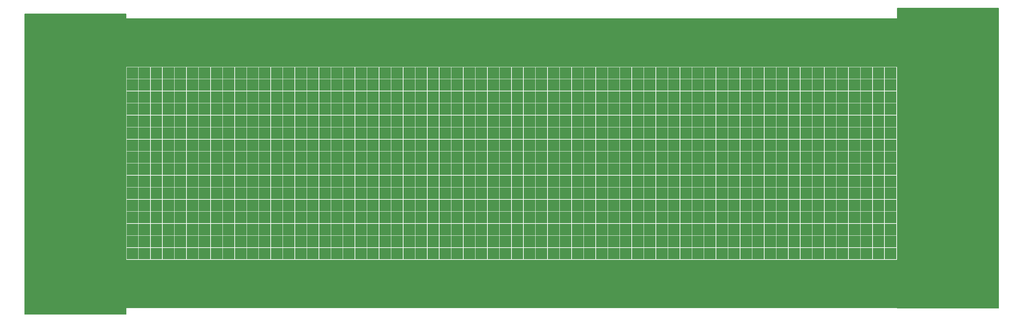
<source format=gts>
G04 #@! TF.GenerationSoftware,KiCad,Pcbnew,6.0.8+dfsg-1~bpo11+1*
G04 #@! TF.CreationDate,2023-05-30T16:57:20-04:00*
G04 #@! TF.ProjectId,09_padded_high_res_tight,30395f70-6164-4646-9564-5f686967685f,rev?*
G04 #@! TF.SameCoordinates,Original*
G04 #@! TF.FileFunction,Soldermask,Top*
G04 #@! TF.FilePolarity,Negative*
%FSLAX46Y46*%
G04 Gerber Fmt 4.6, Leading zero omitted, Abs format (unit mm)*
G04 Created by KiCad (PCBNEW 6.0.8+dfsg-1~bpo11+1) date 2023-05-30 16:57:20*
%MOMM*%
%LPD*%
G01*
G04 APERTURE LIST*
%ADD10C,0.150000*%
G04 APERTURE END LIST*
D10*
X254800000Y-42120000D02*
X280040000Y-42120000D01*
X280040000Y-42120000D02*
X280040000Y-116890000D01*
X280040000Y-116890000D02*
X254800000Y-116890000D01*
X254800000Y-116890000D02*
X254800000Y-42120000D01*
G36*
X254800000Y-42120000D02*
G01*
X280040000Y-42120000D01*
X280040000Y-116890000D01*
X254800000Y-116890000D01*
X254800000Y-42120000D01*
G37*
X37290000Y-43630000D02*
X62530000Y-43630000D01*
X62530000Y-43630000D02*
X62530000Y-118400000D01*
X62530000Y-118400000D02*
X37290000Y-118400000D01*
X37290000Y-118400000D02*
X37290000Y-43630000D01*
G36*
X37290000Y-43630000D02*
G01*
X62530000Y-43630000D01*
X62530000Y-118400000D01*
X37290000Y-118400000D01*
X37290000Y-43630000D01*
G37*
X40560000Y-104955000D02*
X271520000Y-104955000D01*
X271520000Y-104955000D02*
X271520000Y-116845000D01*
X271520000Y-116845000D02*
X40560000Y-116845000D01*
X40560000Y-116845000D02*
X40560000Y-104955000D01*
G36*
X40560000Y-104955000D02*
G01*
X271520000Y-104955000D01*
X271520000Y-116845000D01*
X40560000Y-116845000D01*
X40560000Y-104955000D01*
G37*
X40090000Y-44790000D02*
X271050000Y-44790000D01*
X271050000Y-44790000D02*
X271050000Y-56680000D01*
X271050000Y-56680000D02*
X40090000Y-56680000D01*
X40090000Y-56680000D02*
X40090000Y-44790000D01*
G36*
X40090000Y-44790000D02*
G01*
X271050000Y-44790000D01*
X271050000Y-56680000D01*
X40090000Y-56680000D01*
X40090000Y-44790000D01*
G37*
G36*
X122697000Y-89887000D02*
G01*
X125570000Y-89887000D01*
X125570000Y-92760000D01*
X122697000Y-92760000D01*
X122697000Y-89887000D01*
G37*
G36*
X230697000Y-89887000D02*
G01*
X233570000Y-89887000D01*
X233570000Y-92760000D01*
X230697000Y-92760000D01*
X230697000Y-89887000D01*
G37*
G36*
X200697000Y-92887000D02*
G01*
X203570000Y-92887000D01*
X203570000Y-95760000D01*
X200697000Y-95760000D01*
X200697000Y-92887000D01*
G37*
G36*
X134697000Y-71887000D02*
G01*
X137570000Y-71887000D01*
X137570000Y-74760000D01*
X134697000Y-74760000D01*
X134697000Y-71887000D01*
G37*
G36*
X68697000Y-98887000D02*
G01*
X71570000Y-98887000D01*
X71570000Y-101760000D01*
X68697000Y-101760000D01*
X68697000Y-98887000D01*
G37*
G36*
X221697000Y-71887000D02*
G01*
X224570000Y-71887000D01*
X224570000Y-74760000D01*
X221697000Y-74760000D01*
X221697000Y-71887000D01*
G37*
G36*
X101697000Y-92887000D02*
G01*
X104570000Y-92887000D01*
X104570000Y-95760000D01*
X101697000Y-95760000D01*
X101697000Y-92887000D01*
G37*
G36*
X203697000Y-77887000D02*
G01*
X206570000Y-77887000D01*
X206570000Y-80760000D01*
X203697000Y-80760000D01*
X203697000Y-77887000D01*
G37*
G36*
X152697000Y-89887000D02*
G01*
X155570000Y-89887000D01*
X155570000Y-92760000D01*
X152697000Y-92760000D01*
X152697000Y-89887000D01*
G37*
G36*
X125697000Y-80887000D02*
G01*
X128570000Y-80887000D01*
X128570000Y-83760000D01*
X125697000Y-83760000D01*
X125697000Y-80887000D01*
G37*
G36*
X230697000Y-74887000D02*
G01*
X233570000Y-74887000D01*
X233570000Y-77760000D01*
X230697000Y-77760000D01*
X230697000Y-74887000D01*
G37*
G36*
X185697000Y-56887000D02*
G01*
X188570000Y-56887000D01*
X188570000Y-59760000D01*
X185697000Y-59760000D01*
X185697000Y-56887000D01*
G37*
G36*
X212697000Y-65887000D02*
G01*
X215570000Y-65887000D01*
X215570000Y-68760000D01*
X212697000Y-68760000D01*
X212697000Y-65887000D01*
G37*
G36*
X143697000Y-71887000D02*
G01*
X146570000Y-71887000D01*
X146570000Y-74760000D01*
X143697000Y-74760000D01*
X143697000Y-71887000D01*
G37*
G36*
X218697000Y-89887000D02*
G01*
X221570000Y-89887000D01*
X221570000Y-92760000D01*
X218697000Y-92760000D01*
X218697000Y-89887000D01*
G37*
G36*
X92697000Y-62887000D02*
G01*
X95570000Y-62887000D01*
X95570000Y-65760000D01*
X92697000Y-65760000D01*
X92697000Y-62887000D01*
G37*
G36*
X188697000Y-80887000D02*
G01*
X191570000Y-80887000D01*
X191570000Y-83760000D01*
X188697000Y-83760000D01*
X188697000Y-80887000D01*
G37*
G36*
X83697000Y-65887000D02*
G01*
X86570000Y-65887000D01*
X86570000Y-68760000D01*
X83697000Y-68760000D01*
X83697000Y-65887000D01*
G37*
G36*
X245697000Y-83887000D02*
G01*
X248570000Y-83887000D01*
X248570000Y-86760000D01*
X245697000Y-86760000D01*
X245697000Y-83887000D01*
G37*
G36*
X116697000Y-83887000D02*
G01*
X119570000Y-83887000D01*
X119570000Y-86760000D01*
X116697000Y-86760000D01*
X116697000Y-83887000D01*
G37*
G36*
X164697000Y-71887000D02*
G01*
X167570000Y-71887000D01*
X167570000Y-74760000D01*
X164697000Y-74760000D01*
X164697000Y-71887000D01*
G37*
G36*
X74697000Y-59887000D02*
G01*
X77570000Y-59887000D01*
X77570000Y-62760000D01*
X74697000Y-62760000D01*
X74697000Y-59887000D01*
G37*
G36*
X248697000Y-92887000D02*
G01*
X251570000Y-92887000D01*
X251570000Y-95760000D01*
X248697000Y-95760000D01*
X248697000Y-92887000D01*
G37*
G36*
X107697000Y-56887000D02*
G01*
X110570000Y-56887000D01*
X110570000Y-59760000D01*
X107697000Y-59760000D01*
X107697000Y-56887000D01*
G37*
G36*
X95697000Y-101887000D02*
G01*
X98570000Y-101887000D01*
X98570000Y-104760000D01*
X95697000Y-104760000D01*
X95697000Y-101887000D01*
G37*
G36*
X248697000Y-56887000D02*
G01*
X251570000Y-56887000D01*
X251570000Y-59760000D01*
X248697000Y-59760000D01*
X248697000Y-56887000D01*
G37*
G36*
X188697000Y-62887000D02*
G01*
X191570000Y-62887000D01*
X191570000Y-65760000D01*
X188697000Y-65760000D01*
X188697000Y-62887000D01*
G37*
G36*
X68697000Y-86887000D02*
G01*
X71570000Y-86887000D01*
X71570000Y-89760000D01*
X68697000Y-89760000D01*
X68697000Y-86887000D01*
G37*
G36*
X245697000Y-59887000D02*
G01*
X248570000Y-59887000D01*
X248570000Y-62760000D01*
X245697000Y-62760000D01*
X245697000Y-59887000D01*
G37*
G36*
X68697000Y-101887000D02*
G01*
X71570000Y-101887000D01*
X71570000Y-104760000D01*
X68697000Y-104760000D01*
X68697000Y-101887000D01*
G37*
G36*
X95697000Y-74887000D02*
G01*
X98570000Y-74887000D01*
X98570000Y-77760000D01*
X95697000Y-77760000D01*
X95697000Y-74887000D01*
G37*
G36*
X245697000Y-101887000D02*
G01*
X248570000Y-101887000D01*
X248570000Y-104760000D01*
X245697000Y-104760000D01*
X245697000Y-101887000D01*
G37*
G36*
X161697000Y-83887000D02*
G01*
X164570000Y-83887000D01*
X164570000Y-86760000D01*
X161697000Y-86760000D01*
X161697000Y-83887000D01*
G37*
G36*
X71697000Y-56887000D02*
G01*
X74570000Y-56887000D01*
X74570000Y-59760000D01*
X71697000Y-59760000D01*
X71697000Y-56887000D01*
G37*
G36*
X140697000Y-56887000D02*
G01*
X143570000Y-56887000D01*
X143570000Y-59760000D01*
X140697000Y-59760000D01*
X140697000Y-56887000D01*
G37*
G36*
X218697000Y-71887000D02*
G01*
X221570000Y-71887000D01*
X221570000Y-74760000D01*
X218697000Y-74760000D01*
X218697000Y-71887000D01*
G37*
G36*
X206697000Y-71887000D02*
G01*
X209570000Y-71887000D01*
X209570000Y-74760000D01*
X206697000Y-74760000D01*
X206697000Y-71887000D01*
G37*
G36*
X122697000Y-65887000D02*
G01*
X125570000Y-65887000D01*
X125570000Y-68760000D01*
X122697000Y-68760000D01*
X122697000Y-65887000D01*
G37*
G36*
X158697000Y-59887000D02*
G01*
X161570000Y-59887000D01*
X161570000Y-62760000D01*
X158697000Y-62760000D01*
X158697000Y-59887000D01*
G37*
G36*
X194697000Y-98887000D02*
G01*
X197570000Y-98887000D01*
X197570000Y-101760000D01*
X194697000Y-101760000D01*
X194697000Y-98887000D01*
G37*
G36*
X95697000Y-68887000D02*
G01*
X98570000Y-68887000D01*
X98570000Y-71760000D01*
X95697000Y-71760000D01*
X95697000Y-68887000D01*
G37*
G36*
X125697000Y-65887000D02*
G01*
X128570000Y-65887000D01*
X128570000Y-68760000D01*
X125697000Y-68760000D01*
X125697000Y-65887000D01*
G37*
G36*
X101697000Y-80887000D02*
G01*
X104570000Y-80887000D01*
X104570000Y-83760000D01*
X101697000Y-83760000D01*
X101697000Y-80887000D01*
G37*
G36*
X125697000Y-95887000D02*
G01*
X128570000Y-95887000D01*
X128570000Y-98760000D01*
X125697000Y-98760000D01*
X125697000Y-95887000D01*
G37*
G36*
X134697000Y-62887000D02*
G01*
X137570000Y-62887000D01*
X137570000Y-65760000D01*
X134697000Y-65760000D01*
X134697000Y-62887000D01*
G37*
G36*
X143697000Y-83887000D02*
G01*
X146570000Y-83887000D01*
X146570000Y-86760000D01*
X143697000Y-86760000D01*
X143697000Y-83887000D01*
G37*
G36*
X86697000Y-65887000D02*
G01*
X89570000Y-65887000D01*
X89570000Y-68760000D01*
X86697000Y-68760000D01*
X86697000Y-65887000D01*
G37*
G36*
X62697000Y-62887000D02*
G01*
X65570000Y-62887000D01*
X65570000Y-65760000D01*
X62697000Y-65760000D01*
X62697000Y-62887000D01*
G37*
G36*
X182697000Y-101887000D02*
G01*
X185570000Y-101887000D01*
X185570000Y-104760000D01*
X182697000Y-104760000D01*
X182697000Y-101887000D01*
G37*
G36*
X167697000Y-92887000D02*
G01*
X170570000Y-92887000D01*
X170570000Y-95760000D01*
X167697000Y-95760000D01*
X167697000Y-92887000D01*
G37*
G36*
X137697000Y-59887000D02*
G01*
X140570000Y-59887000D01*
X140570000Y-62760000D01*
X137697000Y-62760000D01*
X137697000Y-59887000D01*
G37*
G36*
X155697000Y-77887000D02*
G01*
X158570000Y-77887000D01*
X158570000Y-80760000D01*
X155697000Y-80760000D01*
X155697000Y-77887000D01*
G37*
G36*
X203697000Y-65887000D02*
G01*
X206570000Y-65887000D01*
X206570000Y-68760000D01*
X203697000Y-68760000D01*
X203697000Y-65887000D01*
G37*
G36*
X125697000Y-89887000D02*
G01*
X128570000Y-89887000D01*
X128570000Y-92760000D01*
X125697000Y-92760000D01*
X125697000Y-89887000D01*
G37*
G36*
X236697000Y-86887000D02*
G01*
X239570000Y-86887000D01*
X239570000Y-89760000D01*
X236697000Y-89760000D01*
X236697000Y-86887000D01*
G37*
G36*
X146697000Y-71887000D02*
G01*
X149570000Y-71887000D01*
X149570000Y-74760000D01*
X146697000Y-74760000D01*
X146697000Y-71887000D01*
G37*
G36*
X62697000Y-98887000D02*
G01*
X65570000Y-98887000D01*
X65570000Y-101760000D01*
X62697000Y-101760000D01*
X62697000Y-98887000D01*
G37*
G36*
X239697000Y-71887000D02*
G01*
X242570000Y-71887000D01*
X242570000Y-74760000D01*
X239697000Y-74760000D01*
X239697000Y-71887000D01*
G37*
G36*
X89697000Y-62887000D02*
G01*
X92570000Y-62887000D01*
X92570000Y-65760000D01*
X89697000Y-65760000D01*
X89697000Y-62887000D01*
G37*
G36*
X146697000Y-62887000D02*
G01*
X149570000Y-62887000D01*
X149570000Y-65760000D01*
X146697000Y-65760000D01*
X146697000Y-62887000D01*
G37*
G36*
X65697000Y-77887000D02*
G01*
X68570000Y-77887000D01*
X68570000Y-80760000D01*
X65697000Y-80760000D01*
X65697000Y-77887000D01*
G37*
G36*
X128697000Y-71887000D02*
G01*
X131570000Y-71887000D01*
X131570000Y-74760000D01*
X128697000Y-74760000D01*
X128697000Y-71887000D01*
G37*
G36*
X65697000Y-74887000D02*
G01*
X68570000Y-74887000D01*
X68570000Y-77760000D01*
X65697000Y-77760000D01*
X65697000Y-74887000D01*
G37*
G36*
X95697000Y-95887000D02*
G01*
X98570000Y-95887000D01*
X98570000Y-98760000D01*
X95697000Y-98760000D01*
X95697000Y-95887000D01*
G37*
G36*
X209697000Y-89887000D02*
G01*
X212570000Y-89887000D01*
X212570000Y-92760000D01*
X209697000Y-92760000D01*
X209697000Y-89887000D01*
G37*
G36*
X95697000Y-71887000D02*
G01*
X98570000Y-71887000D01*
X98570000Y-74760000D01*
X95697000Y-74760000D01*
X95697000Y-71887000D01*
G37*
G36*
X161697000Y-71887000D02*
G01*
X164570000Y-71887000D01*
X164570000Y-74760000D01*
X161697000Y-74760000D01*
X161697000Y-71887000D01*
G37*
G36*
X83697000Y-101887000D02*
G01*
X86570000Y-101887000D01*
X86570000Y-104760000D01*
X83697000Y-104760000D01*
X83697000Y-101887000D01*
G37*
G36*
X74697000Y-71887000D02*
G01*
X77570000Y-71887000D01*
X77570000Y-74760000D01*
X74697000Y-74760000D01*
X74697000Y-71887000D01*
G37*
G36*
X218697000Y-74887000D02*
G01*
X221570000Y-74887000D01*
X221570000Y-77760000D01*
X218697000Y-77760000D01*
X218697000Y-74887000D01*
G37*
G36*
X224697000Y-56887000D02*
G01*
X227570000Y-56887000D01*
X227570000Y-59760000D01*
X224697000Y-59760000D01*
X224697000Y-56887000D01*
G37*
G36*
X104697000Y-74887000D02*
G01*
X107570000Y-74887000D01*
X107570000Y-77760000D01*
X104697000Y-77760000D01*
X104697000Y-74887000D01*
G37*
G36*
X140697000Y-74887000D02*
G01*
X143570000Y-74887000D01*
X143570000Y-77760000D01*
X140697000Y-77760000D01*
X140697000Y-74887000D01*
G37*
G36*
X89697000Y-80887000D02*
G01*
X92570000Y-80887000D01*
X92570000Y-83760000D01*
X89697000Y-83760000D01*
X89697000Y-80887000D01*
G37*
G36*
X155697000Y-59887000D02*
G01*
X158570000Y-59887000D01*
X158570000Y-62760000D01*
X155697000Y-62760000D01*
X155697000Y-59887000D01*
G37*
G36*
X119697000Y-71887000D02*
G01*
X122570000Y-71887000D01*
X122570000Y-74760000D01*
X119697000Y-74760000D01*
X119697000Y-71887000D01*
G37*
G36*
X158697000Y-92887000D02*
G01*
X161570000Y-92887000D01*
X161570000Y-95760000D01*
X158697000Y-95760000D01*
X158697000Y-92887000D01*
G37*
G36*
X128697000Y-95887000D02*
G01*
X131570000Y-95887000D01*
X131570000Y-98760000D01*
X128697000Y-98760000D01*
X128697000Y-95887000D01*
G37*
G36*
X71697000Y-59887000D02*
G01*
X74570000Y-59887000D01*
X74570000Y-62760000D01*
X71697000Y-62760000D01*
X71697000Y-59887000D01*
G37*
G36*
X119697000Y-62887000D02*
G01*
X122570000Y-62887000D01*
X122570000Y-65760000D01*
X119697000Y-65760000D01*
X119697000Y-62887000D01*
G37*
G36*
X209697000Y-92887000D02*
G01*
X212570000Y-92887000D01*
X212570000Y-95760000D01*
X209697000Y-95760000D01*
X209697000Y-92887000D01*
G37*
G36*
X125697000Y-71887000D02*
G01*
X128570000Y-71887000D01*
X128570000Y-74760000D01*
X125697000Y-74760000D01*
X125697000Y-71887000D01*
G37*
G36*
X80697000Y-89887000D02*
G01*
X83570000Y-89887000D01*
X83570000Y-92760000D01*
X80697000Y-92760000D01*
X80697000Y-89887000D01*
G37*
G36*
X161697000Y-95887000D02*
G01*
X164570000Y-95887000D01*
X164570000Y-98760000D01*
X161697000Y-98760000D01*
X161697000Y-95887000D01*
G37*
G36*
X134697000Y-65887000D02*
G01*
X137570000Y-65887000D01*
X137570000Y-68760000D01*
X134697000Y-68760000D01*
X134697000Y-65887000D01*
G37*
G36*
X71697000Y-86887000D02*
G01*
X74570000Y-86887000D01*
X74570000Y-89760000D01*
X71697000Y-89760000D01*
X71697000Y-86887000D01*
G37*
G36*
X80697000Y-86887000D02*
G01*
X83570000Y-86887000D01*
X83570000Y-89760000D01*
X80697000Y-89760000D01*
X80697000Y-86887000D01*
G37*
G36*
X128697000Y-59887000D02*
G01*
X131570000Y-59887000D01*
X131570000Y-62760000D01*
X128697000Y-62760000D01*
X128697000Y-59887000D01*
G37*
G36*
X101697000Y-56887000D02*
G01*
X104570000Y-56887000D01*
X104570000Y-59760000D01*
X101697000Y-59760000D01*
X101697000Y-56887000D01*
G37*
G36*
X230697000Y-80887000D02*
G01*
X233570000Y-80887000D01*
X233570000Y-83760000D01*
X230697000Y-83760000D01*
X230697000Y-80887000D01*
G37*
G36*
X221697000Y-56887000D02*
G01*
X224570000Y-56887000D01*
X224570000Y-59760000D01*
X221697000Y-59760000D01*
X221697000Y-56887000D01*
G37*
G36*
X251697000Y-98887000D02*
G01*
X254570000Y-98887000D01*
X254570000Y-101760000D01*
X251697000Y-101760000D01*
X251697000Y-98887000D01*
G37*
G36*
X179697000Y-71887000D02*
G01*
X182570000Y-71887000D01*
X182570000Y-74760000D01*
X179697000Y-74760000D01*
X179697000Y-71887000D01*
G37*
G36*
X251697000Y-80887000D02*
G01*
X254570000Y-80887000D01*
X254570000Y-83760000D01*
X251697000Y-83760000D01*
X251697000Y-80887000D01*
G37*
G36*
X242697000Y-77887000D02*
G01*
X245570000Y-77887000D01*
X245570000Y-80760000D01*
X242697000Y-80760000D01*
X242697000Y-77887000D01*
G37*
G36*
X188697000Y-65887000D02*
G01*
X191570000Y-65887000D01*
X191570000Y-68760000D01*
X188697000Y-68760000D01*
X188697000Y-65887000D01*
G37*
G36*
X182697000Y-89887000D02*
G01*
X185570000Y-89887000D01*
X185570000Y-92760000D01*
X182697000Y-92760000D01*
X182697000Y-89887000D01*
G37*
G36*
X83697000Y-62887000D02*
G01*
X86570000Y-62887000D01*
X86570000Y-65760000D01*
X83697000Y-65760000D01*
X83697000Y-62887000D01*
G37*
G36*
X134697000Y-56887000D02*
G01*
X137570000Y-56887000D01*
X137570000Y-59760000D01*
X134697000Y-59760000D01*
X134697000Y-56887000D01*
G37*
G36*
X98697000Y-56887000D02*
G01*
X101570000Y-56887000D01*
X101570000Y-59760000D01*
X98697000Y-59760000D01*
X98697000Y-56887000D01*
G37*
G36*
X110697000Y-80887000D02*
G01*
X113570000Y-80887000D01*
X113570000Y-83760000D01*
X110697000Y-83760000D01*
X110697000Y-80887000D01*
G37*
G36*
X125697000Y-86887000D02*
G01*
X128570000Y-86887000D01*
X128570000Y-89760000D01*
X125697000Y-89760000D01*
X125697000Y-86887000D01*
G37*
G36*
X233697000Y-92887000D02*
G01*
X236570000Y-92887000D01*
X236570000Y-95760000D01*
X233697000Y-95760000D01*
X233697000Y-92887000D01*
G37*
G36*
X95697000Y-56887000D02*
G01*
X98570000Y-56887000D01*
X98570000Y-59760000D01*
X95697000Y-59760000D01*
X95697000Y-56887000D01*
G37*
G36*
X140697000Y-92887000D02*
G01*
X143570000Y-92887000D01*
X143570000Y-95760000D01*
X140697000Y-95760000D01*
X140697000Y-92887000D01*
G37*
G36*
X167697000Y-56887000D02*
G01*
X170570000Y-56887000D01*
X170570000Y-59760000D01*
X167697000Y-59760000D01*
X167697000Y-56887000D01*
G37*
G36*
X149697000Y-101887000D02*
G01*
X152570000Y-101887000D01*
X152570000Y-104760000D01*
X149697000Y-104760000D01*
X149697000Y-101887000D01*
G37*
G36*
X206697000Y-83887000D02*
G01*
X209570000Y-83887000D01*
X209570000Y-86760000D01*
X206697000Y-86760000D01*
X206697000Y-83887000D01*
G37*
G36*
X191697000Y-98887000D02*
G01*
X194570000Y-98887000D01*
X194570000Y-101760000D01*
X191697000Y-101760000D01*
X191697000Y-98887000D01*
G37*
G36*
X71697000Y-101887000D02*
G01*
X74570000Y-101887000D01*
X74570000Y-104760000D01*
X71697000Y-104760000D01*
X71697000Y-101887000D01*
G37*
G36*
X227697000Y-56887000D02*
G01*
X230570000Y-56887000D01*
X230570000Y-59760000D01*
X227697000Y-59760000D01*
X227697000Y-56887000D01*
G37*
G36*
X74697000Y-83887000D02*
G01*
X77570000Y-83887000D01*
X77570000Y-86760000D01*
X74697000Y-86760000D01*
X74697000Y-83887000D01*
G37*
G36*
X68697000Y-68887000D02*
G01*
X71570000Y-68887000D01*
X71570000Y-71760000D01*
X68697000Y-71760000D01*
X68697000Y-68887000D01*
G37*
G36*
X125697000Y-101887000D02*
G01*
X128570000Y-101887000D01*
X128570000Y-104760000D01*
X125697000Y-104760000D01*
X125697000Y-101887000D01*
G37*
G36*
X203697000Y-74887000D02*
G01*
X206570000Y-74887000D01*
X206570000Y-77760000D01*
X203697000Y-77760000D01*
X203697000Y-74887000D01*
G37*
G36*
X185697000Y-80887000D02*
G01*
X188570000Y-80887000D01*
X188570000Y-83760000D01*
X185697000Y-83760000D01*
X185697000Y-80887000D01*
G37*
G36*
X74697000Y-80887000D02*
G01*
X77570000Y-80887000D01*
X77570000Y-83760000D01*
X74697000Y-83760000D01*
X74697000Y-80887000D01*
G37*
G36*
X224697000Y-77887000D02*
G01*
X227570000Y-77887000D01*
X227570000Y-80760000D01*
X224697000Y-80760000D01*
X224697000Y-77887000D01*
G37*
G36*
X170697000Y-71887000D02*
G01*
X173570000Y-71887000D01*
X173570000Y-74760000D01*
X170697000Y-74760000D01*
X170697000Y-71887000D01*
G37*
G36*
X209697000Y-56887000D02*
G01*
X212570000Y-56887000D01*
X212570000Y-59760000D01*
X209697000Y-59760000D01*
X209697000Y-56887000D01*
G37*
G36*
X80697000Y-74887000D02*
G01*
X83570000Y-74887000D01*
X83570000Y-77760000D01*
X80697000Y-77760000D01*
X80697000Y-74887000D01*
G37*
G36*
X191697000Y-80887000D02*
G01*
X194570000Y-80887000D01*
X194570000Y-83760000D01*
X191697000Y-83760000D01*
X191697000Y-80887000D01*
G37*
G36*
X248697000Y-95887000D02*
G01*
X251570000Y-95887000D01*
X251570000Y-98760000D01*
X248697000Y-98760000D01*
X248697000Y-95887000D01*
G37*
G36*
X125697000Y-74887000D02*
G01*
X128570000Y-74887000D01*
X128570000Y-77760000D01*
X125697000Y-77760000D01*
X125697000Y-74887000D01*
G37*
G36*
X155697000Y-68887000D02*
G01*
X158570000Y-68887000D01*
X158570000Y-71760000D01*
X155697000Y-71760000D01*
X155697000Y-68887000D01*
G37*
G36*
X224697000Y-86887000D02*
G01*
X227570000Y-86887000D01*
X227570000Y-89760000D01*
X224697000Y-89760000D01*
X224697000Y-86887000D01*
G37*
G36*
X158697000Y-95887000D02*
G01*
X161570000Y-95887000D01*
X161570000Y-98760000D01*
X158697000Y-98760000D01*
X158697000Y-95887000D01*
G37*
G36*
X233697000Y-59887000D02*
G01*
X236570000Y-59887000D01*
X236570000Y-62760000D01*
X233697000Y-62760000D01*
X233697000Y-59887000D01*
G37*
G36*
X116697000Y-80887000D02*
G01*
X119570000Y-80887000D01*
X119570000Y-83760000D01*
X116697000Y-83760000D01*
X116697000Y-80887000D01*
G37*
G36*
X206697000Y-86887000D02*
G01*
X209570000Y-86887000D01*
X209570000Y-89760000D01*
X206697000Y-89760000D01*
X206697000Y-86887000D01*
G37*
G36*
X245697000Y-80887000D02*
G01*
X248570000Y-80887000D01*
X248570000Y-83760000D01*
X245697000Y-83760000D01*
X245697000Y-80887000D01*
G37*
G36*
X170697000Y-98887000D02*
G01*
X173570000Y-98887000D01*
X173570000Y-101760000D01*
X170697000Y-101760000D01*
X170697000Y-98887000D01*
G37*
G36*
X158697000Y-80887000D02*
G01*
X161570000Y-80887000D01*
X161570000Y-83760000D01*
X158697000Y-83760000D01*
X158697000Y-80887000D01*
G37*
G36*
X140697000Y-98887000D02*
G01*
X143570000Y-98887000D01*
X143570000Y-101760000D01*
X140697000Y-101760000D01*
X140697000Y-98887000D01*
G37*
G36*
X155697000Y-80887000D02*
G01*
X158570000Y-80887000D01*
X158570000Y-83760000D01*
X155697000Y-83760000D01*
X155697000Y-80887000D01*
G37*
G36*
X116697000Y-89887000D02*
G01*
X119570000Y-89887000D01*
X119570000Y-92760000D01*
X116697000Y-92760000D01*
X116697000Y-89887000D01*
G37*
G36*
X149697000Y-68887000D02*
G01*
X152570000Y-68887000D01*
X152570000Y-71760000D01*
X149697000Y-71760000D01*
X149697000Y-68887000D01*
G37*
G36*
X176697000Y-86887000D02*
G01*
X179570000Y-86887000D01*
X179570000Y-89760000D01*
X176697000Y-89760000D01*
X176697000Y-86887000D01*
G37*
G36*
X62697000Y-59887000D02*
G01*
X65570000Y-59887000D01*
X65570000Y-62760000D01*
X62697000Y-62760000D01*
X62697000Y-59887000D01*
G37*
G36*
X215697000Y-62887000D02*
G01*
X218570000Y-62887000D01*
X218570000Y-65760000D01*
X215697000Y-65760000D01*
X215697000Y-62887000D01*
G37*
G36*
X236697000Y-56887000D02*
G01*
X239570000Y-56887000D01*
X239570000Y-59760000D01*
X236697000Y-59760000D01*
X236697000Y-56887000D01*
G37*
G36*
X245697000Y-56887000D02*
G01*
X248570000Y-56887000D01*
X248570000Y-59760000D01*
X245697000Y-59760000D01*
X245697000Y-56887000D01*
G37*
G36*
X89697000Y-86887000D02*
G01*
X92570000Y-86887000D01*
X92570000Y-89760000D01*
X89697000Y-89760000D01*
X89697000Y-86887000D01*
G37*
G36*
X200697000Y-56887000D02*
G01*
X203570000Y-56887000D01*
X203570000Y-59760000D01*
X200697000Y-59760000D01*
X200697000Y-56887000D01*
G37*
G36*
X230697000Y-77887000D02*
G01*
X233570000Y-77887000D01*
X233570000Y-80760000D01*
X230697000Y-80760000D01*
X230697000Y-77887000D01*
G37*
G36*
X212697000Y-71887000D02*
G01*
X215570000Y-71887000D01*
X215570000Y-74760000D01*
X212697000Y-74760000D01*
X212697000Y-71887000D01*
G37*
G36*
X104697000Y-95887000D02*
G01*
X107570000Y-95887000D01*
X107570000Y-98760000D01*
X104697000Y-98760000D01*
X104697000Y-95887000D01*
G37*
G36*
X113697000Y-95887000D02*
G01*
X116570000Y-95887000D01*
X116570000Y-98760000D01*
X113697000Y-98760000D01*
X113697000Y-95887000D01*
G37*
G36*
X161697000Y-65887000D02*
G01*
X164570000Y-65887000D01*
X164570000Y-68760000D01*
X161697000Y-68760000D01*
X161697000Y-65887000D01*
G37*
G36*
X236697000Y-59887000D02*
G01*
X239570000Y-59887000D01*
X239570000Y-62760000D01*
X236697000Y-62760000D01*
X236697000Y-59887000D01*
G37*
G36*
X209697000Y-62887000D02*
G01*
X212570000Y-62887000D01*
X212570000Y-65760000D01*
X209697000Y-65760000D01*
X209697000Y-62887000D01*
G37*
G36*
X113697000Y-80887000D02*
G01*
X116570000Y-80887000D01*
X116570000Y-83760000D01*
X113697000Y-83760000D01*
X113697000Y-80887000D01*
G37*
G36*
X164697000Y-77887000D02*
G01*
X167570000Y-77887000D01*
X167570000Y-80760000D01*
X164697000Y-80760000D01*
X164697000Y-77887000D01*
G37*
G36*
X74697000Y-86887000D02*
G01*
X77570000Y-86887000D01*
X77570000Y-89760000D01*
X74697000Y-89760000D01*
X74697000Y-86887000D01*
G37*
G36*
X224697000Y-59887000D02*
G01*
X227570000Y-59887000D01*
X227570000Y-62760000D01*
X224697000Y-62760000D01*
X224697000Y-59887000D01*
G37*
G36*
X104697000Y-92887000D02*
G01*
X107570000Y-92887000D01*
X107570000Y-95760000D01*
X104697000Y-95760000D01*
X104697000Y-92887000D01*
G37*
G36*
X101697000Y-68887000D02*
G01*
X104570000Y-68887000D01*
X104570000Y-71760000D01*
X101697000Y-71760000D01*
X101697000Y-68887000D01*
G37*
G36*
X221697000Y-80887000D02*
G01*
X224570000Y-80887000D01*
X224570000Y-83760000D01*
X221697000Y-83760000D01*
X221697000Y-80887000D01*
G37*
G36*
X122697000Y-71887000D02*
G01*
X125570000Y-71887000D01*
X125570000Y-74760000D01*
X122697000Y-74760000D01*
X122697000Y-71887000D01*
G37*
G36*
X155697000Y-98887000D02*
G01*
X158570000Y-98887000D01*
X158570000Y-101760000D01*
X155697000Y-101760000D01*
X155697000Y-98887000D01*
G37*
G36*
X245697000Y-74887000D02*
G01*
X248570000Y-74887000D01*
X248570000Y-77760000D01*
X245697000Y-77760000D01*
X245697000Y-74887000D01*
G37*
G36*
X185697000Y-92887000D02*
G01*
X188570000Y-92887000D01*
X188570000Y-95760000D01*
X185697000Y-95760000D01*
X185697000Y-92887000D01*
G37*
G36*
X224697000Y-65887000D02*
G01*
X227570000Y-65887000D01*
X227570000Y-68760000D01*
X224697000Y-68760000D01*
X224697000Y-65887000D01*
G37*
G36*
X113697000Y-86887000D02*
G01*
X116570000Y-86887000D01*
X116570000Y-89760000D01*
X113697000Y-89760000D01*
X113697000Y-86887000D01*
G37*
G36*
X179697000Y-77887000D02*
G01*
X182570000Y-77887000D01*
X182570000Y-80760000D01*
X179697000Y-80760000D01*
X179697000Y-77887000D01*
G37*
G36*
X83697000Y-71887000D02*
G01*
X86570000Y-71887000D01*
X86570000Y-74760000D01*
X83697000Y-74760000D01*
X83697000Y-71887000D01*
G37*
G36*
X122697000Y-83887000D02*
G01*
X125570000Y-83887000D01*
X125570000Y-86760000D01*
X122697000Y-86760000D01*
X122697000Y-83887000D01*
G37*
G36*
X227697000Y-80887000D02*
G01*
X230570000Y-80887000D01*
X230570000Y-83760000D01*
X227697000Y-83760000D01*
X227697000Y-80887000D01*
G37*
G36*
X215697000Y-101887000D02*
G01*
X218570000Y-101887000D01*
X218570000Y-104760000D01*
X215697000Y-104760000D01*
X215697000Y-101887000D01*
G37*
G36*
X137697000Y-92887000D02*
G01*
X140570000Y-92887000D01*
X140570000Y-95760000D01*
X137697000Y-95760000D01*
X137697000Y-92887000D01*
G37*
G36*
X188697000Y-89887000D02*
G01*
X191570000Y-89887000D01*
X191570000Y-92760000D01*
X188697000Y-92760000D01*
X188697000Y-89887000D01*
G37*
G36*
X161697000Y-92887000D02*
G01*
X164570000Y-92887000D01*
X164570000Y-95760000D01*
X161697000Y-95760000D01*
X161697000Y-92887000D01*
G37*
G36*
X152697000Y-80887000D02*
G01*
X155570000Y-80887000D01*
X155570000Y-83760000D01*
X152697000Y-83760000D01*
X152697000Y-80887000D01*
G37*
G36*
X221697000Y-83887000D02*
G01*
X224570000Y-83887000D01*
X224570000Y-86760000D01*
X221697000Y-86760000D01*
X221697000Y-83887000D01*
G37*
G36*
X83697000Y-92887000D02*
G01*
X86570000Y-92887000D01*
X86570000Y-95760000D01*
X83697000Y-95760000D01*
X83697000Y-92887000D01*
G37*
G36*
X194697000Y-62887000D02*
G01*
X197570000Y-62887000D01*
X197570000Y-65760000D01*
X194697000Y-65760000D01*
X194697000Y-62887000D01*
G37*
G36*
X125697000Y-62887000D02*
G01*
X128570000Y-62887000D01*
X128570000Y-65760000D01*
X125697000Y-65760000D01*
X125697000Y-62887000D01*
G37*
G36*
X200697000Y-101887000D02*
G01*
X203570000Y-101887000D01*
X203570000Y-104760000D01*
X200697000Y-104760000D01*
X200697000Y-101887000D01*
G37*
G36*
X155697000Y-86887000D02*
G01*
X158570000Y-86887000D01*
X158570000Y-89760000D01*
X155697000Y-89760000D01*
X155697000Y-86887000D01*
G37*
G36*
X188697000Y-92887000D02*
G01*
X191570000Y-92887000D01*
X191570000Y-95760000D01*
X188697000Y-95760000D01*
X188697000Y-92887000D01*
G37*
G36*
X92697000Y-80887000D02*
G01*
X95570000Y-80887000D01*
X95570000Y-83760000D01*
X92697000Y-83760000D01*
X92697000Y-80887000D01*
G37*
G36*
X143697000Y-89887000D02*
G01*
X146570000Y-89887000D01*
X146570000Y-92760000D01*
X143697000Y-92760000D01*
X143697000Y-89887000D01*
G37*
G36*
X98697000Y-80887000D02*
G01*
X101570000Y-80887000D01*
X101570000Y-83760000D01*
X98697000Y-83760000D01*
X98697000Y-80887000D01*
G37*
G36*
X146697000Y-59887000D02*
G01*
X149570000Y-59887000D01*
X149570000Y-62760000D01*
X146697000Y-62760000D01*
X146697000Y-59887000D01*
G37*
G36*
X197697000Y-92887000D02*
G01*
X200570000Y-92887000D01*
X200570000Y-95760000D01*
X197697000Y-95760000D01*
X197697000Y-92887000D01*
G37*
G36*
X221697000Y-59887000D02*
G01*
X224570000Y-59887000D01*
X224570000Y-62760000D01*
X221697000Y-62760000D01*
X221697000Y-59887000D01*
G37*
G36*
X236697000Y-92887000D02*
G01*
X239570000Y-92887000D01*
X239570000Y-95760000D01*
X236697000Y-95760000D01*
X236697000Y-92887000D01*
G37*
G36*
X80697000Y-71887000D02*
G01*
X83570000Y-71887000D01*
X83570000Y-74760000D01*
X80697000Y-74760000D01*
X80697000Y-71887000D01*
G37*
G36*
X182697000Y-92887000D02*
G01*
X185570000Y-92887000D01*
X185570000Y-95760000D01*
X182697000Y-95760000D01*
X182697000Y-92887000D01*
G37*
G36*
X218697000Y-95887000D02*
G01*
X221570000Y-95887000D01*
X221570000Y-98760000D01*
X218697000Y-98760000D01*
X218697000Y-95887000D01*
G37*
G36*
X113697000Y-101887000D02*
G01*
X116570000Y-101887000D01*
X116570000Y-104760000D01*
X113697000Y-104760000D01*
X113697000Y-101887000D01*
G37*
G36*
X209697000Y-83887000D02*
G01*
X212570000Y-83887000D01*
X212570000Y-86760000D01*
X209697000Y-86760000D01*
X209697000Y-83887000D01*
G37*
G36*
X143697000Y-80887000D02*
G01*
X146570000Y-80887000D01*
X146570000Y-83760000D01*
X143697000Y-83760000D01*
X143697000Y-80887000D01*
G37*
G36*
X209697000Y-65887000D02*
G01*
X212570000Y-65887000D01*
X212570000Y-68760000D01*
X209697000Y-68760000D01*
X209697000Y-65887000D01*
G37*
G36*
X65697000Y-92887000D02*
G01*
X68570000Y-92887000D01*
X68570000Y-95760000D01*
X65697000Y-95760000D01*
X65697000Y-92887000D01*
G37*
G36*
X221697000Y-92887000D02*
G01*
X224570000Y-92887000D01*
X224570000Y-95760000D01*
X221697000Y-95760000D01*
X221697000Y-92887000D01*
G37*
G36*
X74697000Y-62887000D02*
G01*
X77570000Y-62887000D01*
X77570000Y-65760000D01*
X74697000Y-65760000D01*
X74697000Y-62887000D01*
G37*
G36*
X158697000Y-68887000D02*
G01*
X161570000Y-68887000D01*
X161570000Y-71760000D01*
X158697000Y-71760000D01*
X158697000Y-68887000D01*
G37*
G36*
X68697000Y-92887000D02*
G01*
X71570000Y-92887000D01*
X71570000Y-95760000D01*
X68697000Y-95760000D01*
X68697000Y-92887000D01*
G37*
G36*
X221697000Y-68887000D02*
G01*
X224570000Y-68887000D01*
X224570000Y-71760000D01*
X221697000Y-71760000D01*
X221697000Y-68887000D01*
G37*
G36*
X185697000Y-65887000D02*
G01*
X188570000Y-65887000D01*
X188570000Y-68760000D01*
X185697000Y-68760000D01*
X185697000Y-65887000D01*
G37*
G36*
X143697000Y-101887000D02*
G01*
X146570000Y-101887000D01*
X146570000Y-104760000D01*
X143697000Y-104760000D01*
X143697000Y-101887000D01*
G37*
G36*
X146697000Y-86887000D02*
G01*
X149570000Y-86887000D01*
X149570000Y-89760000D01*
X146697000Y-89760000D01*
X146697000Y-86887000D01*
G37*
G36*
X203697000Y-80887000D02*
G01*
X206570000Y-80887000D01*
X206570000Y-83760000D01*
X203697000Y-83760000D01*
X203697000Y-80887000D01*
G37*
G36*
X182697000Y-80887000D02*
G01*
X185570000Y-80887000D01*
X185570000Y-83760000D01*
X182697000Y-83760000D01*
X182697000Y-80887000D01*
G37*
G36*
X245697000Y-95887000D02*
G01*
X248570000Y-95887000D01*
X248570000Y-98760000D01*
X245697000Y-98760000D01*
X245697000Y-95887000D01*
G37*
G36*
X191697000Y-59887000D02*
G01*
X194570000Y-59887000D01*
X194570000Y-62760000D01*
X191697000Y-62760000D01*
X191697000Y-59887000D01*
G37*
G36*
X248697000Y-62887000D02*
G01*
X251570000Y-62887000D01*
X251570000Y-65760000D01*
X248697000Y-65760000D01*
X248697000Y-62887000D01*
G37*
G36*
X146697000Y-68887000D02*
G01*
X149570000Y-68887000D01*
X149570000Y-71760000D01*
X146697000Y-71760000D01*
X146697000Y-68887000D01*
G37*
G36*
X119697000Y-59887000D02*
G01*
X122570000Y-59887000D01*
X122570000Y-62760000D01*
X119697000Y-62760000D01*
X119697000Y-59887000D01*
G37*
G36*
X233697000Y-68887000D02*
G01*
X236570000Y-68887000D01*
X236570000Y-71760000D01*
X233697000Y-71760000D01*
X233697000Y-68887000D01*
G37*
G36*
X182697000Y-71887000D02*
G01*
X185570000Y-71887000D01*
X185570000Y-74760000D01*
X182697000Y-74760000D01*
X182697000Y-71887000D01*
G37*
G36*
X179697000Y-98887000D02*
G01*
X182570000Y-98887000D01*
X182570000Y-101760000D01*
X179697000Y-101760000D01*
X179697000Y-98887000D01*
G37*
G36*
X197697000Y-77887000D02*
G01*
X200570000Y-77887000D01*
X200570000Y-80760000D01*
X197697000Y-80760000D01*
X197697000Y-77887000D01*
G37*
G36*
X137697000Y-74887000D02*
G01*
X140570000Y-74887000D01*
X140570000Y-77760000D01*
X137697000Y-77760000D01*
X137697000Y-74887000D01*
G37*
G36*
X125697000Y-77887000D02*
G01*
X128570000Y-77887000D01*
X128570000Y-80760000D01*
X125697000Y-80760000D01*
X125697000Y-77887000D01*
G37*
G36*
X68697000Y-77887000D02*
G01*
X71570000Y-77887000D01*
X71570000Y-80760000D01*
X68697000Y-80760000D01*
X68697000Y-77887000D01*
G37*
G36*
X119697000Y-86887000D02*
G01*
X122570000Y-86887000D01*
X122570000Y-89760000D01*
X119697000Y-89760000D01*
X119697000Y-86887000D01*
G37*
G36*
X62697000Y-86887000D02*
G01*
X65570000Y-86887000D01*
X65570000Y-89760000D01*
X62697000Y-89760000D01*
X62697000Y-86887000D01*
G37*
G36*
X140697000Y-68887000D02*
G01*
X143570000Y-68887000D01*
X143570000Y-71760000D01*
X140697000Y-71760000D01*
X140697000Y-68887000D01*
G37*
G36*
X92697000Y-68887000D02*
G01*
X95570000Y-68887000D01*
X95570000Y-71760000D01*
X92697000Y-71760000D01*
X92697000Y-68887000D01*
G37*
G36*
X137697000Y-101887000D02*
G01*
X140570000Y-101887000D01*
X140570000Y-104760000D01*
X137697000Y-104760000D01*
X137697000Y-101887000D01*
G37*
G36*
X242697000Y-59887000D02*
G01*
X245570000Y-59887000D01*
X245570000Y-62760000D01*
X242697000Y-62760000D01*
X242697000Y-59887000D01*
G37*
G36*
X224697000Y-92887000D02*
G01*
X227570000Y-92887000D01*
X227570000Y-95760000D01*
X224697000Y-95760000D01*
X224697000Y-92887000D01*
G37*
G36*
X242697000Y-86887000D02*
G01*
X245570000Y-86887000D01*
X245570000Y-89760000D01*
X242697000Y-89760000D01*
X242697000Y-86887000D01*
G37*
G36*
X68697000Y-71887000D02*
G01*
X71570000Y-71887000D01*
X71570000Y-74760000D01*
X68697000Y-74760000D01*
X68697000Y-71887000D01*
G37*
G36*
X251697000Y-71887000D02*
G01*
X254570000Y-71887000D01*
X254570000Y-74760000D01*
X251697000Y-74760000D01*
X251697000Y-71887000D01*
G37*
G36*
X176697000Y-80887000D02*
G01*
X179570000Y-80887000D01*
X179570000Y-83760000D01*
X176697000Y-83760000D01*
X176697000Y-80887000D01*
G37*
G36*
X209697000Y-77887000D02*
G01*
X212570000Y-77887000D01*
X212570000Y-80760000D01*
X209697000Y-80760000D01*
X209697000Y-77887000D01*
G37*
G36*
X128697000Y-80887000D02*
G01*
X131570000Y-80887000D01*
X131570000Y-83760000D01*
X128697000Y-83760000D01*
X128697000Y-80887000D01*
G37*
G36*
X233697000Y-65887000D02*
G01*
X236570000Y-65887000D01*
X236570000Y-68760000D01*
X233697000Y-68760000D01*
X233697000Y-65887000D01*
G37*
G36*
X113697000Y-98887000D02*
G01*
X116570000Y-98887000D01*
X116570000Y-101760000D01*
X113697000Y-101760000D01*
X113697000Y-98887000D01*
G37*
G36*
X194697000Y-59887000D02*
G01*
X197570000Y-59887000D01*
X197570000Y-62760000D01*
X194697000Y-62760000D01*
X194697000Y-59887000D01*
G37*
G36*
X197697000Y-71887000D02*
G01*
X200570000Y-71887000D01*
X200570000Y-74760000D01*
X197697000Y-74760000D01*
X197697000Y-71887000D01*
G37*
G36*
X125697000Y-56887000D02*
G01*
X128570000Y-56887000D01*
X128570000Y-59760000D01*
X125697000Y-59760000D01*
X125697000Y-56887000D01*
G37*
G36*
X104697000Y-56887000D02*
G01*
X107570000Y-56887000D01*
X107570000Y-59760000D01*
X104697000Y-59760000D01*
X104697000Y-56887000D01*
G37*
G36*
X68697000Y-95887000D02*
G01*
X71570000Y-95887000D01*
X71570000Y-98760000D01*
X68697000Y-98760000D01*
X68697000Y-95887000D01*
G37*
G36*
X140697000Y-80887000D02*
G01*
X143570000Y-80887000D01*
X143570000Y-83760000D01*
X140697000Y-83760000D01*
X140697000Y-80887000D01*
G37*
G36*
X119697000Y-95887000D02*
G01*
X122570000Y-95887000D01*
X122570000Y-98760000D01*
X119697000Y-98760000D01*
X119697000Y-95887000D01*
G37*
G36*
X185697000Y-62887000D02*
G01*
X188570000Y-62887000D01*
X188570000Y-65760000D01*
X185697000Y-65760000D01*
X185697000Y-62887000D01*
G37*
G36*
X230697000Y-59887000D02*
G01*
X233570000Y-59887000D01*
X233570000Y-62760000D01*
X230697000Y-62760000D01*
X230697000Y-59887000D01*
G37*
G36*
X194697000Y-86887000D02*
G01*
X197570000Y-86887000D01*
X197570000Y-89760000D01*
X194697000Y-89760000D01*
X194697000Y-86887000D01*
G37*
G36*
X95697000Y-80887000D02*
G01*
X98570000Y-80887000D01*
X98570000Y-83760000D01*
X95697000Y-83760000D01*
X95697000Y-80887000D01*
G37*
G36*
X149697000Y-98887000D02*
G01*
X152570000Y-98887000D01*
X152570000Y-101760000D01*
X149697000Y-101760000D01*
X149697000Y-98887000D01*
G37*
G36*
X140697000Y-95887000D02*
G01*
X143570000Y-95887000D01*
X143570000Y-98760000D01*
X140697000Y-98760000D01*
X140697000Y-95887000D01*
G37*
G36*
X215697000Y-68887000D02*
G01*
X218570000Y-68887000D01*
X218570000Y-71760000D01*
X215697000Y-71760000D01*
X215697000Y-68887000D01*
G37*
G36*
X62697000Y-101887000D02*
G01*
X65570000Y-101887000D01*
X65570000Y-104760000D01*
X62697000Y-104760000D01*
X62697000Y-101887000D01*
G37*
G36*
X110697000Y-95887000D02*
G01*
X113570000Y-95887000D01*
X113570000Y-98760000D01*
X110697000Y-98760000D01*
X110697000Y-95887000D01*
G37*
G36*
X152697000Y-62887000D02*
G01*
X155570000Y-62887000D01*
X155570000Y-65760000D01*
X152697000Y-65760000D01*
X152697000Y-62887000D01*
G37*
G36*
X215697000Y-77887000D02*
G01*
X218570000Y-77887000D01*
X218570000Y-80760000D01*
X215697000Y-80760000D01*
X215697000Y-77887000D01*
G37*
G36*
X89697000Y-98887000D02*
G01*
X92570000Y-98887000D01*
X92570000Y-101760000D01*
X89697000Y-101760000D01*
X89697000Y-98887000D01*
G37*
G36*
X164697000Y-56887000D02*
G01*
X167570000Y-56887000D01*
X167570000Y-59760000D01*
X164697000Y-59760000D01*
X164697000Y-56887000D01*
G37*
G36*
X98697000Y-95887000D02*
G01*
X101570000Y-95887000D01*
X101570000Y-98760000D01*
X98697000Y-98760000D01*
X98697000Y-95887000D01*
G37*
G36*
X251697000Y-77887000D02*
G01*
X254570000Y-77887000D01*
X254570000Y-80760000D01*
X251697000Y-80760000D01*
X251697000Y-77887000D01*
G37*
G36*
X158697000Y-62887000D02*
G01*
X161570000Y-62887000D01*
X161570000Y-65760000D01*
X158697000Y-65760000D01*
X158697000Y-62887000D01*
G37*
G36*
X212697000Y-77887000D02*
G01*
X215570000Y-77887000D01*
X215570000Y-80760000D01*
X212697000Y-80760000D01*
X212697000Y-77887000D01*
G37*
G36*
X119697000Y-98887000D02*
G01*
X122570000Y-98887000D01*
X122570000Y-101760000D01*
X119697000Y-101760000D01*
X119697000Y-98887000D01*
G37*
G36*
X194697000Y-65887000D02*
G01*
X197570000Y-65887000D01*
X197570000Y-68760000D01*
X194697000Y-68760000D01*
X194697000Y-65887000D01*
G37*
G36*
X119697000Y-68887000D02*
G01*
X122570000Y-68887000D01*
X122570000Y-71760000D01*
X119697000Y-71760000D01*
X119697000Y-68887000D01*
G37*
G36*
X176697000Y-59887000D02*
G01*
X179570000Y-59887000D01*
X179570000Y-62760000D01*
X176697000Y-62760000D01*
X176697000Y-59887000D01*
G37*
G36*
X185697000Y-71887000D02*
G01*
X188570000Y-71887000D01*
X188570000Y-74760000D01*
X185697000Y-74760000D01*
X185697000Y-71887000D01*
G37*
G36*
X185697000Y-59887000D02*
G01*
X188570000Y-59887000D01*
X188570000Y-62760000D01*
X185697000Y-62760000D01*
X185697000Y-59887000D01*
G37*
G36*
X173697000Y-68887000D02*
G01*
X176570000Y-68887000D01*
X176570000Y-71760000D01*
X173697000Y-71760000D01*
X173697000Y-68887000D01*
G37*
G36*
X203697000Y-98887000D02*
G01*
X206570000Y-98887000D01*
X206570000Y-101760000D01*
X203697000Y-101760000D01*
X203697000Y-98887000D01*
G37*
G36*
X182697000Y-59887000D02*
G01*
X185570000Y-59887000D01*
X185570000Y-62760000D01*
X182697000Y-62760000D01*
X182697000Y-59887000D01*
G37*
G36*
X110697000Y-74887000D02*
G01*
X113570000Y-74887000D01*
X113570000Y-77760000D01*
X110697000Y-77760000D01*
X110697000Y-74887000D01*
G37*
G36*
X167697000Y-77887000D02*
G01*
X170570000Y-77887000D01*
X170570000Y-80760000D01*
X167697000Y-80760000D01*
X167697000Y-77887000D01*
G37*
G36*
X140697000Y-65887000D02*
G01*
X143570000Y-65887000D01*
X143570000Y-68760000D01*
X140697000Y-68760000D01*
X140697000Y-65887000D01*
G37*
G36*
X230697000Y-83887000D02*
G01*
X233570000Y-83887000D01*
X233570000Y-86760000D01*
X230697000Y-86760000D01*
X230697000Y-83887000D01*
G37*
G36*
X167697000Y-101887000D02*
G01*
X170570000Y-101887000D01*
X170570000Y-104760000D01*
X167697000Y-104760000D01*
X167697000Y-101887000D01*
G37*
G36*
X233697000Y-56887000D02*
G01*
X236570000Y-56887000D01*
X236570000Y-59760000D01*
X233697000Y-59760000D01*
X233697000Y-56887000D01*
G37*
G36*
X200697000Y-83887000D02*
G01*
X203570000Y-83887000D01*
X203570000Y-86760000D01*
X200697000Y-86760000D01*
X200697000Y-83887000D01*
G37*
G36*
X239697000Y-92887000D02*
G01*
X242570000Y-92887000D01*
X242570000Y-95760000D01*
X239697000Y-95760000D01*
X239697000Y-92887000D01*
G37*
G36*
X242697000Y-68887000D02*
G01*
X245570000Y-68887000D01*
X245570000Y-71760000D01*
X242697000Y-71760000D01*
X242697000Y-68887000D01*
G37*
G36*
X236697000Y-95887000D02*
G01*
X239570000Y-95887000D01*
X239570000Y-98760000D01*
X236697000Y-98760000D01*
X236697000Y-95887000D01*
G37*
G36*
X230697000Y-98887000D02*
G01*
X233570000Y-98887000D01*
X233570000Y-101760000D01*
X230697000Y-101760000D01*
X230697000Y-98887000D01*
G37*
G36*
X182697000Y-62887000D02*
G01*
X185570000Y-62887000D01*
X185570000Y-65760000D01*
X182697000Y-65760000D01*
X182697000Y-62887000D01*
G37*
G36*
X155697000Y-101887000D02*
G01*
X158570000Y-101887000D01*
X158570000Y-104760000D01*
X155697000Y-104760000D01*
X155697000Y-101887000D01*
G37*
G36*
X104697000Y-86887000D02*
G01*
X107570000Y-86887000D01*
X107570000Y-89760000D01*
X104697000Y-89760000D01*
X104697000Y-86887000D01*
G37*
G36*
X167697000Y-71887000D02*
G01*
X170570000Y-71887000D01*
X170570000Y-74760000D01*
X167697000Y-74760000D01*
X167697000Y-71887000D01*
G37*
G36*
X227697000Y-71887000D02*
G01*
X230570000Y-71887000D01*
X230570000Y-74760000D01*
X227697000Y-74760000D01*
X227697000Y-71887000D01*
G37*
G36*
X83697000Y-77887000D02*
G01*
X86570000Y-77887000D01*
X86570000Y-80760000D01*
X83697000Y-80760000D01*
X83697000Y-77887000D01*
G37*
G36*
X98697000Y-83887000D02*
G01*
X101570000Y-83887000D01*
X101570000Y-86760000D01*
X98697000Y-86760000D01*
X98697000Y-83887000D01*
G37*
G36*
X194697000Y-95887000D02*
G01*
X197570000Y-95887000D01*
X197570000Y-98760000D01*
X194697000Y-98760000D01*
X194697000Y-95887000D01*
G37*
G36*
X95697000Y-86887000D02*
G01*
X98570000Y-86887000D01*
X98570000Y-89760000D01*
X95697000Y-89760000D01*
X95697000Y-86887000D01*
G37*
G36*
X74697000Y-77887000D02*
G01*
X77570000Y-77887000D01*
X77570000Y-80760000D01*
X74697000Y-80760000D01*
X74697000Y-77887000D01*
G37*
G36*
X197697000Y-95887000D02*
G01*
X200570000Y-95887000D01*
X200570000Y-98760000D01*
X197697000Y-98760000D01*
X197697000Y-95887000D01*
G37*
G36*
X158697000Y-65887000D02*
G01*
X161570000Y-65887000D01*
X161570000Y-68760000D01*
X158697000Y-68760000D01*
X158697000Y-65887000D01*
G37*
G36*
X152697000Y-86887000D02*
G01*
X155570000Y-86887000D01*
X155570000Y-89760000D01*
X152697000Y-89760000D01*
X152697000Y-86887000D01*
G37*
G36*
X191697000Y-74887000D02*
G01*
X194570000Y-74887000D01*
X194570000Y-77760000D01*
X191697000Y-77760000D01*
X191697000Y-74887000D01*
G37*
G36*
X191697000Y-92887000D02*
G01*
X194570000Y-92887000D01*
X194570000Y-95760000D01*
X191697000Y-95760000D01*
X191697000Y-92887000D01*
G37*
G36*
X71697000Y-65887000D02*
G01*
X74570000Y-65887000D01*
X74570000Y-68760000D01*
X71697000Y-68760000D01*
X71697000Y-65887000D01*
G37*
G36*
X98697000Y-65887000D02*
G01*
X101570000Y-65887000D01*
X101570000Y-68760000D01*
X98697000Y-68760000D01*
X98697000Y-65887000D01*
G37*
G36*
X161697000Y-98887000D02*
G01*
X164570000Y-98887000D01*
X164570000Y-101760000D01*
X161697000Y-101760000D01*
X161697000Y-98887000D01*
G37*
G36*
X119697000Y-80887000D02*
G01*
X122570000Y-80887000D01*
X122570000Y-83760000D01*
X119697000Y-83760000D01*
X119697000Y-80887000D01*
G37*
G36*
X83697000Y-56887000D02*
G01*
X86570000Y-56887000D01*
X86570000Y-59760000D01*
X83697000Y-59760000D01*
X83697000Y-56887000D01*
G37*
G36*
X116697000Y-74887000D02*
G01*
X119570000Y-74887000D01*
X119570000Y-77760000D01*
X116697000Y-77760000D01*
X116697000Y-74887000D01*
G37*
G36*
X74697000Y-95887000D02*
G01*
X77570000Y-95887000D01*
X77570000Y-98760000D01*
X74697000Y-98760000D01*
X74697000Y-95887000D01*
G37*
G36*
X242697000Y-101887000D02*
G01*
X245570000Y-101887000D01*
X245570000Y-104760000D01*
X242697000Y-104760000D01*
X242697000Y-101887000D01*
G37*
G36*
X65697000Y-101887000D02*
G01*
X68570000Y-101887000D01*
X68570000Y-104760000D01*
X65697000Y-104760000D01*
X65697000Y-101887000D01*
G37*
G36*
X152697000Y-56887000D02*
G01*
X155570000Y-56887000D01*
X155570000Y-59760000D01*
X152697000Y-59760000D01*
X152697000Y-56887000D01*
G37*
G36*
X251697000Y-68887000D02*
G01*
X254570000Y-68887000D01*
X254570000Y-71760000D01*
X251697000Y-71760000D01*
X251697000Y-68887000D01*
G37*
G36*
X89697000Y-59887000D02*
G01*
X92570000Y-59887000D01*
X92570000Y-62760000D01*
X89697000Y-62760000D01*
X89697000Y-59887000D01*
G37*
G36*
X62697000Y-77887000D02*
G01*
X65570000Y-77887000D01*
X65570000Y-80760000D01*
X62697000Y-80760000D01*
X62697000Y-77887000D01*
G37*
G36*
X206697000Y-62887000D02*
G01*
X209570000Y-62887000D01*
X209570000Y-65760000D01*
X206697000Y-65760000D01*
X206697000Y-62887000D01*
G37*
G36*
X170697000Y-89887000D02*
G01*
X173570000Y-89887000D01*
X173570000Y-92760000D01*
X170697000Y-92760000D01*
X170697000Y-89887000D01*
G37*
G36*
X230697000Y-86887000D02*
G01*
X233570000Y-86887000D01*
X233570000Y-89760000D01*
X230697000Y-89760000D01*
X230697000Y-86887000D01*
G37*
G36*
X146697000Y-83887000D02*
G01*
X149570000Y-83887000D01*
X149570000Y-86760000D01*
X146697000Y-86760000D01*
X146697000Y-83887000D01*
G37*
G36*
X191697000Y-95887000D02*
G01*
X194570000Y-95887000D01*
X194570000Y-98760000D01*
X191697000Y-98760000D01*
X191697000Y-95887000D01*
G37*
G36*
X152697000Y-74887000D02*
G01*
X155570000Y-74887000D01*
X155570000Y-77760000D01*
X152697000Y-77760000D01*
X152697000Y-74887000D01*
G37*
G36*
X77697000Y-92887000D02*
G01*
X80570000Y-92887000D01*
X80570000Y-95760000D01*
X77697000Y-95760000D01*
X77697000Y-92887000D01*
G37*
G36*
X188697000Y-77887000D02*
G01*
X191570000Y-77887000D01*
X191570000Y-80760000D01*
X188697000Y-80760000D01*
X188697000Y-77887000D01*
G37*
G36*
X221697000Y-65887000D02*
G01*
X224570000Y-65887000D01*
X224570000Y-68760000D01*
X221697000Y-68760000D01*
X221697000Y-65887000D01*
G37*
G36*
X137697000Y-86887000D02*
G01*
X140570000Y-86887000D01*
X140570000Y-89760000D01*
X137697000Y-89760000D01*
X137697000Y-86887000D01*
G37*
G36*
X236697000Y-101887000D02*
G01*
X239570000Y-101887000D01*
X239570000Y-104760000D01*
X236697000Y-104760000D01*
X236697000Y-101887000D01*
G37*
G36*
X149697000Y-83887000D02*
G01*
X152570000Y-83887000D01*
X152570000Y-86760000D01*
X149697000Y-86760000D01*
X149697000Y-83887000D01*
G37*
G36*
X251697000Y-95887000D02*
G01*
X254570000Y-95887000D01*
X254570000Y-98760000D01*
X251697000Y-98760000D01*
X251697000Y-95887000D01*
G37*
G36*
X227697000Y-95887000D02*
G01*
X230570000Y-95887000D01*
X230570000Y-98760000D01*
X227697000Y-98760000D01*
X227697000Y-95887000D01*
G37*
G36*
X125697000Y-83887000D02*
G01*
X128570000Y-83887000D01*
X128570000Y-86760000D01*
X125697000Y-86760000D01*
X125697000Y-83887000D01*
G37*
G36*
X137697000Y-65887000D02*
G01*
X140570000Y-65887000D01*
X140570000Y-68760000D01*
X137697000Y-68760000D01*
X137697000Y-65887000D01*
G37*
G36*
X77697000Y-86887000D02*
G01*
X80570000Y-86887000D01*
X80570000Y-89760000D01*
X77697000Y-89760000D01*
X77697000Y-86887000D01*
G37*
G36*
X203697000Y-56887000D02*
G01*
X206570000Y-56887000D01*
X206570000Y-59760000D01*
X203697000Y-59760000D01*
X203697000Y-56887000D01*
G37*
G36*
X89697000Y-92887000D02*
G01*
X92570000Y-92887000D01*
X92570000Y-95760000D01*
X89697000Y-95760000D01*
X89697000Y-92887000D01*
G37*
G36*
X77697000Y-83887000D02*
G01*
X80570000Y-83887000D01*
X80570000Y-86760000D01*
X77697000Y-86760000D01*
X77697000Y-83887000D01*
G37*
G36*
X107697000Y-98887000D02*
G01*
X110570000Y-98887000D01*
X110570000Y-101760000D01*
X107697000Y-101760000D01*
X107697000Y-98887000D01*
G37*
G36*
X131697000Y-89887000D02*
G01*
X134570000Y-89887000D01*
X134570000Y-92760000D01*
X131697000Y-92760000D01*
X131697000Y-89887000D01*
G37*
G36*
X227697000Y-86887000D02*
G01*
X230570000Y-86887000D01*
X230570000Y-89760000D01*
X227697000Y-89760000D01*
X227697000Y-86887000D01*
G37*
G36*
X191697000Y-71887000D02*
G01*
X194570000Y-71887000D01*
X194570000Y-74760000D01*
X191697000Y-74760000D01*
X191697000Y-71887000D01*
G37*
G36*
X116697000Y-62887000D02*
G01*
X119570000Y-62887000D01*
X119570000Y-65760000D01*
X116697000Y-65760000D01*
X116697000Y-62887000D01*
G37*
G36*
X68697000Y-89887000D02*
G01*
X71570000Y-89887000D01*
X71570000Y-92760000D01*
X68697000Y-92760000D01*
X68697000Y-89887000D01*
G37*
G36*
X89697000Y-101887000D02*
G01*
X92570000Y-101887000D01*
X92570000Y-104760000D01*
X89697000Y-104760000D01*
X89697000Y-101887000D01*
G37*
G36*
X152697000Y-83887000D02*
G01*
X155570000Y-83887000D01*
X155570000Y-86760000D01*
X152697000Y-86760000D01*
X152697000Y-83887000D01*
G37*
G36*
X113697000Y-59887000D02*
G01*
X116570000Y-59887000D01*
X116570000Y-62760000D01*
X113697000Y-62760000D01*
X113697000Y-59887000D01*
G37*
G36*
X224697000Y-80887000D02*
G01*
X227570000Y-80887000D01*
X227570000Y-83760000D01*
X224697000Y-83760000D01*
X224697000Y-80887000D01*
G37*
G36*
X245697000Y-68887000D02*
G01*
X248570000Y-68887000D01*
X248570000Y-71760000D01*
X245697000Y-71760000D01*
X245697000Y-68887000D01*
G37*
G36*
X215697000Y-59887000D02*
G01*
X218570000Y-59887000D01*
X218570000Y-62760000D01*
X215697000Y-62760000D01*
X215697000Y-59887000D01*
G37*
G36*
X131697000Y-68887000D02*
G01*
X134570000Y-68887000D01*
X134570000Y-71760000D01*
X131697000Y-71760000D01*
X131697000Y-68887000D01*
G37*
G36*
X101697000Y-65887000D02*
G01*
X104570000Y-65887000D01*
X104570000Y-68760000D01*
X101697000Y-68760000D01*
X101697000Y-65887000D01*
G37*
G36*
X158697000Y-77887000D02*
G01*
X161570000Y-77887000D01*
X161570000Y-80760000D01*
X158697000Y-80760000D01*
X158697000Y-77887000D01*
G37*
G36*
X152697000Y-98887000D02*
G01*
X155570000Y-98887000D01*
X155570000Y-101760000D01*
X152697000Y-101760000D01*
X152697000Y-98887000D01*
G37*
G36*
X179697000Y-74887000D02*
G01*
X182570000Y-74887000D01*
X182570000Y-77760000D01*
X179697000Y-77760000D01*
X179697000Y-74887000D01*
G37*
G36*
X218697000Y-92887000D02*
G01*
X221570000Y-92887000D01*
X221570000Y-95760000D01*
X218697000Y-95760000D01*
X218697000Y-92887000D01*
G37*
G36*
X107697000Y-92887000D02*
G01*
X110570000Y-92887000D01*
X110570000Y-95760000D01*
X107697000Y-95760000D01*
X107697000Y-92887000D01*
G37*
G36*
X113697000Y-71887000D02*
G01*
X116570000Y-71887000D01*
X116570000Y-74760000D01*
X113697000Y-74760000D01*
X113697000Y-71887000D01*
G37*
G36*
X227697000Y-92887000D02*
G01*
X230570000Y-92887000D01*
X230570000Y-95760000D01*
X227697000Y-95760000D01*
X227697000Y-92887000D01*
G37*
G36*
X179697000Y-68887000D02*
G01*
X182570000Y-68887000D01*
X182570000Y-71760000D01*
X179697000Y-71760000D01*
X179697000Y-68887000D01*
G37*
G36*
X74697000Y-101887000D02*
G01*
X77570000Y-101887000D01*
X77570000Y-104760000D01*
X74697000Y-104760000D01*
X74697000Y-101887000D01*
G37*
G36*
X164697000Y-95887000D02*
G01*
X167570000Y-95887000D01*
X167570000Y-98760000D01*
X164697000Y-98760000D01*
X164697000Y-95887000D01*
G37*
G36*
X167697000Y-86887000D02*
G01*
X170570000Y-86887000D01*
X170570000Y-89760000D01*
X167697000Y-89760000D01*
X167697000Y-86887000D01*
G37*
G36*
X89697000Y-68887000D02*
G01*
X92570000Y-68887000D01*
X92570000Y-71760000D01*
X89697000Y-71760000D01*
X89697000Y-68887000D01*
G37*
G36*
X206697000Y-77887000D02*
G01*
X209570000Y-77887000D01*
X209570000Y-80760000D01*
X206697000Y-80760000D01*
X206697000Y-77887000D01*
G37*
G36*
X161697000Y-56887000D02*
G01*
X164570000Y-56887000D01*
X164570000Y-59760000D01*
X161697000Y-59760000D01*
X161697000Y-56887000D01*
G37*
G36*
X128697000Y-101887000D02*
G01*
X131570000Y-101887000D01*
X131570000Y-104760000D01*
X128697000Y-104760000D01*
X128697000Y-101887000D01*
G37*
G36*
X239697000Y-89887000D02*
G01*
X242570000Y-89887000D01*
X242570000Y-92760000D01*
X239697000Y-92760000D01*
X239697000Y-89887000D01*
G37*
G36*
X218697000Y-62887000D02*
G01*
X221570000Y-62887000D01*
X221570000Y-65760000D01*
X218697000Y-65760000D01*
X218697000Y-62887000D01*
G37*
G36*
X65697000Y-71887000D02*
G01*
X68570000Y-71887000D01*
X68570000Y-74760000D01*
X65697000Y-74760000D01*
X65697000Y-71887000D01*
G37*
G36*
X224697000Y-68887000D02*
G01*
X227570000Y-68887000D01*
X227570000Y-71760000D01*
X224697000Y-71760000D01*
X224697000Y-68887000D01*
G37*
G36*
X131697000Y-74887000D02*
G01*
X134570000Y-74887000D01*
X134570000Y-77760000D01*
X131697000Y-77760000D01*
X131697000Y-74887000D01*
G37*
G36*
X71697000Y-92887000D02*
G01*
X74570000Y-92887000D01*
X74570000Y-95760000D01*
X71697000Y-95760000D01*
X71697000Y-92887000D01*
G37*
G36*
X104697000Y-80887000D02*
G01*
X107570000Y-80887000D01*
X107570000Y-83760000D01*
X104697000Y-83760000D01*
X104697000Y-80887000D01*
G37*
G36*
X239697000Y-95887000D02*
G01*
X242570000Y-95887000D01*
X242570000Y-98760000D01*
X239697000Y-98760000D01*
X239697000Y-95887000D01*
G37*
G36*
X119697000Y-101887000D02*
G01*
X122570000Y-101887000D01*
X122570000Y-104760000D01*
X119697000Y-104760000D01*
X119697000Y-101887000D01*
G37*
G36*
X98697000Y-68887000D02*
G01*
X101570000Y-68887000D01*
X101570000Y-71760000D01*
X98697000Y-71760000D01*
X98697000Y-68887000D01*
G37*
G36*
X137697000Y-62887000D02*
G01*
X140570000Y-62887000D01*
X140570000Y-65760000D01*
X137697000Y-65760000D01*
X137697000Y-62887000D01*
G37*
G36*
X164697000Y-65887000D02*
G01*
X167570000Y-65887000D01*
X167570000Y-68760000D01*
X164697000Y-68760000D01*
X164697000Y-65887000D01*
G37*
G36*
X152697000Y-77887000D02*
G01*
X155570000Y-77887000D01*
X155570000Y-80760000D01*
X152697000Y-80760000D01*
X152697000Y-77887000D01*
G37*
G36*
X146697000Y-89887000D02*
G01*
X149570000Y-89887000D01*
X149570000Y-92760000D01*
X146697000Y-92760000D01*
X146697000Y-89887000D01*
G37*
G36*
X194697000Y-89887000D02*
G01*
X197570000Y-89887000D01*
X197570000Y-92760000D01*
X194697000Y-92760000D01*
X194697000Y-89887000D01*
G37*
G36*
X128697000Y-83887000D02*
G01*
X131570000Y-83887000D01*
X131570000Y-86760000D01*
X128697000Y-86760000D01*
X128697000Y-83887000D01*
G37*
G36*
X134697000Y-98887000D02*
G01*
X137570000Y-98887000D01*
X137570000Y-101760000D01*
X134697000Y-101760000D01*
X134697000Y-98887000D01*
G37*
G36*
X149697000Y-77887000D02*
G01*
X152570000Y-77887000D01*
X152570000Y-80760000D01*
X149697000Y-80760000D01*
X149697000Y-77887000D01*
G37*
G36*
X173697000Y-77887000D02*
G01*
X176570000Y-77887000D01*
X176570000Y-80760000D01*
X173697000Y-80760000D01*
X173697000Y-77887000D01*
G37*
G36*
X77697000Y-62887000D02*
G01*
X80570000Y-62887000D01*
X80570000Y-65760000D01*
X77697000Y-65760000D01*
X77697000Y-62887000D01*
G37*
G36*
X77697000Y-80887000D02*
G01*
X80570000Y-80887000D01*
X80570000Y-83760000D01*
X77697000Y-83760000D01*
X77697000Y-80887000D01*
G37*
G36*
X101697000Y-62887000D02*
G01*
X104570000Y-62887000D01*
X104570000Y-65760000D01*
X101697000Y-65760000D01*
X101697000Y-62887000D01*
G37*
G36*
X161697000Y-59887000D02*
G01*
X164570000Y-59887000D01*
X164570000Y-62760000D01*
X161697000Y-62760000D01*
X161697000Y-59887000D01*
G37*
G36*
X149697000Y-92887000D02*
G01*
X152570000Y-92887000D01*
X152570000Y-95760000D01*
X149697000Y-95760000D01*
X149697000Y-92887000D01*
G37*
G36*
X140697000Y-77887000D02*
G01*
X143570000Y-77887000D01*
X143570000Y-80760000D01*
X140697000Y-80760000D01*
X140697000Y-77887000D01*
G37*
G36*
X98697000Y-89887000D02*
G01*
X101570000Y-89887000D01*
X101570000Y-92760000D01*
X98697000Y-92760000D01*
X98697000Y-89887000D01*
G37*
G36*
X200697000Y-77887000D02*
G01*
X203570000Y-77887000D01*
X203570000Y-80760000D01*
X200697000Y-80760000D01*
X200697000Y-77887000D01*
G37*
G36*
X65697000Y-89887000D02*
G01*
X68570000Y-89887000D01*
X68570000Y-92760000D01*
X65697000Y-92760000D01*
X65697000Y-89887000D01*
G37*
G36*
X152697000Y-59887000D02*
G01*
X155570000Y-59887000D01*
X155570000Y-62760000D01*
X152697000Y-62760000D01*
X152697000Y-59887000D01*
G37*
G36*
X179697000Y-62887000D02*
G01*
X182570000Y-62887000D01*
X182570000Y-65760000D01*
X179697000Y-65760000D01*
X179697000Y-62887000D01*
G37*
G36*
X194697000Y-92887000D02*
G01*
X197570000Y-92887000D01*
X197570000Y-95760000D01*
X194697000Y-95760000D01*
X194697000Y-92887000D01*
G37*
G36*
X134697000Y-80887000D02*
G01*
X137570000Y-80887000D01*
X137570000Y-83760000D01*
X134697000Y-83760000D01*
X134697000Y-80887000D01*
G37*
G36*
X116697000Y-98887000D02*
G01*
X119570000Y-98887000D01*
X119570000Y-101760000D01*
X116697000Y-101760000D01*
X116697000Y-98887000D01*
G37*
G36*
X152697000Y-71887000D02*
G01*
X155570000Y-71887000D01*
X155570000Y-74760000D01*
X152697000Y-74760000D01*
X152697000Y-71887000D01*
G37*
G36*
X95697000Y-92887000D02*
G01*
X98570000Y-92887000D01*
X98570000Y-95760000D01*
X95697000Y-95760000D01*
X95697000Y-92887000D01*
G37*
G36*
X212697000Y-56887000D02*
G01*
X215570000Y-56887000D01*
X215570000Y-59760000D01*
X212697000Y-59760000D01*
X212697000Y-56887000D01*
G37*
G36*
X233697000Y-101887000D02*
G01*
X236570000Y-101887000D01*
X236570000Y-104760000D01*
X233697000Y-104760000D01*
X233697000Y-101887000D01*
G37*
G36*
X242697000Y-74887000D02*
G01*
X245570000Y-74887000D01*
X245570000Y-77760000D01*
X242697000Y-77760000D01*
X242697000Y-74887000D01*
G37*
G36*
X203697000Y-68887000D02*
G01*
X206570000Y-68887000D01*
X206570000Y-71760000D01*
X203697000Y-71760000D01*
X203697000Y-68887000D01*
G37*
G36*
X131697000Y-59887000D02*
G01*
X134570000Y-59887000D01*
X134570000Y-62760000D01*
X131697000Y-62760000D01*
X131697000Y-59887000D01*
G37*
G36*
X197697000Y-68887000D02*
G01*
X200570000Y-68887000D01*
X200570000Y-71760000D01*
X197697000Y-71760000D01*
X197697000Y-68887000D01*
G37*
G36*
X194697000Y-83887000D02*
G01*
X197570000Y-83887000D01*
X197570000Y-86760000D01*
X194697000Y-86760000D01*
X194697000Y-83887000D01*
G37*
G36*
X119697000Y-65887000D02*
G01*
X122570000Y-65887000D01*
X122570000Y-68760000D01*
X119697000Y-68760000D01*
X119697000Y-65887000D01*
G37*
G36*
X194697000Y-68887000D02*
G01*
X197570000Y-68887000D01*
X197570000Y-71760000D01*
X194697000Y-71760000D01*
X194697000Y-68887000D01*
G37*
G36*
X215697000Y-89887000D02*
G01*
X218570000Y-89887000D01*
X218570000Y-92760000D01*
X215697000Y-92760000D01*
X215697000Y-89887000D01*
G37*
G36*
X191697000Y-56887000D02*
G01*
X194570000Y-56887000D01*
X194570000Y-59760000D01*
X191697000Y-59760000D01*
X191697000Y-56887000D01*
G37*
G36*
X224697000Y-62887000D02*
G01*
X227570000Y-62887000D01*
X227570000Y-65760000D01*
X224697000Y-65760000D01*
X224697000Y-62887000D01*
G37*
G36*
X224697000Y-89887000D02*
G01*
X227570000Y-89887000D01*
X227570000Y-92760000D01*
X224697000Y-92760000D01*
X224697000Y-89887000D01*
G37*
G36*
X98697000Y-98887000D02*
G01*
X101570000Y-98887000D01*
X101570000Y-101760000D01*
X98697000Y-101760000D01*
X98697000Y-98887000D01*
G37*
G36*
X95697000Y-98887000D02*
G01*
X98570000Y-98887000D01*
X98570000Y-101760000D01*
X95697000Y-101760000D01*
X95697000Y-98887000D01*
G37*
G36*
X248697000Y-77887000D02*
G01*
X251570000Y-77887000D01*
X251570000Y-80760000D01*
X248697000Y-80760000D01*
X248697000Y-77887000D01*
G37*
G36*
X206697000Y-89887000D02*
G01*
X209570000Y-89887000D01*
X209570000Y-92760000D01*
X206697000Y-92760000D01*
X206697000Y-89887000D01*
G37*
G36*
X215697000Y-80887000D02*
G01*
X218570000Y-80887000D01*
X218570000Y-83760000D01*
X215697000Y-83760000D01*
X215697000Y-80887000D01*
G37*
G36*
X176697000Y-56887000D02*
G01*
X179570000Y-56887000D01*
X179570000Y-59760000D01*
X176697000Y-59760000D01*
X176697000Y-56887000D01*
G37*
G36*
X86697000Y-80887000D02*
G01*
X89570000Y-80887000D01*
X89570000Y-83760000D01*
X86697000Y-83760000D01*
X86697000Y-80887000D01*
G37*
G36*
X173697000Y-80887000D02*
G01*
X176570000Y-80887000D01*
X176570000Y-83760000D01*
X173697000Y-83760000D01*
X173697000Y-80887000D01*
G37*
G36*
X95697000Y-83887000D02*
G01*
X98570000Y-83887000D01*
X98570000Y-86760000D01*
X95697000Y-86760000D01*
X95697000Y-83887000D01*
G37*
G36*
X86697000Y-89887000D02*
G01*
X89570000Y-89887000D01*
X89570000Y-92760000D01*
X86697000Y-92760000D01*
X86697000Y-89887000D01*
G37*
G36*
X227697000Y-62887000D02*
G01*
X230570000Y-62887000D01*
X230570000Y-65760000D01*
X227697000Y-65760000D01*
X227697000Y-62887000D01*
G37*
G36*
X143697000Y-95887000D02*
G01*
X146570000Y-95887000D01*
X146570000Y-98760000D01*
X143697000Y-98760000D01*
X143697000Y-95887000D01*
G37*
G36*
X128697000Y-92887000D02*
G01*
X131570000Y-92887000D01*
X131570000Y-95760000D01*
X128697000Y-95760000D01*
X128697000Y-92887000D01*
G37*
G36*
X176697000Y-98887000D02*
G01*
X179570000Y-98887000D01*
X179570000Y-101760000D01*
X176697000Y-101760000D01*
X176697000Y-98887000D01*
G37*
G36*
X128697000Y-89887000D02*
G01*
X131570000Y-89887000D01*
X131570000Y-92760000D01*
X128697000Y-92760000D01*
X128697000Y-89887000D01*
G37*
G36*
X80697000Y-80887000D02*
G01*
X83570000Y-80887000D01*
X83570000Y-83760000D01*
X80697000Y-83760000D01*
X80697000Y-80887000D01*
G37*
G36*
X86697000Y-71887000D02*
G01*
X89570000Y-71887000D01*
X89570000Y-74760000D01*
X86697000Y-74760000D01*
X86697000Y-71887000D01*
G37*
G36*
X143697000Y-86887000D02*
G01*
X146570000Y-86887000D01*
X146570000Y-89760000D01*
X143697000Y-89760000D01*
X143697000Y-86887000D01*
G37*
G36*
X113697000Y-74887000D02*
G01*
X116570000Y-74887000D01*
X116570000Y-77760000D01*
X113697000Y-77760000D01*
X113697000Y-74887000D01*
G37*
G36*
X209697000Y-98887000D02*
G01*
X212570000Y-98887000D01*
X212570000Y-101760000D01*
X209697000Y-101760000D01*
X209697000Y-98887000D01*
G37*
G36*
X65697000Y-59887000D02*
G01*
X68570000Y-59887000D01*
X68570000Y-62760000D01*
X65697000Y-62760000D01*
X65697000Y-59887000D01*
G37*
G36*
X104697000Y-71887000D02*
G01*
X107570000Y-71887000D01*
X107570000Y-74760000D01*
X104697000Y-74760000D01*
X104697000Y-71887000D01*
G37*
G36*
X143697000Y-98887000D02*
G01*
X146570000Y-98887000D01*
X146570000Y-101760000D01*
X143697000Y-101760000D01*
X143697000Y-98887000D01*
G37*
G36*
X209697000Y-86887000D02*
G01*
X212570000Y-86887000D01*
X212570000Y-89760000D01*
X209697000Y-89760000D01*
X209697000Y-86887000D01*
G37*
G36*
X128697000Y-65887000D02*
G01*
X131570000Y-65887000D01*
X131570000Y-68760000D01*
X128697000Y-68760000D01*
X128697000Y-65887000D01*
G37*
G36*
X65697000Y-83887000D02*
G01*
X68570000Y-83887000D01*
X68570000Y-86760000D01*
X65697000Y-86760000D01*
X65697000Y-83887000D01*
G37*
G36*
X173697000Y-62887000D02*
G01*
X176570000Y-62887000D01*
X176570000Y-65760000D01*
X173697000Y-65760000D01*
X173697000Y-62887000D01*
G37*
G36*
X173697000Y-92887000D02*
G01*
X176570000Y-92887000D01*
X176570000Y-95760000D01*
X173697000Y-95760000D01*
X173697000Y-92887000D01*
G37*
G36*
X107697000Y-95887000D02*
G01*
X110570000Y-95887000D01*
X110570000Y-98760000D01*
X107697000Y-98760000D01*
X107697000Y-95887000D01*
G37*
G36*
X209697000Y-101887000D02*
G01*
X212570000Y-101887000D01*
X212570000Y-104760000D01*
X209697000Y-104760000D01*
X209697000Y-101887000D01*
G37*
G36*
X134697000Y-68887000D02*
G01*
X137570000Y-68887000D01*
X137570000Y-71760000D01*
X134697000Y-71760000D01*
X134697000Y-68887000D01*
G37*
G36*
X122697000Y-101887000D02*
G01*
X125570000Y-101887000D01*
X125570000Y-104760000D01*
X122697000Y-104760000D01*
X122697000Y-101887000D01*
G37*
G36*
X134697000Y-86887000D02*
G01*
X137570000Y-86887000D01*
X137570000Y-89760000D01*
X134697000Y-89760000D01*
X134697000Y-86887000D01*
G37*
G36*
X68697000Y-80887000D02*
G01*
X71570000Y-80887000D01*
X71570000Y-83760000D01*
X68697000Y-83760000D01*
X68697000Y-80887000D01*
G37*
G36*
X218697000Y-65887000D02*
G01*
X221570000Y-65887000D01*
X221570000Y-68760000D01*
X218697000Y-68760000D01*
X218697000Y-65887000D01*
G37*
G36*
X110697000Y-59887000D02*
G01*
X113570000Y-59887000D01*
X113570000Y-62760000D01*
X110697000Y-62760000D01*
X110697000Y-59887000D01*
G37*
G36*
X185697000Y-77887000D02*
G01*
X188570000Y-77887000D01*
X188570000Y-80760000D01*
X185697000Y-80760000D01*
X185697000Y-77887000D01*
G37*
G36*
X131697000Y-80887000D02*
G01*
X134570000Y-80887000D01*
X134570000Y-83760000D01*
X131697000Y-83760000D01*
X131697000Y-80887000D01*
G37*
G36*
X215697000Y-74887000D02*
G01*
X218570000Y-74887000D01*
X218570000Y-77760000D01*
X215697000Y-77760000D01*
X215697000Y-74887000D01*
G37*
G36*
X137697000Y-77887000D02*
G01*
X140570000Y-77887000D01*
X140570000Y-80760000D01*
X137697000Y-80760000D01*
X137697000Y-77887000D01*
G37*
G36*
X86697000Y-86887000D02*
G01*
X89570000Y-86887000D01*
X89570000Y-89760000D01*
X86697000Y-89760000D01*
X86697000Y-86887000D01*
G37*
G36*
X95697000Y-65887000D02*
G01*
X98570000Y-65887000D01*
X98570000Y-68760000D01*
X95697000Y-68760000D01*
X95697000Y-65887000D01*
G37*
G36*
X203697000Y-101887000D02*
G01*
X206570000Y-101887000D01*
X206570000Y-104760000D01*
X203697000Y-104760000D01*
X203697000Y-101887000D01*
G37*
G36*
X236697000Y-77887000D02*
G01*
X239570000Y-77887000D01*
X239570000Y-80760000D01*
X236697000Y-80760000D01*
X236697000Y-77887000D01*
G37*
G36*
X185697000Y-86887000D02*
G01*
X188570000Y-86887000D01*
X188570000Y-89760000D01*
X185697000Y-89760000D01*
X185697000Y-86887000D01*
G37*
G36*
X173697000Y-71887000D02*
G01*
X176570000Y-71887000D01*
X176570000Y-74760000D01*
X173697000Y-74760000D01*
X173697000Y-71887000D01*
G37*
G36*
X65697000Y-68887000D02*
G01*
X68570000Y-68887000D01*
X68570000Y-71760000D01*
X65697000Y-71760000D01*
X65697000Y-68887000D01*
G37*
G36*
X191697000Y-77887000D02*
G01*
X194570000Y-77887000D01*
X194570000Y-80760000D01*
X191697000Y-80760000D01*
X191697000Y-77887000D01*
G37*
G36*
X134697000Y-89887000D02*
G01*
X137570000Y-89887000D01*
X137570000Y-92760000D01*
X134697000Y-92760000D01*
X134697000Y-89887000D01*
G37*
G36*
X161697000Y-89887000D02*
G01*
X164570000Y-89887000D01*
X164570000Y-92760000D01*
X161697000Y-92760000D01*
X161697000Y-89887000D01*
G37*
G36*
X248697000Y-83887000D02*
G01*
X251570000Y-83887000D01*
X251570000Y-86760000D01*
X248697000Y-86760000D01*
X248697000Y-83887000D01*
G37*
G36*
X128697000Y-62887000D02*
G01*
X131570000Y-62887000D01*
X131570000Y-65760000D01*
X128697000Y-65760000D01*
X128697000Y-62887000D01*
G37*
G36*
X155697000Y-62887000D02*
G01*
X158570000Y-62887000D01*
X158570000Y-65760000D01*
X155697000Y-65760000D01*
X155697000Y-62887000D01*
G37*
G36*
X197697000Y-86887000D02*
G01*
X200570000Y-86887000D01*
X200570000Y-89760000D01*
X197697000Y-89760000D01*
X197697000Y-86887000D01*
G37*
G36*
X248697000Y-80887000D02*
G01*
X251570000Y-80887000D01*
X251570000Y-83760000D01*
X248697000Y-83760000D01*
X248697000Y-80887000D01*
G37*
G36*
X188697000Y-86887000D02*
G01*
X191570000Y-86887000D01*
X191570000Y-89760000D01*
X188697000Y-89760000D01*
X188697000Y-86887000D01*
G37*
G36*
X191697000Y-68887000D02*
G01*
X194570000Y-68887000D01*
X194570000Y-71760000D01*
X191697000Y-71760000D01*
X191697000Y-68887000D01*
G37*
G36*
X158697000Y-71887000D02*
G01*
X161570000Y-71887000D01*
X161570000Y-74760000D01*
X158697000Y-74760000D01*
X158697000Y-71887000D01*
G37*
G36*
X167697000Y-65887000D02*
G01*
X170570000Y-65887000D01*
X170570000Y-68760000D01*
X167697000Y-68760000D01*
X167697000Y-65887000D01*
G37*
G36*
X191697000Y-62887000D02*
G01*
X194570000Y-62887000D01*
X194570000Y-65760000D01*
X191697000Y-65760000D01*
X191697000Y-62887000D01*
G37*
G36*
X206697000Y-74887000D02*
G01*
X209570000Y-74887000D01*
X209570000Y-77760000D01*
X206697000Y-77760000D01*
X206697000Y-74887000D01*
G37*
G36*
X170697000Y-77887000D02*
G01*
X173570000Y-77887000D01*
X173570000Y-80760000D01*
X170697000Y-80760000D01*
X170697000Y-77887000D01*
G37*
G36*
X233697000Y-62887000D02*
G01*
X236570000Y-62887000D01*
X236570000Y-65760000D01*
X233697000Y-65760000D01*
X233697000Y-62887000D01*
G37*
G36*
X131697000Y-65887000D02*
G01*
X134570000Y-65887000D01*
X134570000Y-68760000D01*
X131697000Y-68760000D01*
X131697000Y-65887000D01*
G37*
G36*
X92697000Y-74887000D02*
G01*
X95570000Y-74887000D01*
X95570000Y-77760000D01*
X92697000Y-77760000D01*
X92697000Y-74887000D01*
G37*
G36*
X176697000Y-95887000D02*
G01*
X179570000Y-95887000D01*
X179570000Y-98760000D01*
X176697000Y-98760000D01*
X176697000Y-95887000D01*
G37*
G36*
X230697000Y-101887000D02*
G01*
X233570000Y-101887000D01*
X233570000Y-104760000D01*
X230697000Y-104760000D01*
X230697000Y-101887000D01*
G37*
G36*
X212697000Y-86887000D02*
G01*
X215570000Y-86887000D01*
X215570000Y-89760000D01*
X212697000Y-89760000D01*
X212697000Y-86887000D01*
G37*
G36*
X188697000Y-56887000D02*
G01*
X191570000Y-56887000D01*
X191570000Y-59760000D01*
X188697000Y-59760000D01*
X188697000Y-56887000D01*
G37*
G36*
X176697000Y-83887000D02*
G01*
X179570000Y-83887000D01*
X179570000Y-86760000D01*
X176697000Y-86760000D01*
X176697000Y-83887000D01*
G37*
G36*
X218697000Y-86887000D02*
G01*
X221570000Y-86887000D01*
X221570000Y-89760000D01*
X218697000Y-89760000D01*
X218697000Y-86887000D01*
G37*
G36*
X182697000Y-86887000D02*
G01*
X185570000Y-86887000D01*
X185570000Y-89760000D01*
X182697000Y-89760000D01*
X182697000Y-86887000D01*
G37*
G36*
X185697000Y-95887000D02*
G01*
X188570000Y-95887000D01*
X188570000Y-98760000D01*
X185697000Y-98760000D01*
X185697000Y-95887000D01*
G37*
G36*
X98697000Y-62887000D02*
G01*
X101570000Y-62887000D01*
X101570000Y-65760000D01*
X98697000Y-65760000D01*
X98697000Y-62887000D01*
G37*
G36*
X227697000Y-74887000D02*
G01*
X230570000Y-74887000D01*
X230570000Y-77760000D01*
X227697000Y-77760000D01*
X227697000Y-74887000D01*
G37*
G36*
X239697000Y-101887000D02*
G01*
X242570000Y-101887000D01*
X242570000Y-104760000D01*
X239697000Y-104760000D01*
X239697000Y-101887000D01*
G37*
G36*
X248697000Y-86887000D02*
G01*
X251570000Y-86887000D01*
X251570000Y-89760000D01*
X248697000Y-89760000D01*
X248697000Y-86887000D01*
G37*
G36*
X227697000Y-83887000D02*
G01*
X230570000Y-83887000D01*
X230570000Y-86760000D01*
X227697000Y-86760000D01*
X227697000Y-83887000D01*
G37*
G36*
X92697000Y-86887000D02*
G01*
X95570000Y-86887000D01*
X95570000Y-89760000D01*
X92697000Y-89760000D01*
X92697000Y-86887000D01*
G37*
G36*
X179697000Y-92887000D02*
G01*
X182570000Y-92887000D01*
X182570000Y-95760000D01*
X179697000Y-95760000D01*
X179697000Y-92887000D01*
G37*
G36*
X242697000Y-56887000D02*
G01*
X245570000Y-56887000D01*
X245570000Y-59760000D01*
X242697000Y-59760000D01*
X242697000Y-56887000D01*
G37*
G36*
X62697000Y-65887000D02*
G01*
X65570000Y-65887000D01*
X65570000Y-68760000D01*
X62697000Y-68760000D01*
X62697000Y-65887000D01*
G37*
G36*
X161697000Y-86887000D02*
G01*
X164570000Y-86887000D01*
X164570000Y-89760000D01*
X161697000Y-89760000D01*
X161697000Y-86887000D01*
G37*
G36*
X110697000Y-101887000D02*
G01*
X113570000Y-101887000D01*
X113570000Y-104760000D01*
X110697000Y-104760000D01*
X110697000Y-101887000D01*
G37*
G36*
X80697000Y-92887000D02*
G01*
X83570000Y-92887000D01*
X83570000Y-95760000D01*
X80697000Y-95760000D01*
X80697000Y-92887000D01*
G37*
G36*
X92697000Y-101887000D02*
G01*
X95570000Y-101887000D01*
X95570000Y-104760000D01*
X92697000Y-104760000D01*
X92697000Y-101887000D01*
G37*
G36*
X155697000Y-95887000D02*
G01*
X158570000Y-95887000D01*
X158570000Y-98760000D01*
X155697000Y-98760000D01*
X155697000Y-95887000D01*
G37*
G36*
X101697000Y-77887000D02*
G01*
X104570000Y-77887000D01*
X104570000Y-80760000D01*
X101697000Y-80760000D01*
X101697000Y-77887000D01*
G37*
G36*
X218697000Y-101887000D02*
G01*
X221570000Y-101887000D01*
X221570000Y-104760000D01*
X218697000Y-104760000D01*
X218697000Y-101887000D01*
G37*
G36*
X71697000Y-62887000D02*
G01*
X74570000Y-62887000D01*
X74570000Y-65760000D01*
X71697000Y-65760000D01*
X71697000Y-62887000D01*
G37*
G36*
X233697000Y-83887000D02*
G01*
X236570000Y-83887000D01*
X236570000Y-86760000D01*
X233697000Y-86760000D01*
X233697000Y-83887000D01*
G37*
G36*
X83697000Y-86887000D02*
G01*
X86570000Y-86887000D01*
X86570000Y-89760000D01*
X83697000Y-89760000D01*
X83697000Y-86887000D01*
G37*
G36*
X65697000Y-80887000D02*
G01*
X68570000Y-80887000D01*
X68570000Y-83760000D01*
X65697000Y-83760000D01*
X65697000Y-80887000D01*
G37*
G36*
X224697000Y-95887000D02*
G01*
X227570000Y-95887000D01*
X227570000Y-98760000D01*
X224697000Y-98760000D01*
X224697000Y-95887000D01*
G37*
G36*
X209697000Y-59887000D02*
G01*
X212570000Y-59887000D01*
X212570000Y-62760000D01*
X209697000Y-62760000D01*
X209697000Y-59887000D01*
G37*
G36*
X239697000Y-77887000D02*
G01*
X242570000Y-77887000D01*
X242570000Y-80760000D01*
X239697000Y-80760000D01*
X239697000Y-77887000D01*
G37*
G36*
X101697000Y-89887000D02*
G01*
X104570000Y-89887000D01*
X104570000Y-92760000D01*
X101697000Y-92760000D01*
X101697000Y-89887000D01*
G37*
G36*
X137697000Y-83887000D02*
G01*
X140570000Y-83887000D01*
X140570000Y-86760000D01*
X137697000Y-86760000D01*
X137697000Y-83887000D01*
G37*
G36*
X65697000Y-86887000D02*
G01*
X68570000Y-86887000D01*
X68570000Y-89760000D01*
X65697000Y-89760000D01*
X65697000Y-86887000D01*
G37*
G36*
X248697000Y-101887000D02*
G01*
X251570000Y-101887000D01*
X251570000Y-104760000D01*
X248697000Y-104760000D01*
X248697000Y-101887000D01*
G37*
G36*
X137697000Y-95887000D02*
G01*
X140570000Y-95887000D01*
X140570000Y-98760000D01*
X137697000Y-98760000D01*
X137697000Y-95887000D01*
G37*
G36*
X65697000Y-56887000D02*
G01*
X68570000Y-56887000D01*
X68570000Y-59760000D01*
X65697000Y-59760000D01*
X65697000Y-56887000D01*
G37*
G36*
X251697000Y-56887000D02*
G01*
X254570000Y-56887000D01*
X254570000Y-59760000D01*
X251697000Y-59760000D01*
X251697000Y-56887000D01*
G37*
G36*
X155697000Y-89887000D02*
G01*
X158570000Y-89887000D01*
X158570000Y-92760000D01*
X155697000Y-92760000D01*
X155697000Y-89887000D01*
G37*
G36*
X227697000Y-101887000D02*
G01*
X230570000Y-101887000D01*
X230570000Y-104760000D01*
X227697000Y-104760000D01*
X227697000Y-101887000D01*
G37*
G36*
X239697000Y-74887000D02*
G01*
X242570000Y-74887000D01*
X242570000Y-77760000D01*
X239697000Y-77760000D01*
X239697000Y-74887000D01*
G37*
G36*
X68697000Y-59887000D02*
G01*
X71570000Y-59887000D01*
X71570000Y-62760000D01*
X68697000Y-62760000D01*
X68697000Y-59887000D01*
G37*
G36*
X77697000Y-77887000D02*
G01*
X80570000Y-77887000D01*
X80570000Y-80760000D01*
X77697000Y-80760000D01*
X77697000Y-77887000D01*
G37*
G36*
X179697000Y-89887000D02*
G01*
X182570000Y-89887000D01*
X182570000Y-92760000D01*
X179697000Y-92760000D01*
X179697000Y-89887000D01*
G37*
G36*
X242697000Y-92887000D02*
G01*
X245570000Y-92887000D01*
X245570000Y-95760000D01*
X242697000Y-95760000D01*
X242697000Y-92887000D01*
G37*
G36*
X206697000Y-80887000D02*
G01*
X209570000Y-80887000D01*
X209570000Y-83760000D01*
X206697000Y-83760000D01*
X206697000Y-80887000D01*
G37*
G36*
X167697000Y-62887000D02*
G01*
X170570000Y-62887000D01*
X170570000Y-65760000D01*
X167697000Y-65760000D01*
X167697000Y-62887000D01*
G37*
G36*
X173697000Y-95887000D02*
G01*
X176570000Y-95887000D01*
X176570000Y-98760000D01*
X173697000Y-98760000D01*
X173697000Y-95887000D01*
G37*
G36*
X140697000Y-62887000D02*
G01*
X143570000Y-62887000D01*
X143570000Y-65760000D01*
X140697000Y-65760000D01*
X140697000Y-62887000D01*
G37*
G36*
X230697000Y-92887000D02*
G01*
X233570000Y-92887000D01*
X233570000Y-95760000D01*
X230697000Y-95760000D01*
X230697000Y-92887000D01*
G37*
G36*
X104697000Y-89887000D02*
G01*
X107570000Y-89887000D01*
X107570000Y-92760000D01*
X104697000Y-92760000D01*
X104697000Y-89887000D01*
G37*
G36*
X203697000Y-59887000D02*
G01*
X206570000Y-59887000D01*
X206570000Y-62760000D01*
X203697000Y-62760000D01*
X203697000Y-59887000D01*
G37*
G36*
X140697000Y-71887000D02*
G01*
X143570000Y-71887000D01*
X143570000Y-74760000D01*
X140697000Y-74760000D01*
X140697000Y-71887000D01*
G37*
G36*
X206697000Y-68887000D02*
G01*
X209570000Y-68887000D01*
X209570000Y-71760000D01*
X206697000Y-71760000D01*
X206697000Y-68887000D01*
G37*
G36*
X101697000Y-101887000D02*
G01*
X104570000Y-101887000D01*
X104570000Y-104760000D01*
X101697000Y-104760000D01*
X101697000Y-101887000D01*
G37*
G36*
X203697000Y-62887000D02*
G01*
X206570000Y-62887000D01*
X206570000Y-65760000D01*
X203697000Y-65760000D01*
X203697000Y-62887000D01*
G37*
G36*
X149697000Y-95887000D02*
G01*
X152570000Y-95887000D01*
X152570000Y-98760000D01*
X149697000Y-98760000D01*
X149697000Y-95887000D01*
G37*
G36*
X215697000Y-65887000D02*
G01*
X218570000Y-65887000D01*
X218570000Y-68760000D01*
X215697000Y-68760000D01*
X215697000Y-65887000D01*
G37*
G36*
X98697000Y-77887000D02*
G01*
X101570000Y-77887000D01*
X101570000Y-80760000D01*
X98697000Y-80760000D01*
X98697000Y-77887000D01*
G37*
G36*
X134697000Y-92887000D02*
G01*
X137570000Y-92887000D01*
X137570000Y-95760000D01*
X134697000Y-95760000D01*
X134697000Y-92887000D01*
G37*
G36*
X119697000Y-89887000D02*
G01*
X122570000Y-89887000D01*
X122570000Y-92760000D01*
X119697000Y-92760000D01*
X119697000Y-89887000D01*
G37*
G36*
X158697000Y-74887000D02*
G01*
X161570000Y-74887000D01*
X161570000Y-77760000D01*
X158697000Y-77760000D01*
X158697000Y-74887000D01*
G37*
G36*
X236697000Y-74887000D02*
G01*
X239570000Y-74887000D01*
X239570000Y-77760000D01*
X236697000Y-77760000D01*
X236697000Y-74887000D01*
G37*
G36*
X62697000Y-95887000D02*
G01*
X65570000Y-95887000D01*
X65570000Y-98760000D01*
X62697000Y-98760000D01*
X62697000Y-95887000D01*
G37*
G36*
X173697000Y-56887000D02*
G01*
X176570000Y-56887000D01*
X176570000Y-59760000D01*
X173697000Y-59760000D01*
X173697000Y-56887000D01*
G37*
G36*
X161697000Y-77887000D02*
G01*
X164570000Y-77887000D01*
X164570000Y-80760000D01*
X161697000Y-80760000D01*
X161697000Y-77887000D01*
G37*
G36*
X206697000Y-98887000D02*
G01*
X209570000Y-98887000D01*
X209570000Y-101760000D01*
X206697000Y-101760000D01*
X206697000Y-98887000D01*
G37*
G36*
X110697000Y-83887000D02*
G01*
X113570000Y-83887000D01*
X113570000Y-86760000D01*
X110697000Y-86760000D01*
X110697000Y-83887000D01*
G37*
G36*
X200697000Y-68887000D02*
G01*
X203570000Y-68887000D01*
X203570000Y-71760000D01*
X200697000Y-71760000D01*
X200697000Y-68887000D01*
G37*
G36*
X236697000Y-89887000D02*
G01*
X239570000Y-89887000D01*
X239570000Y-92760000D01*
X236697000Y-92760000D01*
X236697000Y-89887000D01*
G37*
G36*
X176697000Y-74887000D02*
G01*
X179570000Y-74887000D01*
X179570000Y-77760000D01*
X176697000Y-77760000D01*
X176697000Y-74887000D01*
G37*
G36*
X92697000Y-71887000D02*
G01*
X95570000Y-71887000D01*
X95570000Y-74760000D01*
X92697000Y-74760000D01*
X92697000Y-71887000D01*
G37*
G36*
X92697000Y-89887000D02*
G01*
X95570000Y-89887000D01*
X95570000Y-92760000D01*
X92697000Y-92760000D01*
X92697000Y-89887000D01*
G37*
G36*
X122697000Y-68887000D02*
G01*
X125570000Y-68887000D01*
X125570000Y-71760000D01*
X122697000Y-71760000D01*
X122697000Y-68887000D01*
G37*
G36*
X200697000Y-59887000D02*
G01*
X203570000Y-59887000D01*
X203570000Y-62760000D01*
X200697000Y-62760000D01*
X200697000Y-59887000D01*
G37*
G36*
X116697000Y-59887000D02*
G01*
X119570000Y-59887000D01*
X119570000Y-62760000D01*
X116697000Y-62760000D01*
X116697000Y-59887000D01*
G37*
G36*
X131697000Y-56887000D02*
G01*
X134570000Y-56887000D01*
X134570000Y-59760000D01*
X131697000Y-59760000D01*
X131697000Y-56887000D01*
G37*
G36*
X143697000Y-74887000D02*
G01*
X146570000Y-74887000D01*
X146570000Y-77760000D01*
X143697000Y-77760000D01*
X143697000Y-74887000D01*
G37*
G36*
X251697000Y-83887000D02*
G01*
X254570000Y-83887000D01*
X254570000Y-86760000D01*
X251697000Y-86760000D01*
X251697000Y-83887000D01*
G37*
G36*
X98697000Y-71887000D02*
G01*
X101570000Y-71887000D01*
X101570000Y-74760000D01*
X98697000Y-74760000D01*
X98697000Y-71887000D01*
G37*
G36*
X206697000Y-95887000D02*
G01*
X209570000Y-95887000D01*
X209570000Y-98760000D01*
X206697000Y-98760000D01*
X206697000Y-95887000D01*
G37*
G36*
X242697000Y-71887000D02*
G01*
X245570000Y-71887000D01*
X245570000Y-74760000D01*
X242697000Y-74760000D01*
X242697000Y-71887000D01*
G37*
G36*
X107697000Y-62887000D02*
G01*
X110570000Y-62887000D01*
X110570000Y-65760000D01*
X107697000Y-65760000D01*
X107697000Y-62887000D01*
G37*
G36*
X71697000Y-83887000D02*
G01*
X74570000Y-83887000D01*
X74570000Y-86760000D01*
X71697000Y-86760000D01*
X71697000Y-83887000D01*
G37*
G36*
X203697000Y-86887000D02*
G01*
X206570000Y-86887000D01*
X206570000Y-89760000D01*
X203697000Y-89760000D01*
X203697000Y-86887000D01*
G37*
G36*
X95697000Y-59887000D02*
G01*
X98570000Y-59887000D01*
X98570000Y-62760000D01*
X95697000Y-62760000D01*
X95697000Y-59887000D01*
G37*
G36*
X242697000Y-95887000D02*
G01*
X245570000Y-95887000D01*
X245570000Y-98760000D01*
X242697000Y-98760000D01*
X242697000Y-95887000D01*
G37*
G36*
X149697000Y-86887000D02*
G01*
X152570000Y-86887000D01*
X152570000Y-89760000D01*
X149697000Y-89760000D01*
X149697000Y-86887000D01*
G37*
G36*
X152697000Y-95887000D02*
G01*
X155570000Y-95887000D01*
X155570000Y-98760000D01*
X152697000Y-98760000D01*
X152697000Y-95887000D01*
G37*
G36*
X62697000Y-68887000D02*
G01*
X65570000Y-68887000D01*
X65570000Y-71760000D01*
X62697000Y-71760000D01*
X62697000Y-68887000D01*
G37*
G36*
X236697000Y-98887000D02*
G01*
X239570000Y-98887000D01*
X239570000Y-101760000D01*
X236697000Y-101760000D01*
X236697000Y-98887000D01*
G37*
G36*
X131697000Y-92887000D02*
G01*
X134570000Y-92887000D01*
X134570000Y-95760000D01*
X131697000Y-95760000D01*
X131697000Y-92887000D01*
G37*
G36*
X77697000Y-71887000D02*
G01*
X80570000Y-71887000D01*
X80570000Y-74760000D01*
X77697000Y-74760000D01*
X77697000Y-71887000D01*
G37*
G36*
X215697000Y-98887000D02*
G01*
X218570000Y-98887000D01*
X218570000Y-101760000D01*
X215697000Y-101760000D01*
X215697000Y-98887000D01*
G37*
G36*
X110697000Y-71887000D02*
G01*
X113570000Y-71887000D01*
X113570000Y-74760000D01*
X110697000Y-74760000D01*
X110697000Y-71887000D01*
G37*
G36*
X80697000Y-77887000D02*
G01*
X83570000Y-77887000D01*
X83570000Y-80760000D01*
X80697000Y-80760000D01*
X80697000Y-77887000D01*
G37*
G36*
X203697000Y-95887000D02*
G01*
X206570000Y-95887000D01*
X206570000Y-98760000D01*
X203697000Y-98760000D01*
X203697000Y-95887000D01*
G37*
G36*
X113697000Y-83887000D02*
G01*
X116570000Y-83887000D01*
X116570000Y-86760000D01*
X113697000Y-86760000D01*
X113697000Y-83887000D01*
G37*
G36*
X134697000Y-77887000D02*
G01*
X137570000Y-77887000D01*
X137570000Y-80760000D01*
X134697000Y-80760000D01*
X134697000Y-77887000D01*
G37*
G36*
X248697000Y-89887000D02*
G01*
X251570000Y-89887000D01*
X251570000Y-92760000D01*
X248697000Y-92760000D01*
X248697000Y-89887000D01*
G37*
G36*
X116697000Y-71887000D02*
G01*
X119570000Y-71887000D01*
X119570000Y-74760000D01*
X116697000Y-74760000D01*
X116697000Y-71887000D01*
G37*
G36*
X86697000Y-95887000D02*
G01*
X89570000Y-95887000D01*
X89570000Y-98760000D01*
X86697000Y-98760000D01*
X86697000Y-95887000D01*
G37*
G36*
X200697000Y-95887000D02*
G01*
X203570000Y-95887000D01*
X203570000Y-98760000D01*
X200697000Y-98760000D01*
X200697000Y-95887000D01*
G37*
G36*
X212697000Y-62887000D02*
G01*
X215570000Y-62887000D01*
X215570000Y-65760000D01*
X212697000Y-65760000D01*
X212697000Y-62887000D01*
G37*
G36*
X164697000Y-62887000D02*
G01*
X167570000Y-62887000D01*
X167570000Y-65760000D01*
X164697000Y-65760000D01*
X164697000Y-62887000D01*
G37*
G36*
X104697000Y-59887000D02*
G01*
X107570000Y-59887000D01*
X107570000Y-62760000D01*
X104697000Y-62760000D01*
X104697000Y-59887000D01*
G37*
G36*
X74697000Y-74887000D02*
G01*
X77570000Y-74887000D01*
X77570000Y-77760000D01*
X74697000Y-77760000D01*
X74697000Y-74887000D01*
G37*
G36*
X215697000Y-56887000D02*
G01*
X218570000Y-56887000D01*
X218570000Y-59760000D01*
X215697000Y-59760000D01*
X215697000Y-56887000D01*
G37*
G36*
X248697000Y-98887000D02*
G01*
X251570000Y-98887000D01*
X251570000Y-101760000D01*
X248697000Y-101760000D01*
X248697000Y-98887000D01*
G37*
G36*
X95697000Y-77887000D02*
G01*
X98570000Y-77887000D01*
X98570000Y-80760000D01*
X95697000Y-80760000D01*
X95697000Y-77887000D01*
G37*
G36*
X236697000Y-83887000D02*
G01*
X239570000Y-83887000D01*
X239570000Y-86760000D01*
X236697000Y-86760000D01*
X236697000Y-83887000D01*
G37*
G36*
X221697000Y-89887000D02*
G01*
X224570000Y-89887000D01*
X224570000Y-92760000D01*
X221697000Y-92760000D01*
X221697000Y-89887000D01*
G37*
G36*
X98697000Y-59887000D02*
G01*
X101570000Y-59887000D01*
X101570000Y-62760000D01*
X98697000Y-62760000D01*
X98697000Y-59887000D01*
G37*
G36*
X89697000Y-77887000D02*
G01*
X92570000Y-77887000D01*
X92570000Y-80760000D01*
X89697000Y-80760000D01*
X89697000Y-77887000D01*
G37*
G36*
X155697000Y-65887000D02*
G01*
X158570000Y-65887000D01*
X158570000Y-68760000D01*
X155697000Y-68760000D01*
X155697000Y-65887000D01*
G37*
G36*
X170697000Y-65887000D02*
G01*
X173570000Y-65887000D01*
X173570000Y-68760000D01*
X170697000Y-68760000D01*
X170697000Y-65887000D01*
G37*
G36*
X71697000Y-77887000D02*
G01*
X74570000Y-77887000D01*
X74570000Y-80760000D01*
X71697000Y-80760000D01*
X71697000Y-77887000D01*
G37*
G36*
X248697000Y-65887000D02*
G01*
X251570000Y-65887000D01*
X251570000Y-68760000D01*
X248697000Y-68760000D01*
X248697000Y-65887000D01*
G37*
G36*
X161697000Y-80887000D02*
G01*
X164570000Y-80887000D01*
X164570000Y-83760000D01*
X161697000Y-83760000D01*
X161697000Y-80887000D01*
G37*
G36*
X245697000Y-77887000D02*
G01*
X248570000Y-77887000D01*
X248570000Y-80760000D01*
X245697000Y-80760000D01*
X245697000Y-77887000D01*
G37*
G36*
X155697000Y-74887000D02*
G01*
X158570000Y-74887000D01*
X158570000Y-77760000D01*
X155697000Y-77760000D01*
X155697000Y-74887000D01*
G37*
G36*
X248697000Y-68887000D02*
G01*
X251570000Y-68887000D01*
X251570000Y-71760000D01*
X248697000Y-71760000D01*
X248697000Y-68887000D01*
G37*
G36*
X215697000Y-95887000D02*
G01*
X218570000Y-95887000D01*
X218570000Y-98760000D01*
X215697000Y-98760000D01*
X215697000Y-95887000D01*
G37*
G36*
X239697000Y-83887000D02*
G01*
X242570000Y-83887000D01*
X242570000Y-86760000D01*
X239697000Y-86760000D01*
X239697000Y-83887000D01*
G37*
G36*
X62697000Y-92887000D02*
G01*
X65570000Y-92887000D01*
X65570000Y-95760000D01*
X62697000Y-95760000D01*
X62697000Y-92887000D01*
G37*
G36*
X104697000Y-62887000D02*
G01*
X107570000Y-62887000D01*
X107570000Y-65760000D01*
X104697000Y-65760000D01*
X104697000Y-62887000D01*
G37*
G36*
X68697000Y-56887000D02*
G01*
X71570000Y-56887000D01*
X71570000Y-59760000D01*
X68697000Y-59760000D01*
X68697000Y-56887000D01*
G37*
G36*
X218697000Y-80887000D02*
G01*
X221570000Y-80887000D01*
X221570000Y-83760000D01*
X218697000Y-83760000D01*
X218697000Y-80887000D01*
G37*
G36*
X233697000Y-80887000D02*
G01*
X236570000Y-80887000D01*
X236570000Y-83760000D01*
X233697000Y-83760000D01*
X233697000Y-80887000D01*
G37*
G36*
X110697000Y-62887000D02*
G01*
X113570000Y-62887000D01*
X113570000Y-65760000D01*
X110697000Y-65760000D01*
X110697000Y-62887000D01*
G37*
G36*
X164697000Y-83887000D02*
G01*
X167570000Y-83887000D01*
X167570000Y-86760000D01*
X164697000Y-86760000D01*
X164697000Y-83887000D01*
G37*
G36*
X98697000Y-74887000D02*
G01*
X101570000Y-74887000D01*
X101570000Y-77760000D01*
X98697000Y-77760000D01*
X98697000Y-74887000D01*
G37*
G36*
X125697000Y-98887000D02*
G01*
X128570000Y-98887000D01*
X128570000Y-101760000D01*
X125697000Y-101760000D01*
X125697000Y-98887000D01*
G37*
G36*
X230697000Y-56887000D02*
G01*
X233570000Y-56887000D01*
X233570000Y-59760000D01*
X230697000Y-59760000D01*
X230697000Y-56887000D01*
G37*
G36*
X173697000Y-98887000D02*
G01*
X176570000Y-98887000D01*
X176570000Y-101760000D01*
X173697000Y-101760000D01*
X173697000Y-98887000D01*
G37*
G36*
X167697000Y-59887000D02*
G01*
X170570000Y-59887000D01*
X170570000Y-62760000D01*
X167697000Y-62760000D01*
X167697000Y-59887000D01*
G37*
G36*
X83697000Y-68887000D02*
G01*
X86570000Y-68887000D01*
X86570000Y-71760000D01*
X83697000Y-71760000D01*
X83697000Y-68887000D01*
G37*
G36*
X116697000Y-86887000D02*
G01*
X119570000Y-86887000D01*
X119570000Y-89760000D01*
X116697000Y-89760000D01*
X116697000Y-86887000D01*
G37*
G36*
X125697000Y-92887000D02*
G01*
X128570000Y-92887000D01*
X128570000Y-95760000D01*
X125697000Y-95760000D01*
X125697000Y-92887000D01*
G37*
G36*
X83697000Y-95887000D02*
G01*
X86570000Y-95887000D01*
X86570000Y-98760000D01*
X83697000Y-98760000D01*
X83697000Y-95887000D01*
G37*
G36*
X173697000Y-86887000D02*
G01*
X176570000Y-86887000D01*
X176570000Y-89760000D01*
X173697000Y-89760000D01*
X173697000Y-86887000D01*
G37*
G36*
X200697000Y-80887000D02*
G01*
X203570000Y-80887000D01*
X203570000Y-83760000D01*
X200697000Y-83760000D01*
X200697000Y-80887000D01*
G37*
G36*
X179697000Y-59887000D02*
G01*
X182570000Y-59887000D01*
X182570000Y-62760000D01*
X179697000Y-62760000D01*
X179697000Y-59887000D01*
G37*
G36*
X116697000Y-65887000D02*
G01*
X119570000Y-65887000D01*
X119570000Y-68760000D01*
X116697000Y-68760000D01*
X116697000Y-65887000D01*
G37*
G36*
X251697000Y-86887000D02*
G01*
X254570000Y-86887000D01*
X254570000Y-89760000D01*
X251697000Y-89760000D01*
X251697000Y-86887000D01*
G37*
G36*
X137697000Y-71887000D02*
G01*
X140570000Y-71887000D01*
X140570000Y-74760000D01*
X137697000Y-74760000D01*
X137697000Y-71887000D01*
G37*
G36*
X251697000Y-101887000D02*
G01*
X254570000Y-101887000D01*
X254570000Y-104760000D01*
X251697000Y-104760000D01*
X251697000Y-101887000D01*
G37*
G36*
X173697000Y-89887000D02*
G01*
X176570000Y-89887000D01*
X176570000Y-92760000D01*
X173697000Y-92760000D01*
X173697000Y-89887000D01*
G37*
G36*
X107697000Y-101887000D02*
G01*
X110570000Y-101887000D01*
X110570000Y-104760000D01*
X107697000Y-104760000D01*
X107697000Y-101887000D01*
G37*
G36*
X251697000Y-89887000D02*
G01*
X254570000Y-89887000D01*
X254570000Y-92760000D01*
X251697000Y-92760000D01*
X251697000Y-89887000D01*
G37*
G36*
X179697000Y-80887000D02*
G01*
X182570000Y-80887000D01*
X182570000Y-83760000D01*
X179697000Y-83760000D01*
X179697000Y-80887000D01*
G37*
G36*
X215697000Y-71887000D02*
G01*
X218570000Y-71887000D01*
X218570000Y-74760000D01*
X215697000Y-74760000D01*
X215697000Y-71887000D01*
G37*
G36*
X158697000Y-101887000D02*
G01*
X161570000Y-101887000D01*
X161570000Y-104760000D01*
X158697000Y-104760000D01*
X158697000Y-101887000D01*
G37*
G36*
X182697000Y-65887000D02*
G01*
X185570000Y-65887000D01*
X185570000Y-68760000D01*
X182697000Y-68760000D01*
X182697000Y-65887000D01*
G37*
G36*
X62697000Y-80887000D02*
G01*
X65570000Y-80887000D01*
X65570000Y-83760000D01*
X62697000Y-83760000D01*
X62697000Y-80887000D01*
G37*
G36*
X80697000Y-101887000D02*
G01*
X83570000Y-101887000D01*
X83570000Y-104760000D01*
X80697000Y-104760000D01*
X80697000Y-101887000D01*
G37*
G36*
X164697000Y-101887000D02*
G01*
X167570000Y-101887000D01*
X167570000Y-104760000D01*
X164697000Y-104760000D01*
X164697000Y-101887000D01*
G37*
G36*
X179697000Y-83887000D02*
G01*
X182570000Y-83887000D01*
X182570000Y-86760000D01*
X179697000Y-86760000D01*
X179697000Y-83887000D01*
G37*
G36*
X185697000Y-74887000D02*
G01*
X188570000Y-74887000D01*
X188570000Y-77760000D01*
X185697000Y-77760000D01*
X185697000Y-74887000D01*
G37*
G36*
X143697000Y-59887000D02*
G01*
X146570000Y-59887000D01*
X146570000Y-62760000D01*
X143697000Y-62760000D01*
X143697000Y-59887000D01*
G37*
G36*
X158697000Y-98887000D02*
G01*
X161570000Y-98887000D01*
X161570000Y-101760000D01*
X158697000Y-101760000D01*
X158697000Y-98887000D01*
G37*
G36*
X113697000Y-89887000D02*
G01*
X116570000Y-89887000D01*
X116570000Y-92760000D01*
X113697000Y-92760000D01*
X113697000Y-89887000D01*
G37*
G36*
X65697000Y-95887000D02*
G01*
X68570000Y-95887000D01*
X68570000Y-98760000D01*
X65697000Y-98760000D01*
X65697000Y-95887000D01*
G37*
G36*
X152697000Y-101887000D02*
G01*
X155570000Y-101887000D01*
X155570000Y-104760000D01*
X152697000Y-104760000D01*
X152697000Y-101887000D01*
G37*
G36*
X161697000Y-62887000D02*
G01*
X164570000Y-62887000D01*
X164570000Y-65760000D01*
X161697000Y-65760000D01*
X161697000Y-62887000D01*
G37*
G36*
X206697000Y-92887000D02*
G01*
X209570000Y-92887000D01*
X209570000Y-95760000D01*
X206697000Y-95760000D01*
X206697000Y-92887000D01*
G37*
G36*
X233697000Y-77887000D02*
G01*
X236570000Y-77887000D01*
X236570000Y-80760000D01*
X233697000Y-80760000D01*
X233697000Y-77887000D01*
G37*
G36*
X221697000Y-95887000D02*
G01*
X224570000Y-95887000D01*
X224570000Y-98760000D01*
X221697000Y-98760000D01*
X221697000Y-95887000D01*
G37*
G36*
X164697000Y-74887000D02*
G01*
X167570000Y-74887000D01*
X167570000Y-77760000D01*
X164697000Y-77760000D01*
X164697000Y-74887000D01*
G37*
G36*
X206697000Y-56887000D02*
G01*
X209570000Y-56887000D01*
X209570000Y-59760000D01*
X206697000Y-59760000D01*
X206697000Y-56887000D01*
G37*
G36*
X110697000Y-89887000D02*
G01*
X113570000Y-89887000D01*
X113570000Y-92760000D01*
X110697000Y-92760000D01*
X110697000Y-89887000D01*
G37*
G36*
X137697000Y-98887000D02*
G01*
X140570000Y-98887000D01*
X140570000Y-101760000D01*
X137697000Y-101760000D01*
X137697000Y-98887000D01*
G37*
G36*
X152697000Y-65887000D02*
G01*
X155570000Y-65887000D01*
X155570000Y-68760000D01*
X152697000Y-68760000D01*
X152697000Y-65887000D01*
G37*
G36*
X215697000Y-86887000D02*
G01*
X218570000Y-86887000D01*
X218570000Y-89760000D01*
X215697000Y-89760000D01*
X215697000Y-86887000D01*
G37*
G36*
X68697000Y-83887000D02*
G01*
X71570000Y-83887000D01*
X71570000Y-86760000D01*
X68697000Y-86760000D01*
X68697000Y-83887000D01*
G37*
G36*
X107697000Y-83887000D02*
G01*
X110570000Y-83887000D01*
X110570000Y-86760000D01*
X107697000Y-86760000D01*
X107697000Y-83887000D01*
G37*
G36*
X209697000Y-68887000D02*
G01*
X212570000Y-68887000D01*
X212570000Y-71760000D01*
X209697000Y-71760000D01*
X209697000Y-68887000D01*
G37*
G36*
X77697000Y-59887000D02*
G01*
X80570000Y-59887000D01*
X80570000Y-62760000D01*
X77697000Y-62760000D01*
X77697000Y-59887000D01*
G37*
G36*
X233697000Y-95887000D02*
G01*
X236570000Y-95887000D01*
X236570000Y-98760000D01*
X233697000Y-98760000D01*
X233697000Y-95887000D01*
G37*
G36*
X227697000Y-68887000D02*
G01*
X230570000Y-68887000D01*
X230570000Y-71760000D01*
X227697000Y-71760000D01*
X227697000Y-68887000D01*
G37*
G36*
X107697000Y-71887000D02*
G01*
X110570000Y-71887000D01*
X110570000Y-74760000D01*
X107697000Y-74760000D01*
X107697000Y-71887000D01*
G37*
G36*
X92697000Y-77887000D02*
G01*
X95570000Y-77887000D01*
X95570000Y-80760000D01*
X92697000Y-80760000D01*
X92697000Y-77887000D01*
G37*
G36*
X89697000Y-56887000D02*
G01*
X92570000Y-56887000D01*
X92570000Y-59760000D01*
X89697000Y-59760000D01*
X89697000Y-56887000D01*
G37*
G36*
X197697000Y-80887000D02*
G01*
X200570000Y-80887000D01*
X200570000Y-83760000D01*
X197697000Y-83760000D01*
X197697000Y-80887000D01*
G37*
G36*
X194697000Y-74887000D02*
G01*
X197570000Y-74887000D01*
X197570000Y-77760000D01*
X194697000Y-77760000D01*
X194697000Y-74887000D01*
G37*
G36*
X155697000Y-83887000D02*
G01*
X158570000Y-83887000D01*
X158570000Y-86760000D01*
X155697000Y-86760000D01*
X155697000Y-83887000D01*
G37*
G36*
X104697000Y-77887000D02*
G01*
X107570000Y-77887000D01*
X107570000Y-80760000D01*
X104697000Y-80760000D01*
X104697000Y-77887000D01*
G37*
G36*
X176697000Y-77887000D02*
G01*
X179570000Y-77887000D01*
X179570000Y-80760000D01*
X176697000Y-80760000D01*
X176697000Y-77887000D01*
G37*
G36*
X224697000Y-74887000D02*
G01*
X227570000Y-74887000D01*
X227570000Y-77760000D01*
X224697000Y-77760000D01*
X224697000Y-74887000D01*
G37*
G36*
X218697000Y-77887000D02*
G01*
X221570000Y-77887000D01*
X221570000Y-80760000D01*
X218697000Y-80760000D01*
X218697000Y-77887000D01*
G37*
G36*
X143697000Y-56887000D02*
G01*
X146570000Y-56887000D01*
X146570000Y-59760000D01*
X143697000Y-59760000D01*
X143697000Y-56887000D01*
G37*
G36*
X140697000Y-89887000D02*
G01*
X143570000Y-89887000D01*
X143570000Y-92760000D01*
X140697000Y-92760000D01*
X140697000Y-89887000D01*
G37*
G36*
X128697000Y-68887000D02*
G01*
X131570000Y-68887000D01*
X131570000Y-71760000D01*
X128697000Y-71760000D01*
X128697000Y-68887000D01*
G37*
G36*
X149697000Y-80887000D02*
G01*
X152570000Y-80887000D01*
X152570000Y-83760000D01*
X149697000Y-83760000D01*
X149697000Y-80887000D01*
G37*
G36*
X239697000Y-86887000D02*
G01*
X242570000Y-86887000D01*
X242570000Y-89760000D01*
X239697000Y-89760000D01*
X239697000Y-86887000D01*
G37*
G36*
X149697000Y-65887000D02*
G01*
X152570000Y-65887000D01*
X152570000Y-68760000D01*
X149697000Y-68760000D01*
X149697000Y-65887000D01*
G37*
G36*
X170697000Y-56887000D02*
G01*
X173570000Y-56887000D01*
X173570000Y-59760000D01*
X170697000Y-59760000D01*
X170697000Y-56887000D01*
G37*
G36*
X113697000Y-92887000D02*
G01*
X116570000Y-92887000D01*
X116570000Y-95760000D01*
X113697000Y-95760000D01*
X113697000Y-92887000D01*
G37*
G36*
X68697000Y-62887000D02*
G01*
X71570000Y-62887000D01*
X71570000Y-65760000D01*
X68697000Y-65760000D01*
X68697000Y-62887000D01*
G37*
G36*
X197697000Y-74887000D02*
G01*
X200570000Y-74887000D01*
X200570000Y-77760000D01*
X197697000Y-77760000D01*
X197697000Y-74887000D01*
G37*
G36*
X104697000Y-101887000D02*
G01*
X107570000Y-101887000D01*
X107570000Y-104760000D01*
X104697000Y-104760000D01*
X104697000Y-101887000D01*
G37*
G36*
X62697000Y-56887000D02*
G01*
X65570000Y-56887000D01*
X65570000Y-59760000D01*
X62697000Y-59760000D01*
X62697000Y-56887000D01*
G37*
G36*
X167697000Y-68887000D02*
G01*
X170570000Y-68887000D01*
X170570000Y-71760000D01*
X167697000Y-71760000D01*
X167697000Y-68887000D01*
G37*
G36*
X74697000Y-56887000D02*
G01*
X77570000Y-56887000D01*
X77570000Y-59760000D01*
X74697000Y-59760000D01*
X74697000Y-56887000D01*
G37*
G36*
X230697000Y-62887000D02*
G01*
X233570000Y-62887000D01*
X233570000Y-65760000D01*
X230697000Y-65760000D01*
X230697000Y-62887000D01*
G37*
G36*
X155697000Y-56887000D02*
G01*
X158570000Y-56887000D01*
X158570000Y-59760000D01*
X155697000Y-59760000D01*
X155697000Y-56887000D01*
G37*
G36*
X194697000Y-77887000D02*
G01*
X197570000Y-77887000D01*
X197570000Y-80760000D01*
X194697000Y-80760000D01*
X194697000Y-77887000D01*
G37*
G36*
X167697000Y-83887000D02*
G01*
X170570000Y-83887000D01*
X170570000Y-86760000D01*
X167697000Y-86760000D01*
X167697000Y-83887000D01*
G37*
G36*
X155697000Y-92887000D02*
G01*
X158570000Y-92887000D01*
X158570000Y-95760000D01*
X155697000Y-95760000D01*
X155697000Y-92887000D01*
G37*
G36*
X170697000Y-62887000D02*
G01*
X173570000Y-62887000D01*
X173570000Y-65760000D01*
X170697000Y-65760000D01*
X170697000Y-62887000D01*
G37*
G36*
X143697000Y-92887000D02*
G01*
X146570000Y-92887000D01*
X146570000Y-95760000D01*
X143697000Y-95760000D01*
X143697000Y-92887000D01*
G37*
G36*
X242697000Y-80887000D02*
G01*
X245570000Y-80887000D01*
X245570000Y-83760000D01*
X242697000Y-83760000D01*
X242697000Y-80887000D01*
G37*
G36*
X128697000Y-98887000D02*
G01*
X131570000Y-98887000D01*
X131570000Y-101760000D01*
X128697000Y-101760000D01*
X128697000Y-98887000D01*
G37*
G36*
X215697000Y-92887000D02*
G01*
X218570000Y-92887000D01*
X218570000Y-95760000D01*
X215697000Y-95760000D01*
X215697000Y-92887000D01*
G37*
G36*
X113697000Y-62887000D02*
G01*
X116570000Y-62887000D01*
X116570000Y-65760000D01*
X113697000Y-65760000D01*
X113697000Y-62887000D01*
G37*
G36*
X131697000Y-95887000D02*
G01*
X134570000Y-95887000D01*
X134570000Y-98760000D01*
X131697000Y-98760000D01*
X131697000Y-95887000D01*
G37*
G36*
X176697000Y-62887000D02*
G01*
X179570000Y-62887000D01*
X179570000Y-65760000D01*
X176697000Y-65760000D01*
X176697000Y-62887000D01*
G37*
G36*
X242697000Y-89887000D02*
G01*
X245570000Y-89887000D01*
X245570000Y-92760000D01*
X242697000Y-92760000D01*
X242697000Y-89887000D01*
G37*
G36*
X131697000Y-86887000D02*
G01*
X134570000Y-86887000D01*
X134570000Y-89760000D01*
X131697000Y-89760000D01*
X131697000Y-86887000D01*
G37*
G36*
X212697000Y-95887000D02*
G01*
X215570000Y-95887000D01*
X215570000Y-98760000D01*
X212697000Y-98760000D01*
X212697000Y-95887000D01*
G37*
G36*
X164697000Y-86887000D02*
G01*
X167570000Y-86887000D01*
X167570000Y-89760000D01*
X164697000Y-89760000D01*
X164697000Y-86887000D01*
G37*
G36*
X161697000Y-68887000D02*
G01*
X164570000Y-68887000D01*
X164570000Y-71760000D01*
X161697000Y-71760000D01*
X161697000Y-68887000D01*
G37*
G36*
X134697000Y-95887000D02*
G01*
X137570000Y-95887000D01*
X137570000Y-98760000D01*
X134697000Y-98760000D01*
X134697000Y-95887000D01*
G37*
G36*
X200697000Y-86887000D02*
G01*
X203570000Y-86887000D01*
X203570000Y-89760000D01*
X200697000Y-89760000D01*
X200697000Y-86887000D01*
G37*
G36*
X146697000Y-74887000D02*
G01*
X149570000Y-74887000D01*
X149570000Y-77760000D01*
X146697000Y-77760000D01*
X146697000Y-74887000D01*
G37*
G36*
X236697000Y-71887000D02*
G01*
X239570000Y-71887000D01*
X239570000Y-74760000D01*
X236697000Y-74760000D01*
X236697000Y-71887000D01*
G37*
G36*
X77697000Y-56887000D02*
G01*
X80570000Y-56887000D01*
X80570000Y-59760000D01*
X77697000Y-59760000D01*
X77697000Y-56887000D01*
G37*
G36*
X146697000Y-92887000D02*
G01*
X149570000Y-92887000D01*
X149570000Y-95760000D01*
X146697000Y-95760000D01*
X146697000Y-92887000D01*
G37*
G36*
X188697000Y-95887000D02*
G01*
X191570000Y-95887000D01*
X191570000Y-98760000D01*
X188697000Y-98760000D01*
X188697000Y-95887000D01*
G37*
G36*
X107697000Y-80887000D02*
G01*
X110570000Y-80887000D01*
X110570000Y-83760000D01*
X107697000Y-83760000D01*
X107697000Y-80887000D01*
G37*
G36*
X239697000Y-65887000D02*
G01*
X242570000Y-65887000D01*
X242570000Y-68760000D01*
X239697000Y-68760000D01*
X239697000Y-65887000D01*
G37*
G36*
X200697000Y-89887000D02*
G01*
X203570000Y-89887000D01*
X203570000Y-92760000D01*
X200697000Y-92760000D01*
X200697000Y-89887000D01*
G37*
G36*
X122697000Y-98887000D02*
G01*
X125570000Y-98887000D01*
X125570000Y-101760000D01*
X122697000Y-101760000D01*
X122697000Y-98887000D01*
G37*
G36*
X233697000Y-98887000D02*
G01*
X236570000Y-98887000D01*
X236570000Y-101760000D01*
X233697000Y-101760000D01*
X233697000Y-98887000D01*
G37*
G36*
X62697000Y-83887000D02*
G01*
X65570000Y-83887000D01*
X65570000Y-86760000D01*
X62697000Y-86760000D01*
X62697000Y-83887000D01*
G37*
G36*
X221697000Y-98887000D02*
G01*
X224570000Y-98887000D01*
X224570000Y-101760000D01*
X221697000Y-101760000D01*
X221697000Y-98887000D01*
G37*
G36*
X251697000Y-74887000D02*
G01*
X254570000Y-74887000D01*
X254570000Y-77760000D01*
X251697000Y-77760000D01*
X251697000Y-74887000D01*
G37*
G36*
X227697000Y-89887000D02*
G01*
X230570000Y-89887000D01*
X230570000Y-92760000D01*
X227697000Y-92760000D01*
X227697000Y-89887000D01*
G37*
G36*
X77697000Y-95887000D02*
G01*
X80570000Y-95887000D01*
X80570000Y-98760000D01*
X77697000Y-98760000D01*
X77697000Y-95887000D01*
G37*
G36*
X92697000Y-98887000D02*
G01*
X95570000Y-98887000D01*
X95570000Y-101760000D01*
X92697000Y-101760000D01*
X92697000Y-98887000D01*
G37*
G36*
X170697000Y-68887000D02*
G01*
X173570000Y-68887000D01*
X173570000Y-71760000D01*
X170697000Y-71760000D01*
X170697000Y-68887000D01*
G37*
G36*
X149697000Y-62887000D02*
G01*
X152570000Y-62887000D01*
X152570000Y-65760000D01*
X149697000Y-65760000D01*
X149697000Y-62887000D01*
G37*
G36*
X131697000Y-98887000D02*
G01*
X134570000Y-98887000D01*
X134570000Y-101760000D01*
X131697000Y-101760000D01*
X131697000Y-98887000D01*
G37*
G36*
X80697000Y-98887000D02*
G01*
X83570000Y-98887000D01*
X83570000Y-101760000D01*
X80697000Y-101760000D01*
X80697000Y-98887000D01*
G37*
G36*
X68697000Y-65887000D02*
G01*
X71570000Y-65887000D01*
X71570000Y-68760000D01*
X68697000Y-68760000D01*
X68697000Y-65887000D01*
G37*
G36*
X80697000Y-95887000D02*
G01*
X83570000Y-95887000D01*
X83570000Y-98760000D01*
X80697000Y-98760000D01*
X80697000Y-95887000D01*
G37*
G36*
X218697000Y-59887000D02*
G01*
X221570000Y-59887000D01*
X221570000Y-62760000D01*
X218697000Y-62760000D01*
X218697000Y-59887000D01*
G37*
G36*
X251697000Y-59887000D02*
G01*
X254570000Y-59887000D01*
X254570000Y-62760000D01*
X251697000Y-62760000D01*
X251697000Y-59887000D01*
G37*
G36*
X71697000Y-71887000D02*
G01*
X74570000Y-71887000D01*
X74570000Y-74760000D01*
X71697000Y-74760000D01*
X71697000Y-71887000D01*
G37*
G36*
X227697000Y-98887000D02*
G01*
X230570000Y-98887000D01*
X230570000Y-101760000D01*
X227697000Y-101760000D01*
X227697000Y-98887000D01*
G37*
G36*
X242697000Y-83887000D02*
G01*
X245570000Y-83887000D01*
X245570000Y-86760000D01*
X242697000Y-86760000D01*
X242697000Y-83887000D01*
G37*
G36*
X131697000Y-77887000D02*
G01*
X134570000Y-77887000D01*
X134570000Y-80760000D01*
X131697000Y-80760000D01*
X131697000Y-77887000D01*
G37*
G36*
X191697000Y-86887000D02*
G01*
X194570000Y-86887000D01*
X194570000Y-89760000D01*
X191697000Y-89760000D01*
X191697000Y-86887000D01*
G37*
G36*
X245697000Y-92887000D02*
G01*
X248570000Y-92887000D01*
X248570000Y-95760000D01*
X245697000Y-95760000D01*
X245697000Y-92887000D01*
G37*
G36*
X71697000Y-74887000D02*
G01*
X74570000Y-74887000D01*
X74570000Y-77760000D01*
X71697000Y-77760000D01*
X71697000Y-74887000D01*
G37*
G36*
X185697000Y-98887000D02*
G01*
X188570000Y-98887000D01*
X188570000Y-101760000D01*
X185697000Y-101760000D01*
X185697000Y-98887000D01*
G37*
G36*
X68697000Y-74887000D02*
G01*
X71570000Y-74887000D01*
X71570000Y-77760000D01*
X68697000Y-77760000D01*
X68697000Y-74887000D01*
G37*
G36*
X95697000Y-89887000D02*
G01*
X98570000Y-89887000D01*
X98570000Y-92760000D01*
X95697000Y-92760000D01*
X95697000Y-89887000D01*
G37*
G36*
X110697000Y-56887000D02*
G01*
X113570000Y-56887000D01*
X113570000Y-59760000D01*
X110697000Y-59760000D01*
X110697000Y-56887000D01*
G37*
G36*
X239697000Y-68887000D02*
G01*
X242570000Y-68887000D01*
X242570000Y-71760000D01*
X239697000Y-71760000D01*
X239697000Y-68887000D01*
G37*
G36*
X182697000Y-95887000D02*
G01*
X185570000Y-95887000D01*
X185570000Y-98760000D01*
X182697000Y-98760000D01*
X182697000Y-95887000D01*
G37*
G36*
X116697000Y-92887000D02*
G01*
X119570000Y-92887000D01*
X119570000Y-95760000D01*
X116697000Y-95760000D01*
X116697000Y-92887000D01*
G37*
G36*
X173697000Y-59887000D02*
G01*
X176570000Y-59887000D01*
X176570000Y-62760000D01*
X173697000Y-62760000D01*
X173697000Y-59887000D01*
G37*
G36*
X110697000Y-65887000D02*
G01*
X113570000Y-65887000D01*
X113570000Y-68760000D01*
X110697000Y-68760000D01*
X110697000Y-65887000D01*
G37*
G36*
X233697000Y-86887000D02*
G01*
X236570000Y-86887000D01*
X236570000Y-89760000D01*
X233697000Y-89760000D01*
X233697000Y-86887000D01*
G37*
G36*
X65697000Y-65887000D02*
G01*
X68570000Y-65887000D01*
X68570000Y-68760000D01*
X65697000Y-68760000D01*
X65697000Y-65887000D01*
G37*
G36*
X248697000Y-59887000D02*
G01*
X251570000Y-59887000D01*
X251570000Y-62760000D01*
X248697000Y-62760000D01*
X248697000Y-59887000D01*
G37*
G36*
X152697000Y-92887000D02*
G01*
X155570000Y-92887000D01*
X155570000Y-95760000D01*
X152697000Y-95760000D01*
X152697000Y-92887000D01*
G37*
G36*
X230697000Y-71887000D02*
G01*
X233570000Y-71887000D01*
X233570000Y-74760000D01*
X230697000Y-74760000D01*
X230697000Y-71887000D01*
G37*
G36*
X62697000Y-71887000D02*
G01*
X65570000Y-71887000D01*
X65570000Y-74760000D01*
X62697000Y-74760000D01*
X62697000Y-71887000D01*
G37*
G36*
X128697000Y-56887000D02*
G01*
X131570000Y-56887000D01*
X131570000Y-59760000D01*
X128697000Y-59760000D01*
X128697000Y-56887000D01*
G37*
G36*
X107697000Y-74887000D02*
G01*
X110570000Y-74887000D01*
X110570000Y-77760000D01*
X107697000Y-77760000D01*
X107697000Y-74887000D01*
G37*
G36*
X170697000Y-74887000D02*
G01*
X173570000Y-74887000D01*
X173570000Y-77760000D01*
X170697000Y-77760000D01*
X170697000Y-74887000D01*
G37*
G36*
X182697000Y-77887000D02*
G01*
X185570000Y-77887000D01*
X185570000Y-80760000D01*
X182697000Y-80760000D01*
X182697000Y-77887000D01*
G37*
G36*
X251697000Y-65887000D02*
G01*
X254570000Y-65887000D01*
X254570000Y-68760000D01*
X251697000Y-68760000D01*
X251697000Y-65887000D01*
G37*
G36*
X128697000Y-77887000D02*
G01*
X131570000Y-77887000D01*
X131570000Y-80760000D01*
X128697000Y-80760000D01*
X128697000Y-77887000D01*
G37*
G36*
X143697000Y-62887000D02*
G01*
X146570000Y-62887000D01*
X146570000Y-65760000D01*
X143697000Y-65760000D01*
X143697000Y-62887000D01*
G37*
G36*
X185697000Y-101887000D02*
G01*
X188570000Y-101887000D01*
X188570000Y-104760000D01*
X185697000Y-104760000D01*
X185697000Y-101887000D01*
G37*
G36*
X182697000Y-98887000D02*
G01*
X185570000Y-98887000D01*
X185570000Y-101760000D01*
X182697000Y-101760000D01*
X182697000Y-98887000D01*
G37*
G36*
X194697000Y-101887000D02*
G01*
X197570000Y-101887000D01*
X197570000Y-104760000D01*
X194697000Y-104760000D01*
X194697000Y-101887000D01*
G37*
G36*
X77697000Y-101887000D02*
G01*
X80570000Y-101887000D01*
X80570000Y-104760000D01*
X77697000Y-104760000D01*
X77697000Y-101887000D01*
G37*
G36*
X83697000Y-80887000D02*
G01*
X86570000Y-80887000D01*
X86570000Y-83760000D01*
X83697000Y-83760000D01*
X83697000Y-80887000D01*
G37*
G36*
X170697000Y-59887000D02*
G01*
X173570000Y-59887000D01*
X173570000Y-62760000D01*
X170697000Y-62760000D01*
X170697000Y-59887000D01*
G37*
G36*
X200697000Y-98887000D02*
G01*
X203570000Y-98887000D01*
X203570000Y-101760000D01*
X200697000Y-101760000D01*
X200697000Y-98887000D01*
G37*
G36*
X194697000Y-71887000D02*
G01*
X197570000Y-71887000D01*
X197570000Y-74760000D01*
X194697000Y-74760000D01*
X194697000Y-71887000D01*
G37*
G36*
X212697000Y-98887000D02*
G01*
X215570000Y-98887000D01*
X215570000Y-101760000D01*
X212697000Y-101760000D01*
X212697000Y-98887000D01*
G37*
G36*
X179697000Y-65887000D02*
G01*
X182570000Y-65887000D01*
X182570000Y-68760000D01*
X179697000Y-68760000D01*
X179697000Y-65887000D01*
G37*
G36*
X212697000Y-83887000D02*
G01*
X215570000Y-83887000D01*
X215570000Y-86760000D01*
X212697000Y-86760000D01*
X212697000Y-83887000D01*
G37*
G36*
X188697000Y-71887000D02*
G01*
X191570000Y-71887000D01*
X191570000Y-74760000D01*
X188697000Y-74760000D01*
X188697000Y-71887000D01*
G37*
G36*
X80697000Y-68887000D02*
G01*
X83570000Y-68887000D01*
X83570000Y-71760000D01*
X80697000Y-71760000D01*
X80697000Y-68887000D01*
G37*
G36*
X146697000Y-98887000D02*
G01*
X149570000Y-98887000D01*
X149570000Y-101760000D01*
X146697000Y-101760000D01*
X146697000Y-98887000D01*
G37*
G36*
X170697000Y-92887000D02*
G01*
X173570000Y-92887000D01*
X173570000Y-95760000D01*
X170697000Y-95760000D01*
X170697000Y-92887000D01*
G37*
G36*
X242697000Y-62887000D02*
G01*
X245570000Y-62887000D01*
X245570000Y-65760000D01*
X242697000Y-65760000D01*
X242697000Y-62887000D01*
G37*
G36*
X233697000Y-89887000D02*
G01*
X236570000Y-89887000D01*
X236570000Y-92760000D01*
X233697000Y-92760000D01*
X233697000Y-89887000D01*
G37*
G36*
X167697000Y-89887000D02*
G01*
X170570000Y-89887000D01*
X170570000Y-92760000D01*
X167697000Y-92760000D01*
X167697000Y-89887000D01*
G37*
G36*
X188697000Y-101887000D02*
G01*
X191570000Y-101887000D01*
X191570000Y-104760000D01*
X188697000Y-104760000D01*
X188697000Y-101887000D01*
G37*
G36*
X245697000Y-86887000D02*
G01*
X248570000Y-86887000D01*
X248570000Y-89760000D01*
X245697000Y-89760000D01*
X245697000Y-86887000D01*
G37*
G36*
X92697000Y-83887000D02*
G01*
X95570000Y-83887000D01*
X95570000Y-86760000D01*
X92697000Y-86760000D01*
X92697000Y-83887000D01*
G37*
G36*
X197697000Y-65887000D02*
G01*
X200570000Y-65887000D01*
X200570000Y-68760000D01*
X197697000Y-68760000D01*
X197697000Y-65887000D01*
G37*
G36*
X164697000Y-80887000D02*
G01*
X167570000Y-80887000D01*
X167570000Y-83760000D01*
X164697000Y-83760000D01*
X164697000Y-80887000D01*
G37*
G36*
X89697000Y-89887000D02*
G01*
X92570000Y-89887000D01*
X92570000Y-92760000D01*
X89697000Y-92760000D01*
X89697000Y-89887000D01*
G37*
G36*
X119697000Y-83887000D02*
G01*
X122570000Y-83887000D01*
X122570000Y-86760000D01*
X119697000Y-86760000D01*
X119697000Y-83887000D01*
G37*
G36*
X224697000Y-71887000D02*
G01*
X227570000Y-71887000D01*
X227570000Y-74760000D01*
X224697000Y-74760000D01*
X224697000Y-71887000D01*
G37*
G36*
X245697000Y-89887000D02*
G01*
X248570000Y-89887000D01*
X248570000Y-92760000D01*
X245697000Y-92760000D01*
X245697000Y-89887000D01*
G37*
G36*
X110697000Y-98887000D02*
G01*
X113570000Y-98887000D01*
X113570000Y-101760000D01*
X110697000Y-101760000D01*
X110697000Y-98887000D01*
G37*
G36*
X182697000Y-68887000D02*
G01*
X185570000Y-68887000D01*
X185570000Y-71760000D01*
X182697000Y-71760000D01*
X182697000Y-68887000D01*
G37*
G36*
X248697000Y-71887000D02*
G01*
X251570000Y-71887000D01*
X251570000Y-74760000D01*
X248697000Y-74760000D01*
X248697000Y-71887000D01*
G37*
G36*
X176697000Y-89887000D02*
G01*
X179570000Y-89887000D01*
X179570000Y-92760000D01*
X176697000Y-92760000D01*
X176697000Y-89887000D01*
G37*
G36*
X140697000Y-101887000D02*
G01*
X143570000Y-101887000D01*
X143570000Y-104760000D01*
X140697000Y-104760000D01*
X140697000Y-101887000D01*
G37*
G36*
X119697000Y-92887000D02*
G01*
X122570000Y-92887000D01*
X122570000Y-95760000D01*
X119697000Y-95760000D01*
X119697000Y-92887000D01*
G37*
G36*
X65697000Y-62887000D02*
G01*
X68570000Y-62887000D01*
X68570000Y-65760000D01*
X65697000Y-65760000D01*
X65697000Y-62887000D01*
G37*
G36*
X236697000Y-62887000D02*
G01*
X239570000Y-62887000D01*
X239570000Y-65760000D01*
X236697000Y-65760000D01*
X236697000Y-62887000D01*
G37*
G36*
X236697000Y-65887000D02*
G01*
X239570000Y-65887000D01*
X239570000Y-68760000D01*
X236697000Y-68760000D01*
X236697000Y-65887000D01*
G37*
G36*
X125697000Y-59887000D02*
G01*
X128570000Y-59887000D01*
X128570000Y-62760000D01*
X125697000Y-62760000D01*
X125697000Y-59887000D01*
G37*
G36*
X137697000Y-80887000D02*
G01*
X140570000Y-80887000D01*
X140570000Y-83760000D01*
X137697000Y-83760000D01*
X137697000Y-80887000D01*
G37*
G36*
X101697000Y-86887000D02*
G01*
X104570000Y-86887000D01*
X104570000Y-89760000D01*
X101697000Y-89760000D01*
X101697000Y-86887000D01*
G37*
G36*
X164697000Y-98887000D02*
G01*
X167570000Y-98887000D01*
X167570000Y-101760000D01*
X164697000Y-101760000D01*
X164697000Y-98887000D01*
G37*
G36*
X122697000Y-95887000D02*
G01*
X125570000Y-95887000D01*
X125570000Y-98760000D01*
X122697000Y-98760000D01*
X122697000Y-95887000D01*
G37*
G36*
X197697000Y-98887000D02*
G01*
X200570000Y-98887000D01*
X200570000Y-101760000D01*
X197697000Y-101760000D01*
X197697000Y-98887000D01*
G37*
G36*
X74697000Y-65887000D02*
G01*
X77570000Y-65887000D01*
X77570000Y-68760000D01*
X74697000Y-68760000D01*
X74697000Y-65887000D01*
G37*
G36*
X197697000Y-59887000D02*
G01*
X200570000Y-59887000D01*
X200570000Y-62760000D01*
X197697000Y-62760000D01*
X197697000Y-59887000D01*
G37*
G36*
X209697000Y-71887000D02*
G01*
X212570000Y-71887000D01*
X212570000Y-74760000D01*
X209697000Y-74760000D01*
X209697000Y-71887000D01*
G37*
G36*
X137697000Y-68887000D02*
G01*
X140570000Y-68887000D01*
X140570000Y-71760000D01*
X137697000Y-71760000D01*
X137697000Y-68887000D01*
G37*
G36*
X86697000Y-83887000D02*
G01*
X89570000Y-83887000D01*
X89570000Y-86760000D01*
X86697000Y-86760000D01*
X86697000Y-83887000D01*
G37*
G36*
X107697000Y-86887000D02*
G01*
X110570000Y-86887000D01*
X110570000Y-89760000D01*
X107697000Y-89760000D01*
X107697000Y-86887000D01*
G37*
G36*
X146697000Y-95887000D02*
G01*
X149570000Y-95887000D01*
X149570000Y-98760000D01*
X146697000Y-98760000D01*
X146697000Y-95887000D01*
G37*
G36*
X122697000Y-56887000D02*
G01*
X125570000Y-56887000D01*
X125570000Y-59760000D01*
X122697000Y-59760000D01*
X122697000Y-56887000D01*
G37*
G36*
X152697000Y-68887000D02*
G01*
X155570000Y-68887000D01*
X155570000Y-71760000D01*
X152697000Y-71760000D01*
X152697000Y-68887000D01*
G37*
G36*
X83697000Y-98887000D02*
G01*
X86570000Y-98887000D01*
X86570000Y-101760000D01*
X83697000Y-101760000D01*
X83697000Y-98887000D01*
G37*
G36*
X197697000Y-89887000D02*
G01*
X200570000Y-89887000D01*
X200570000Y-92760000D01*
X197697000Y-92760000D01*
X197697000Y-89887000D01*
G37*
G36*
X203697000Y-71887000D02*
G01*
X206570000Y-71887000D01*
X206570000Y-74760000D01*
X203697000Y-74760000D01*
X203697000Y-71887000D01*
G37*
G36*
X188697000Y-68887000D02*
G01*
X191570000Y-68887000D01*
X191570000Y-71760000D01*
X188697000Y-71760000D01*
X188697000Y-68887000D01*
G37*
G36*
X242697000Y-65887000D02*
G01*
X245570000Y-65887000D01*
X245570000Y-68760000D01*
X242697000Y-68760000D01*
X242697000Y-65887000D01*
G37*
G36*
X89697000Y-83887000D02*
G01*
X92570000Y-83887000D01*
X92570000Y-86760000D01*
X89697000Y-86760000D01*
X89697000Y-83887000D01*
G37*
G36*
X191697000Y-83887000D02*
G01*
X194570000Y-83887000D01*
X194570000Y-86760000D01*
X191697000Y-86760000D01*
X191697000Y-83887000D01*
G37*
G36*
X146697000Y-56887000D02*
G01*
X149570000Y-56887000D01*
X149570000Y-59760000D01*
X146697000Y-59760000D01*
X146697000Y-56887000D01*
G37*
G36*
X182697000Y-74887000D02*
G01*
X185570000Y-74887000D01*
X185570000Y-77760000D01*
X182697000Y-77760000D01*
X182697000Y-74887000D01*
G37*
G36*
X245697000Y-62887000D02*
G01*
X248570000Y-62887000D01*
X248570000Y-65760000D01*
X245697000Y-65760000D01*
X245697000Y-62887000D01*
G37*
G36*
X122697000Y-59887000D02*
G01*
X125570000Y-59887000D01*
X125570000Y-62760000D01*
X122697000Y-62760000D01*
X122697000Y-59887000D01*
G37*
G36*
X101697000Y-71887000D02*
G01*
X104570000Y-71887000D01*
X104570000Y-74760000D01*
X101697000Y-74760000D01*
X101697000Y-71887000D01*
G37*
G36*
X164697000Y-59887000D02*
G01*
X167570000Y-59887000D01*
X167570000Y-62760000D01*
X164697000Y-62760000D01*
X164697000Y-59887000D01*
G37*
G36*
X158697000Y-89887000D02*
G01*
X161570000Y-89887000D01*
X161570000Y-92760000D01*
X158697000Y-92760000D01*
X158697000Y-89887000D01*
G37*
G36*
X239697000Y-80887000D02*
G01*
X242570000Y-80887000D01*
X242570000Y-83760000D01*
X239697000Y-83760000D01*
X239697000Y-80887000D01*
G37*
G36*
X86697000Y-62887000D02*
G01*
X89570000Y-62887000D01*
X89570000Y-65760000D01*
X86697000Y-65760000D01*
X86697000Y-62887000D01*
G37*
G36*
X83697000Y-59887000D02*
G01*
X86570000Y-59887000D01*
X86570000Y-62760000D01*
X83697000Y-62760000D01*
X83697000Y-59887000D01*
G37*
G36*
X218697000Y-83887000D02*
G01*
X221570000Y-83887000D01*
X221570000Y-86760000D01*
X218697000Y-86760000D01*
X218697000Y-83887000D01*
G37*
G36*
X212697000Y-74887000D02*
G01*
X215570000Y-74887000D01*
X215570000Y-77760000D01*
X212697000Y-77760000D01*
X212697000Y-74887000D01*
G37*
G36*
X110697000Y-77887000D02*
G01*
X113570000Y-77887000D01*
X113570000Y-80760000D01*
X110697000Y-80760000D01*
X110697000Y-77887000D01*
G37*
G36*
X74697000Y-89887000D02*
G01*
X77570000Y-89887000D01*
X77570000Y-92760000D01*
X74697000Y-92760000D01*
X74697000Y-89887000D01*
G37*
G36*
X224697000Y-98887000D02*
G01*
X227570000Y-98887000D01*
X227570000Y-101760000D01*
X224697000Y-101760000D01*
X224697000Y-98887000D01*
G37*
G36*
X134697000Y-83887000D02*
G01*
X137570000Y-83887000D01*
X137570000Y-86760000D01*
X134697000Y-86760000D01*
X134697000Y-83887000D01*
G37*
G36*
X167697000Y-98887000D02*
G01*
X170570000Y-98887000D01*
X170570000Y-101760000D01*
X167697000Y-101760000D01*
X167697000Y-98887000D01*
G37*
G36*
X74697000Y-98887000D02*
G01*
X77570000Y-98887000D01*
X77570000Y-101760000D01*
X74697000Y-101760000D01*
X74697000Y-98887000D01*
G37*
G36*
X131697000Y-71887000D02*
G01*
X134570000Y-71887000D01*
X134570000Y-74760000D01*
X131697000Y-74760000D01*
X131697000Y-71887000D01*
G37*
G36*
X209697000Y-95887000D02*
G01*
X212570000Y-95887000D01*
X212570000Y-98760000D01*
X209697000Y-98760000D01*
X209697000Y-95887000D01*
G37*
G36*
X80697000Y-83887000D02*
G01*
X83570000Y-83887000D01*
X83570000Y-86760000D01*
X80697000Y-86760000D01*
X80697000Y-83887000D01*
G37*
G36*
X176697000Y-71887000D02*
G01*
X179570000Y-71887000D01*
X179570000Y-74760000D01*
X176697000Y-74760000D01*
X176697000Y-71887000D01*
G37*
G36*
X107697000Y-68887000D02*
G01*
X110570000Y-68887000D01*
X110570000Y-71760000D01*
X107697000Y-71760000D01*
X107697000Y-68887000D01*
G37*
G36*
X110697000Y-86887000D02*
G01*
X113570000Y-86887000D01*
X113570000Y-89760000D01*
X110697000Y-89760000D01*
X110697000Y-86887000D01*
G37*
G36*
X98697000Y-101887000D02*
G01*
X101570000Y-101887000D01*
X101570000Y-104760000D01*
X98697000Y-104760000D01*
X98697000Y-101887000D01*
G37*
G36*
X107697000Y-77887000D02*
G01*
X110570000Y-77887000D01*
X110570000Y-80760000D01*
X107697000Y-80760000D01*
X107697000Y-77887000D01*
G37*
G36*
X89697000Y-74887000D02*
G01*
X92570000Y-74887000D01*
X92570000Y-77760000D01*
X89697000Y-77760000D01*
X89697000Y-74887000D01*
G37*
G36*
X245697000Y-98887000D02*
G01*
X248570000Y-98887000D01*
X248570000Y-101760000D01*
X245697000Y-101760000D01*
X245697000Y-98887000D01*
G37*
G36*
X200697000Y-74887000D02*
G01*
X203570000Y-74887000D01*
X203570000Y-77760000D01*
X200697000Y-77760000D01*
X200697000Y-74887000D01*
G37*
G36*
X92697000Y-59887000D02*
G01*
X95570000Y-59887000D01*
X95570000Y-62760000D01*
X92697000Y-62760000D01*
X92697000Y-59887000D01*
G37*
G36*
X188697000Y-98887000D02*
G01*
X191570000Y-98887000D01*
X191570000Y-101760000D01*
X188697000Y-101760000D01*
X188697000Y-98887000D01*
G37*
G36*
X164697000Y-68887000D02*
G01*
X167570000Y-68887000D01*
X167570000Y-71760000D01*
X164697000Y-71760000D01*
X164697000Y-68887000D01*
G37*
G36*
X89697000Y-65887000D02*
G01*
X92570000Y-65887000D01*
X92570000Y-68760000D01*
X89697000Y-68760000D01*
X89697000Y-65887000D01*
G37*
G36*
X128697000Y-74887000D02*
G01*
X131570000Y-74887000D01*
X131570000Y-77760000D01*
X128697000Y-77760000D01*
X128697000Y-74887000D01*
G37*
G36*
X179697000Y-86887000D02*
G01*
X182570000Y-86887000D01*
X182570000Y-89760000D01*
X179697000Y-89760000D01*
X179697000Y-86887000D01*
G37*
G36*
X185697000Y-83887000D02*
G01*
X188570000Y-83887000D01*
X188570000Y-86760000D01*
X185697000Y-86760000D01*
X185697000Y-83887000D01*
G37*
G36*
X146697000Y-101887000D02*
G01*
X149570000Y-101887000D01*
X149570000Y-104760000D01*
X146697000Y-104760000D01*
X146697000Y-101887000D01*
G37*
G36*
X101697000Y-83887000D02*
G01*
X104570000Y-83887000D01*
X104570000Y-86760000D01*
X101697000Y-86760000D01*
X101697000Y-83887000D01*
G37*
G36*
X218697000Y-56887000D02*
G01*
X221570000Y-56887000D01*
X221570000Y-59760000D01*
X218697000Y-59760000D01*
X218697000Y-56887000D01*
G37*
G36*
X236697000Y-80887000D02*
G01*
X239570000Y-80887000D01*
X239570000Y-83760000D01*
X236697000Y-83760000D01*
X236697000Y-80887000D01*
G37*
G36*
X119697000Y-77887000D02*
G01*
X122570000Y-77887000D01*
X122570000Y-80760000D01*
X119697000Y-80760000D01*
X119697000Y-77887000D01*
G37*
G36*
X143697000Y-77887000D02*
G01*
X146570000Y-77887000D01*
X146570000Y-80760000D01*
X143697000Y-80760000D01*
X143697000Y-77887000D01*
G37*
G36*
X185697000Y-89887000D02*
G01*
X188570000Y-89887000D01*
X188570000Y-92760000D01*
X185697000Y-92760000D01*
X185697000Y-89887000D01*
G37*
G36*
X176697000Y-92887000D02*
G01*
X179570000Y-92887000D01*
X179570000Y-95760000D01*
X176697000Y-95760000D01*
X176697000Y-92887000D01*
G37*
G36*
X92697000Y-95887000D02*
G01*
X95570000Y-95887000D01*
X95570000Y-98760000D01*
X92697000Y-98760000D01*
X92697000Y-95887000D01*
G37*
G36*
X83697000Y-74887000D02*
G01*
X86570000Y-74887000D01*
X86570000Y-77760000D01*
X83697000Y-77760000D01*
X83697000Y-74887000D01*
G37*
G36*
X104697000Y-65887000D02*
G01*
X107570000Y-65887000D01*
X107570000Y-68760000D01*
X104697000Y-68760000D01*
X104697000Y-65887000D01*
G37*
G36*
X161697000Y-74887000D02*
G01*
X164570000Y-74887000D01*
X164570000Y-77760000D01*
X161697000Y-77760000D01*
X161697000Y-74887000D01*
G37*
G36*
X170697000Y-86887000D02*
G01*
X173570000Y-86887000D01*
X173570000Y-89760000D01*
X170697000Y-89760000D01*
X170697000Y-86887000D01*
G37*
G36*
X122697000Y-80887000D02*
G01*
X125570000Y-80887000D01*
X125570000Y-83760000D01*
X122697000Y-83760000D01*
X122697000Y-80887000D01*
G37*
G36*
X227697000Y-77887000D02*
G01*
X230570000Y-77887000D01*
X230570000Y-80760000D01*
X227697000Y-80760000D01*
X227697000Y-77887000D01*
G37*
G36*
X224697000Y-101887000D02*
G01*
X227570000Y-101887000D01*
X227570000Y-104760000D01*
X224697000Y-104760000D01*
X224697000Y-101887000D01*
G37*
G36*
X245697000Y-65887000D02*
G01*
X248570000Y-65887000D01*
X248570000Y-68760000D01*
X245697000Y-68760000D01*
X245697000Y-65887000D01*
G37*
G36*
X146697000Y-65887000D02*
G01*
X149570000Y-65887000D01*
X149570000Y-68760000D01*
X146697000Y-68760000D01*
X146697000Y-65887000D01*
G37*
G36*
X209697000Y-80887000D02*
G01*
X212570000Y-80887000D01*
X212570000Y-83760000D01*
X209697000Y-83760000D01*
X209697000Y-80887000D01*
G37*
G36*
X212697000Y-89887000D02*
G01*
X215570000Y-89887000D01*
X215570000Y-92760000D01*
X212697000Y-92760000D01*
X212697000Y-89887000D01*
G37*
G36*
X80697000Y-59887000D02*
G01*
X83570000Y-59887000D01*
X83570000Y-62760000D01*
X80697000Y-62760000D01*
X80697000Y-59887000D01*
G37*
G36*
X197697000Y-62887000D02*
G01*
X200570000Y-62887000D01*
X200570000Y-65760000D01*
X197697000Y-65760000D01*
X197697000Y-62887000D01*
G37*
G36*
X191697000Y-89887000D02*
G01*
X194570000Y-89887000D01*
X194570000Y-92760000D01*
X191697000Y-92760000D01*
X191697000Y-89887000D01*
G37*
G36*
X71697000Y-89887000D02*
G01*
X74570000Y-89887000D01*
X74570000Y-92760000D01*
X71697000Y-92760000D01*
X71697000Y-89887000D01*
G37*
G36*
X116697000Y-68887000D02*
G01*
X119570000Y-68887000D01*
X119570000Y-71760000D01*
X116697000Y-71760000D01*
X116697000Y-68887000D01*
G37*
G36*
X185697000Y-68887000D02*
G01*
X188570000Y-68887000D01*
X188570000Y-71760000D01*
X185697000Y-71760000D01*
X185697000Y-68887000D01*
G37*
G36*
X71697000Y-95887000D02*
G01*
X74570000Y-95887000D01*
X74570000Y-98760000D01*
X71697000Y-98760000D01*
X71697000Y-95887000D01*
G37*
G36*
X74697000Y-92887000D02*
G01*
X77570000Y-92887000D01*
X77570000Y-95760000D01*
X74697000Y-95760000D01*
X74697000Y-92887000D01*
G37*
G36*
X65697000Y-98887000D02*
G01*
X68570000Y-98887000D01*
X68570000Y-101760000D01*
X65697000Y-101760000D01*
X65697000Y-98887000D01*
G37*
G36*
X125697000Y-68887000D02*
G01*
X128570000Y-68887000D01*
X128570000Y-71760000D01*
X125697000Y-71760000D01*
X125697000Y-68887000D01*
G37*
G36*
X173697000Y-83887000D02*
G01*
X176570000Y-83887000D01*
X176570000Y-86760000D01*
X173697000Y-86760000D01*
X173697000Y-83887000D01*
G37*
G36*
X98697000Y-86887000D02*
G01*
X101570000Y-86887000D01*
X101570000Y-89760000D01*
X98697000Y-89760000D01*
X98697000Y-86887000D01*
G37*
G36*
X191697000Y-65887000D02*
G01*
X194570000Y-65887000D01*
X194570000Y-68760000D01*
X191697000Y-68760000D01*
X191697000Y-65887000D01*
G37*
G36*
X107697000Y-89887000D02*
G01*
X110570000Y-89887000D01*
X110570000Y-92760000D01*
X107697000Y-92760000D01*
X107697000Y-89887000D01*
G37*
G36*
X143697000Y-65887000D02*
G01*
X146570000Y-65887000D01*
X146570000Y-68760000D01*
X143697000Y-68760000D01*
X143697000Y-65887000D01*
G37*
G36*
X86697000Y-74887000D02*
G01*
X89570000Y-74887000D01*
X89570000Y-77760000D01*
X86697000Y-77760000D01*
X86697000Y-74887000D01*
G37*
G36*
X197697000Y-83887000D02*
G01*
X200570000Y-83887000D01*
X200570000Y-86760000D01*
X197697000Y-86760000D01*
X197697000Y-83887000D01*
G37*
G36*
X122697000Y-77887000D02*
G01*
X125570000Y-77887000D01*
X125570000Y-80760000D01*
X122697000Y-80760000D01*
X122697000Y-77887000D01*
G37*
G36*
X110697000Y-68887000D02*
G01*
X113570000Y-68887000D01*
X113570000Y-71760000D01*
X110697000Y-71760000D01*
X110697000Y-68887000D01*
G37*
G36*
X200697000Y-71887000D02*
G01*
X203570000Y-71887000D01*
X203570000Y-74760000D01*
X200697000Y-74760000D01*
X200697000Y-71887000D01*
G37*
G36*
X80697000Y-65887000D02*
G01*
X83570000Y-65887000D01*
X83570000Y-68760000D01*
X80697000Y-68760000D01*
X80697000Y-65887000D01*
G37*
G36*
X170697000Y-80887000D02*
G01*
X173570000Y-80887000D01*
X173570000Y-83760000D01*
X170697000Y-83760000D01*
X170697000Y-80887000D01*
G37*
G36*
X182697000Y-56887000D02*
G01*
X185570000Y-56887000D01*
X185570000Y-59760000D01*
X182697000Y-59760000D01*
X182697000Y-56887000D01*
G37*
G36*
X107697000Y-59887000D02*
G01*
X110570000Y-59887000D01*
X110570000Y-62760000D01*
X107697000Y-62760000D01*
X107697000Y-59887000D01*
G37*
G36*
X77697000Y-98887000D02*
G01*
X80570000Y-98887000D01*
X80570000Y-101760000D01*
X77697000Y-101760000D01*
X77697000Y-98887000D01*
G37*
G36*
X131697000Y-101887000D02*
G01*
X134570000Y-101887000D01*
X134570000Y-104760000D01*
X131697000Y-104760000D01*
X131697000Y-101887000D01*
G37*
G36*
X167697000Y-80887000D02*
G01*
X170570000Y-80887000D01*
X170570000Y-83760000D01*
X167697000Y-83760000D01*
X167697000Y-80887000D01*
G37*
G36*
X179697000Y-95887000D02*
G01*
X182570000Y-95887000D01*
X182570000Y-98760000D01*
X179697000Y-98760000D01*
X179697000Y-95887000D01*
G37*
G36*
X233697000Y-71887000D02*
G01*
X236570000Y-71887000D01*
X236570000Y-74760000D01*
X233697000Y-74760000D01*
X233697000Y-71887000D01*
G37*
G36*
X98697000Y-92887000D02*
G01*
X101570000Y-92887000D01*
X101570000Y-95760000D01*
X98697000Y-95760000D01*
X98697000Y-92887000D01*
G37*
G36*
X86697000Y-56887000D02*
G01*
X89570000Y-56887000D01*
X89570000Y-59760000D01*
X86697000Y-59760000D01*
X86697000Y-56887000D01*
G37*
G36*
X101697000Y-95887000D02*
G01*
X104570000Y-95887000D01*
X104570000Y-98760000D01*
X101697000Y-98760000D01*
X101697000Y-95887000D01*
G37*
G36*
X80697000Y-62887000D02*
G01*
X83570000Y-62887000D01*
X83570000Y-65760000D01*
X80697000Y-65760000D01*
X80697000Y-62887000D01*
G37*
G36*
X101697000Y-98887000D02*
G01*
X104570000Y-98887000D01*
X104570000Y-101760000D01*
X101697000Y-101760000D01*
X101697000Y-98887000D01*
G37*
G36*
X191697000Y-101887000D02*
G01*
X194570000Y-101887000D01*
X194570000Y-104760000D01*
X191697000Y-104760000D01*
X191697000Y-101887000D01*
G37*
G36*
X242697000Y-98887000D02*
G01*
X245570000Y-98887000D01*
X245570000Y-101760000D01*
X242697000Y-101760000D01*
X242697000Y-98887000D01*
G37*
G36*
X215697000Y-83887000D02*
G01*
X218570000Y-83887000D01*
X218570000Y-86760000D01*
X215697000Y-86760000D01*
X215697000Y-83887000D01*
G37*
G36*
X221697000Y-74887000D02*
G01*
X224570000Y-74887000D01*
X224570000Y-77760000D01*
X221697000Y-77760000D01*
X221697000Y-74887000D01*
G37*
G36*
X158697000Y-86887000D02*
G01*
X161570000Y-86887000D01*
X161570000Y-89760000D01*
X158697000Y-89760000D01*
X158697000Y-86887000D01*
G37*
G36*
X170697000Y-83887000D02*
G01*
X173570000Y-83887000D01*
X173570000Y-86760000D01*
X170697000Y-86760000D01*
X170697000Y-83887000D01*
G37*
G36*
X104697000Y-98887000D02*
G01*
X107570000Y-98887000D01*
X107570000Y-101760000D01*
X104697000Y-101760000D01*
X104697000Y-98887000D01*
G37*
G36*
X95697000Y-62887000D02*
G01*
X98570000Y-62887000D01*
X98570000Y-65760000D01*
X95697000Y-65760000D01*
X95697000Y-62887000D01*
G37*
G36*
X101697000Y-74887000D02*
G01*
X104570000Y-74887000D01*
X104570000Y-77760000D01*
X101697000Y-77760000D01*
X101697000Y-74887000D01*
G37*
G36*
X209697000Y-74887000D02*
G01*
X212570000Y-74887000D01*
X212570000Y-77760000D01*
X209697000Y-77760000D01*
X209697000Y-74887000D01*
G37*
G36*
X251697000Y-62887000D02*
G01*
X254570000Y-62887000D01*
X254570000Y-65760000D01*
X251697000Y-65760000D01*
X251697000Y-62887000D01*
G37*
G36*
X206697000Y-59887000D02*
G01*
X209570000Y-59887000D01*
X209570000Y-62760000D01*
X206697000Y-62760000D01*
X206697000Y-59887000D01*
G37*
G36*
X173697000Y-74887000D02*
G01*
X176570000Y-74887000D01*
X176570000Y-77760000D01*
X173697000Y-77760000D01*
X173697000Y-74887000D01*
G37*
G36*
X71697000Y-68887000D02*
G01*
X74570000Y-68887000D01*
X74570000Y-71760000D01*
X71697000Y-71760000D01*
X71697000Y-68887000D01*
G37*
G36*
X203697000Y-92887000D02*
G01*
X206570000Y-92887000D01*
X206570000Y-95760000D01*
X203697000Y-95760000D01*
X203697000Y-92887000D01*
G37*
G36*
X92697000Y-92887000D02*
G01*
X95570000Y-92887000D01*
X95570000Y-95760000D01*
X92697000Y-95760000D01*
X92697000Y-92887000D01*
G37*
G36*
X143697000Y-68887000D02*
G01*
X146570000Y-68887000D01*
X146570000Y-71760000D01*
X143697000Y-71760000D01*
X143697000Y-68887000D01*
G37*
G36*
X194697000Y-80887000D02*
G01*
X197570000Y-80887000D01*
X197570000Y-83760000D01*
X194697000Y-83760000D01*
X194697000Y-80887000D01*
G37*
G36*
X89697000Y-95887000D02*
G01*
X92570000Y-95887000D01*
X92570000Y-98760000D01*
X89697000Y-98760000D01*
X89697000Y-95887000D01*
G37*
G36*
X77697000Y-74887000D02*
G01*
X80570000Y-74887000D01*
X80570000Y-77760000D01*
X77697000Y-77760000D01*
X77697000Y-74887000D01*
G37*
G36*
X239697000Y-56887000D02*
G01*
X242570000Y-56887000D01*
X242570000Y-59760000D01*
X239697000Y-59760000D01*
X239697000Y-56887000D01*
G37*
G36*
X200697000Y-65887000D02*
G01*
X203570000Y-65887000D01*
X203570000Y-68760000D01*
X200697000Y-68760000D01*
X200697000Y-65887000D01*
G37*
G36*
X113697000Y-68887000D02*
G01*
X116570000Y-68887000D01*
X116570000Y-71760000D01*
X113697000Y-71760000D01*
X113697000Y-68887000D01*
G37*
G36*
X188697000Y-59887000D02*
G01*
X191570000Y-59887000D01*
X191570000Y-62760000D01*
X188697000Y-62760000D01*
X188697000Y-59887000D01*
G37*
G36*
X113697000Y-56887000D02*
G01*
X116570000Y-56887000D01*
X116570000Y-59760000D01*
X113697000Y-59760000D01*
X113697000Y-56887000D01*
G37*
G36*
X137697000Y-56887000D02*
G01*
X140570000Y-56887000D01*
X140570000Y-59760000D01*
X137697000Y-59760000D01*
X137697000Y-56887000D01*
G37*
G36*
X80697000Y-56887000D02*
G01*
X83570000Y-56887000D01*
X83570000Y-59760000D01*
X80697000Y-59760000D01*
X80697000Y-56887000D01*
G37*
G36*
X224697000Y-83887000D02*
G01*
X227570000Y-83887000D01*
X227570000Y-86760000D01*
X224697000Y-86760000D01*
X224697000Y-83887000D01*
G37*
G36*
X158697000Y-56887000D02*
G01*
X161570000Y-56887000D01*
X161570000Y-59760000D01*
X158697000Y-59760000D01*
X158697000Y-56887000D01*
G37*
G36*
X167697000Y-95887000D02*
G01*
X170570000Y-95887000D01*
X170570000Y-98760000D01*
X167697000Y-98760000D01*
X167697000Y-95887000D01*
G37*
G36*
X71697000Y-98887000D02*
G01*
X74570000Y-98887000D01*
X74570000Y-101760000D01*
X71697000Y-101760000D01*
X71697000Y-98887000D01*
G37*
G36*
X206697000Y-65887000D02*
G01*
X209570000Y-65887000D01*
X209570000Y-68760000D01*
X206697000Y-68760000D01*
X206697000Y-65887000D01*
G37*
G36*
X140697000Y-83887000D02*
G01*
X143570000Y-83887000D01*
X143570000Y-86760000D01*
X140697000Y-86760000D01*
X140697000Y-83887000D01*
G37*
G36*
X122697000Y-86887000D02*
G01*
X125570000Y-86887000D01*
X125570000Y-89760000D01*
X122697000Y-89760000D01*
X122697000Y-86887000D01*
G37*
G36*
X116697000Y-56887000D02*
G01*
X119570000Y-56887000D01*
X119570000Y-59760000D01*
X116697000Y-59760000D01*
X116697000Y-56887000D01*
G37*
G36*
X233697000Y-74887000D02*
G01*
X236570000Y-74887000D01*
X236570000Y-77760000D01*
X233697000Y-77760000D01*
X233697000Y-74887000D01*
G37*
G36*
X221697000Y-62887000D02*
G01*
X224570000Y-62887000D01*
X224570000Y-65760000D01*
X221697000Y-65760000D01*
X221697000Y-62887000D01*
G37*
G36*
X86697000Y-101887000D02*
G01*
X89570000Y-101887000D01*
X89570000Y-104760000D01*
X86697000Y-104760000D01*
X86697000Y-101887000D01*
G37*
G36*
X212697000Y-80887000D02*
G01*
X215570000Y-80887000D01*
X215570000Y-83760000D01*
X212697000Y-83760000D01*
X212697000Y-80887000D01*
G37*
G36*
X149697000Y-74887000D02*
G01*
X152570000Y-74887000D01*
X152570000Y-77760000D01*
X149697000Y-77760000D01*
X149697000Y-74887000D01*
G37*
G36*
X212697000Y-101887000D02*
G01*
X215570000Y-101887000D01*
X215570000Y-104760000D01*
X212697000Y-104760000D01*
X212697000Y-101887000D01*
G37*
G36*
X104697000Y-83887000D02*
G01*
X107570000Y-83887000D01*
X107570000Y-86760000D01*
X104697000Y-86760000D01*
X104697000Y-83887000D01*
G37*
G36*
X122697000Y-62887000D02*
G01*
X125570000Y-62887000D01*
X125570000Y-65760000D01*
X122697000Y-65760000D01*
X122697000Y-62887000D01*
G37*
G36*
X230697000Y-68887000D02*
G01*
X233570000Y-68887000D01*
X233570000Y-71760000D01*
X230697000Y-71760000D01*
X230697000Y-68887000D01*
G37*
G36*
X77697000Y-89887000D02*
G01*
X80570000Y-89887000D01*
X80570000Y-92760000D01*
X77697000Y-92760000D01*
X77697000Y-89887000D01*
G37*
G36*
X140697000Y-59887000D02*
G01*
X143570000Y-59887000D01*
X143570000Y-62760000D01*
X140697000Y-62760000D01*
X140697000Y-59887000D01*
G37*
G36*
X116697000Y-77887000D02*
G01*
X119570000Y-77887000D01*
X119570000Y-80760000D01*
X116697000Y-80760000D01*
X116697000Y-77887000D01*
G37*
G36*
X116697000Y-95887000D02*
G01*
X119570000Y-95887000D01*
X119570000Y-98760000D01*
X116697000Y-98760000D01*
X116697000Y-95887000D01*
G37*
G36*
X113697000Y-65887000D02*
G01*
X116570000Y-65887000D01*
X116570000Y-68760000D01*
X113697000Y-68760000D01*
X113697000Y-65887000D01*
G37*
G36*
X248697000Y-74887000D02*
G01*
X251570000Y-74887000D01*
X251570000Y-77760000D01*
X248697000Y-77760000D01*
X248697000Y-74887000D01*
G37*
G36*
X86697000Y-77887000D02*
G01*
X89570000Y-77887000D01*
X89570000Y-80760000D01*
X86697000Y-80760000D01*
X86697000Y-77887000D01*
G37*
G36*
X245697000Y-71887000D02*
G01*
X248570000Y-71887000D01*
X248570000Y-74760000D01*
X245697000Y-74760000D01*
X245697000Y-71887000D01*
G37*
G36*
X227697000Y-65887000D02*
G01*
X230570000Y-65887000D01*
X230570000Y-68760000D01*
X227697000Y-68760000D01*
X227697000Y-65887000D01*
G37*
G36*
X164697000Y-89887000D02*
G01*
X167570000Y-89887000D01*
X167570000Y-92760000D01*
X164697000Y-92760000D01*
X164697000Y-89887000D01*
G37*
G36*
X197697000Y-56887000D02*
G01*
X200570000Y-56887000D01*
X200570000Y-59760000D01*
X197697000Y-59760000D01*
X197697000Y-56887000D01*
G37*
G36*
X92697000Y-56887000D02*
G01*
X95570000Y-56887000D01*
X95570000Y-59760000D01*
X92697000Y-59760000D01*
X92697000Y-56887000D01*
G37*
G36*
X131697000Y-83887000D02*
G01*
X134570000Y-83887000D01*
X134570000Y-86760000D01*
X131697000Y-86760000D01*
X131697000Y-83887000D01*
G37*
G36*
X197697000Y-101887000D02*
G01*
X200570000Y-101887000D01*
X200570000Y-104760000D01*
X197697000Y-104760000D01*
X197697000Y-101887000D01*
G37*
G36*
X137697000Y-89887000D02*
G01*
X140570000Y-89887000D01*
X140570000Y-92760000D01*
X137697000Y-92760000D01*
X137697000Y-89887000D01*
G37*
G36*
X158697000Y-83887000D02*
G01*
X161570000Y-83887000D01*
X161570000Y-86760000D01*
X158697000Y-86760000D01*
X158697000Y-83887000D01*
G37*
G36*
X101697000Y-59887000D02*
G01*
X104570000Y-59887000D01*
X104570000Y-62760000D01*
X101697000Y-62760000D01*
X101697000Y-59887000D01*
G37*
G36*
X92697000Y-65887000D02*
G01*
X95570000Y-65887000D01*
X95570000Y-68760000D01*
X92697000Y-68760000D01*
X92697000Y-65887000D01*
G37*
G36*
X77697000Y-68887000D02*
G01*
X80570000Y-68887000D01*
X80570000Y-71760000D01*
X77697000Y-71760000D01*
X77697000Y-68887000D01*
G37*
G36*
X188697000Y-83887000D02*
G01*
X191570000Y-83887000D01*
X191570000Y-86760000D01*
X188697000Y-86760000D01*
X188697000Y-83887000D01*
G37*
G36*
X167697000Y-74887000D02*
G01*
X170570000Y-74887000D01*
X170570000Y-77760000D01*
X167697000Y-77760000D01*
X167697000Y-74887000D01*
G37*
G36*
X89697000Y-71887000D02*
G01*
X92570000Y-71887000D01*
X92570000Y-74760000D01*
X89697000Y-74760000D01*
X89697000Y-71887000D01*
G37*
G36*
X218697000Y-68887000D02*
G01*
X221570000Y-68887000D01*
X221570000Y-71760000D01*
X218697000Y-71760000D01*
X218697000Y-68887000D01*
G37*
G36*
X179697000Y-56887000D02*
G01*
X182570000Y-56887000D01*
X182570000Y-59760000D01*
X179697000Y-59760000D01*
X179697000Y-56887000D01*
G37*
G36*
X200697000Y-62887000D02*
G01*
X203570000Y-62887000D01*
X203570000Y-65760000D01*
X200697000Y-65760000D01*
X200697000Y-62887000D01*
G37*
G36*
X212697000Y-59887000D02*
G01*
X215570000Y-59887000D01*
X215570000Y-62760000D01*
X212697000Y-62760000D01*
X212697000Y-59887000D01*
G37*
G36*
X146697000Y-80887000D02*
G01*
X149570000Y-80887000D01*
X149570000Y-83760000D01*
X146697000Y-83760000D01*
X146697000Y-80887000D01*
G37*
G36*
X128697000Y-86887000D02*
G01*
X131570000Y-86887000D01*
X131570000Y-89760000D01*
X128697000Y-89760000D01*
X128697000Y-86887000D01*
G37*
G36*
X149697000Y-71887000D02*
G01*
X152570000Y-71887000D01*
X152570000Y-74760000D01*
X149697000Y-74760000D01*
X149697000Y-71887000D01*
G37*
G36*
X149697000Y-59887000D02*
G01*
X152570000Y-59887000D01*
X152570000Y-62760000D01*
X149697000Y-62760000D01*
X149697000Y-59887000D01*
G37*
G36*
X203697000Y-83887000D02*
G01*
X206570000Y-83887000D01*
X206570000Y-86760000D01*
X203697000Y-86760000D01*
X203697000Y-83887000D01*
G37*
G36*
X239697000Y-59887000D02*
G01*
X242570000Y-59887000D01*
X242570000Y-62760000D01*
X239697000Y-62760000D01*
X239697000Y-59887000D01*
G37*
G36*
X221697000Y-77887000D02*
G01*
X224570000Y-77887000D01*
X224570000Y-80760000D01*
X221697000Y-80760000D01*
X221697000Y-77887000D01*
G37*
G36*
X218697000Y-98887000D02*
G01*
X221570000Y-98887000D01*
X221570000Y-101760000D01*
X218697000Y-101760000D01*
X218697000Y-98887000D01*
G37*
G36*
X116697000Y-101887000D02*
G01*
X119570000Y-101887000D01*
X119570000Y-104760000D01*
X116697000Y-104760000D01*
X116697000Y-101887000D01*
G37*
G36*
X104697000Y-68887000D02*
G01*
X107570000Y-68887000D01*
X107570000Y-71760000D01*
X104697000Y-71760000D01*
X104697000Y-68887000D01*
G37*
G36*
X71697000Y-80887000D02*
G01*
X74570000Y-80887000D01*
X74570000Y-83760000D01*
X71697000Y-83760000D01*
X71697000Y-80887000D01*
G37*
G36*
X188697000Y-74887000D02*
G01*
X191570000Y-74887000D01*
X191570000Y-77760000D01*
X188697000Y-77760000D01*
X188697000Y-74887000D01*
G37*
G36*
X155697000Y-71887000D02*
G01*
X158570000Y-71887000D01*
X158570000Y-74760000D01*
X155697000Y-74760000D01*
X155697000Y-71887000D01*
G37*
G36*
X86697000Y-92887000D02*
G01*
X89570000Y-92887000D01*
X89570000Y-95760000D01*
X86697000Y-95760000D01*
X86697000Y-92887000D01*
G37*
G36*
X194697000Y-56887000D02*
G01*
X197570000Y-56887000D01*
X197570000Y-59760000D01*
X194697000Y-59760000D01*
X194697000Y-56887000D01*
G37*
G36*
X86697000Y-59887000D02*
G01*
X89570000Y-59887000D01*
X89570000Y-62760000D01*
X86697000Y-62760000D01*
X86697000Y-59887000D01*
G37*
G36*
X203697000Y-89887000D02*
G01*
X206570000Y-89887000D01*
X206570000Y-92760000D01*
X203697000Y-92760000D01*
X203697000Y-89887000D01*
G37*
G36*
X164697000Y-92887000D02*
G01*
X167570000Y-92887000D01*
X167570000Y-95760000D01*
X164697000Y-95760000D01*
X164697000Y-92887000D01*
G37*
G36*
X149697000Y-89887000D02*
G01*
X152570000Y-89887000D01*
X152570000Y-92760000D01*
X149697000Y-92760000D01*
X149697000Y-89887000D01*
G37*
G36*
X239697000Y-98887000D02*
G01*
X242570000Y-98887000D01*
X242570000Y-101760000D01*
X239697000Y-101760000D01*
X239697000Y-98887000D01*
G37*
G36*
X131697000Y-62887000D02*
G01*
X134570000Y-62887000D01*
X134570000Y-65760000D01*
X131697000Y-65760000D01*
X131697000Y-62887000D01*
G37*
G36*
X221697000Y-101887000D02*
G01*
X224570000Y-101887000D01*
X224570000Y-104760000D01*
X221697000Y-104760000D01*
X221697000Y-101887000D01*
G37*
G36*
X134697000Y-74887000D02*
G01*
X137570000Y-74887000D01*
X137570000Y-77760000D01*
X134697000Y-77760000D01*
X134697000Y-74887000D01*
G37*
G36*
X176697000Y-101887000D02*
G01*
X179570000Y-101887000D01*
X179570000Y-104760000D01*
X176697000Y-104760000D01*
X176697000Y-101887000D01*
G37*
G36*
X113697000Y-77887000D02*
G01*
X116570000Y-77887000D01*
X116570000Y-80760000D01*
X113697000Y-80760000D01*
X113697000Y-77887000D01*
G37*
G36*
X149697000Y-56887000D02*
G01*
X152570000Y-56887000D01*
X152570000Y-59760000D01*
X149697000Y-59760000D01*
X149697000Y-56887000D01*
G37*
G36*
X251697000Y-92887000D02*
G01*
X254570000Y-92887000D01*
X254570000Y-95760000D01*
X251697000Y-95760000D01*
X251697000Y-92887000D01*
G37*
G36*
X206697000Y-101887000D02*
G01*
X209570000Y-101887000D01*
X209570000Y-104760000D01*
X206697000Y-104760000D01*
X206697000Y-101887000D01*
G37*
G36*
X230697000Y-95887000D02*
G01*
X233570000Y-95887000D01*
X233570000Y-98760000D01*
X230697000Y-98760000D01*
X230697000Y-95887000D01*
G37*
G36*
X212697000Y-92887000D02*
G01*
X215570000Y-92887000D01*
X215570000Y-95760000D01*
X212697000Y-95760000D01*
X212697000Y-92887000D01*
G37*
G36*
X176697000Y-68887000D02*
G01*
X179570000Y-68887000D01*
X179570000Y-71760000D01*
X176697000Y-71760000D01*
X176697000Y-68887000D01*
G37*
G36*
X179697000Y-101887000D02*
G01*
X182570000Y-101887000D01*
X182570000Y-104760000D01*
X179697000Y-104760000D01*
X179697000Y-101887000D01*
G37*
G36*
X170697000Y-101887000D02*
G01*
X173570000Y-101887000D01*
X173570000Y-104760000D01*
X170697000Y-104760000D01*
X170697000Y-101887000D01*
G37*
G36*
X236697000Y-68887000D02*
G01*
X239570000Y-68887000D01*
X239570000Y-71760000D01*
X236697000Y-71760000D01*
X236697000Y-68887000D01*
G37*
G36*
X134697000Y-59887000D02*
G01*
X137570000Y-59887000D01*
X137570000Y-62760000D01*
X134697000Y-62760000D01*
X134697000Y-59887000D01*
G37*
G36*
X83697000Y-89887000D02*
G01*
X86570000Y-89887000D01*
X86570000Y-92760000D01*
X83697000Y-92760000D01*
X83697000Y-89887000D01*
G37*
G36*
X176697000Y-65887000D02*
G01*
X179570000Y-65887000D01*
X179570000Y-68760000D01*
X176697000Y-68760000D01*
X176697000Y-65887000D01*
G37*
G36*
X182697000Y-83887000D02*
G01*
X185570000Y-83887000D01*
X185570000Y-86760000D01*
X182697000Y-86760000D01*
X182697000Y-83887000D01*
G37*
G36*
X62697000Y-74887000D02*
G01*
X65570000Y-74887000D01*
X65570000Y-77760000D01*
X62697000Y-77760000D01*
X62697000Y-74887000D01*
G37*
G36*
X170697000Y-95887000D02*
G01*
X173570000Y-95887000D01*
X173570000Y-98760000D01*
X170697000Y-98760000D01*
X170697000Y-95887000D01*
G37*
G36*
X173697000Y-101887000D02*
G01*
X176570000Y-101887000D01*
X176570000Y-104760000D01*
X173697000Y-104760000D01*
X173697000Y-101887000D01*
G37*
G36*
X110697000Y-92887000D02*
G01*
X113570000Y-92887000D01*
X113570000Y-95760000D01*
X110697000Y-95760000D01*
X110697000Y-92887000D01*
G37*
G36*
X161697000Y-101887000D02*
G01*
X164570000Y-101887000D01*
X164570000Y-104760000D01*
X161697000Y-104760000D01*
X161697000Y-101887000D01*
G37*
G36*
X212697000Y-68887000D02*
G01*
X215570000Y-68887000D01*
X215570000Y-71760000D01*
X212697000Y-71760000D01*
X212697000Y-68887000D01*
G37*
G36*
X86697000Y-98887000D02*
G01*
X89570000Y-98887000D01*
X89570000Y-101760000D01*
X86697000Y-101760000D01*
X86697000Y-98887000D01*
G37*
G36*
X86697000Y-68887000D02*
G01*
X89570000Y-68887000D01*
X89570000Y-71760000D01*
X86697000Y-71760000D01*
X86697000Y-68887000D01*
G37*
G36*
X62697000Y-89887000D02*
G01*
X65570000Y-89887000D01*
X65570000Y-92760000D01*
X62697000Y-92760000D01*
X62697000Y-89887000D01*
G37*
G36*
X173697000Y-65887000D02*
G01*
X176570000Y-65887000D01*
X176570000Y-68760000D01*
X173697000Y-68760000D01*
X173697000Y-65887000D01*
G37*
G36*
X134697000Y-101887000D02*
G01*
X137570000Y-101887000D01*
X137570000Y-104760000D01*
X134697000Y-104760000D01*
X134697000Y-101887000D01*
G37*
G36*
X227697000Y-59887000D02*
G01*
X230570000Y-59887000D01*
X230570000Y-62760000D01*
X227697000Y-62760000D01*
X227697000Y-59887000D01*
G37*
G36*
X122697000Y-92887000D02*
G01*
X125570000Y-92887000D01*
X125570000Y-95760000D01*
X122697000Y-95760000D01*
X122697000Y-92887000D01*
G37*
G36*
X230697000Y-65887000D02*
G01*
X233570000Y-65887000D01*
X233570000Y-68760000D01*
X230697000Y-68760000D01*
X230697000Y-65887000D01*
G37*
G36*
X140697000Y-86887000D02*
G01*
X143570000Y-86887000D01*
X143570000Y-89760000D01*
X140697000Y-89760000D01*
X140697000Y-86887000D01*
G37*
G36*
X74697000Y-68887000D02*
G01*
X77570000Y-68887000D01*
X77570000Y-71760000D01*
X74697000Y-71760000D01*
X74697000Y-68887000D01*
G37*
G36*
X83697000Y-83887000D02*
G01*
X86570000Y-83887000D01*
X86570000Y-86760000D01*
X83697000Y-86760000D01*
X83697000Y-83887000D01*
G37*
G36*
X239697000Y-62887000D02*
G01*
X242570000Y-62887000D01*
X242570000Y-65760000D01*
X239697000Y-65760000D01*
X239697000Y-62887000D01*
G37*
G36*
X119697000Y-74887000D02*
G01*
X122570000Y-74887000D01*
X122570000Y-77760000D01*
X119697000Y-77760000D01*
X119697000Y-74887000D01*
G37*
G36*
X77697000Y-65887000D02*
G01*
X80570000Y-65887000D01*
X80570000Y-68760000D01*
X77697000Y-68760000D01*
X77697000Y-65887000D01*
G37*
G36*
X107697000Y-65887000D02*
G01*
X110570000Y-65887000D01*
X110570000Y-68760000D01*
X107697000Y-68760000D01*
X107697000Y-65887000D01*
G37*
G36*
X119697000Y-56887000D02*
G01*
X122570000Y-56887000D01*
X122570000Y-59760000D01*
X119697000Y-59760000D01*
X119697000Y-56887000D01*
G37*
G36*
X221697000Y-86887000D02*
G01*
X224570000Y-86887000D01*
X224570000Y-89760000D01*
X221697000Y-89760000D01*
X221697000Y-86887000D01*
G37*
G36*
X146697000Y-77887000D02*
G01*
X149570000Y-77887000D01*
X149570000Y-80760000D01*
X146697000Y-80760000D01*
X146697000Y-77887000D01*
G37*
G36*
X122697000Y-74887000D02*
G01*
X125570000Y-74887000D01*
X125570000Y-77760000D01*
X122697000Y-77760000D01*
X122697000Y-74887000D01*
G37*
M02*

</source>
